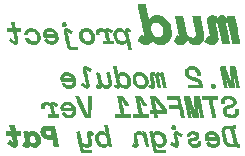
<source format=gbo>
%TF.GenerationSoftware,KiCad,Pcbnew,6.0.11-3.fc37*%
%TF.CreationDate,2023-03-28T23:52:52+01:00*%
%TF.ProjectId,STMF411,53544d46-3431-4312-9e6b-696361645f70,1*%
%TF.SameCoordinates,Original*%
%TF.FileFunction,Legend,Bot*%
%TF.FilePolarity,Positive*%
%FSLAX46Y46*%
G04 Gerber Fmt 4.6, Leading zero omitted, Abs format (unit mm)*
G04 Created by KiCad (PCBNEW 6.0.11-3.fc37) date 2023-03-28 23:52:52*
%MOMM*%
%LPD*%
G01*
G04 APERTURE LIST*
%ADD10C,0.010000*%
G04 APERTURE END LIST*
%TO.C,Ref\u002A\u002A*%
G36*
X31967359Y-38652597D02*
G01*
X31918672Y-38772659D01*
X31841563Y-38869478D01*
X31765601Y-38930748D01*
X31693889Y-38967849D01*
X31611245Y-38986141D01*
X31502332Y-38991124D01*
X31489704Y-38991067D01*
X31358250Y-38978361D01*
X31249271Y-38940340D01*
X31149292Y-38872475D01*
X31129916Y-38856902D01*
X31094528Y-38833765D01*
X31080500Y-38833298D01*
X31083827Y-38859867D01*
X31094988Y-38918217D01*
X31111379Y-38994330D01*
X31130260Y-39076358D01*
X31148891Y-39152452D01*
X31164532Y-39210766D01*
X31174443Y-39239450D01*
X31177371Y-39242079D01*
X31215131Y-39251132D01*
X31294552Y-39257585D01*
X31415831Y-39261448D01*
X31579166Y-39262733D01*
X31969500Y-39262733D01*
X31969500Y-39453233D01*
X31104915Y-39453233D01*
X31040191Y-39398771D01*
X31030195Y-39390433D01*
X31013335Y-39375629D01*
X30998694Y-39359140D01*
X30985168Y-39336994D01*
X30971651Y-39305219D01*
X30957039Y-39259844D01*
X30940227Y-39196896D01*
X30920110Y-39112405D01*
X30895584Y-39002398D01*
X30865543Y-38862903D01*
X30828883Y-38689950D01*
X30784499Y-38479566D01*
X30757256Y-38350721D01*
X30728224Y-38214132D01*
X30956963Y-38214132D01*
X30971643Y-38331601D01*
X31010373Y-38450379D01*
X31070335Y-38561838D01*
X31148710Y-38657350D01*
X31242682Y-38728289D01*
X31287678Y-38749265D01*
X31382569Y-38777306D01*
X31478422Y-38789490D01*
X31556750Y-38782618D01*
X31582037Y-38774668D01*
X31666426Y-38726624D01*
X31722251Y-38651508D01*
X31750797Y-38546887D01*
X31753351Y-38410324D01*
X31739228Y-38305076D01*
X31692360Y-38162622D01*
X31617937Y-38045396D01*
X31519382Y-37957091D01*
X31400118Y-37901399D01*
X31263571Y-37882015D01*
X31168364Y-37894500D01*
X31085808Y-37937978D01*
X31010689Y-38018081D01*
X30969152Y-38106599D01*
X30956963Y-38214132D01*
X30728224Y-38214132D01*
X30723264Y-38190795D01*
X30692487Y-38046919D01*
X30666021Y-37924169D01*
X30644960Y-37827622D01*
X30630401Y-37762354D01*
X30623439Y-37733441D01*
X30620805Y-37721202D01*
X30628679Y-37705342D01*
X30661297Y-37698115D01*
X30727420Y-37696400D01*
X30842860Y-37696400D01*
X30857144Y-37791650D01*
X30862165Y-37820500D01*
X30874521Y-37867781D01*
X30886005Y-37886084D01*
X30888742Y-37885179D01*
X30911719Y-37862567D01*
X30942917Y-37819290D01*
X30961231Y-37793582D01*
X31037583Y-37726638D01*
X31140237Y-37687786D01*
X31273300Y-37675233D01*
X31392856Y-37683148D01*
X31538781Y-37721587D01*
X31669655Y-37794322D01*
X31725931Y-37840059D01*
X31824035Y-37951106D01*
X31900500Y-38081329D01*
X31954195Y-38223660D01*
X31983990Y-38371028D01*
X31985279Y-38410324D01*
X31988755Y-38516364D01*
X31967359Y-38652597D01*
G37*
D10*
X31967359Y-38652597D02*
X31918672Y-38772659D01*
X31841563Y-38869478D01*
X31765601Y-38930748D01*
X31693889Y-38967849D01*
X31611245Y-38986141D01*
X31502332Y-38991124D01*
X31489704Y-38991067D01*
X31358250Y-38978361D01*
X31249271Y-38940340D01*
X31149292Y-38872475D01*
X31129916Y-38856902D01*
X31094528Y-38833765D01*
X31080500Y-38833298D01*
X31083827Y-38859867D01*
X31094988Y-38918217D01*
X31111379Y-38994330D01*
X31130260Y-39076358D01*
X31148891Y-39152452D01*
X31164532Y-39210766D01*
X31174443Y-39239450D01*
X31177371Y-39242079D01*
X31215131Y-39251132D01*
X31294552Y-39257585D01*
X31415831Y-39261448D01*
X31579166Y-39262733D01*
X31969500Y-39262733D01*
X31969500Y-39453233D01*
X31104915Y-39453233D01*
X31040191Y-39398771D01*
X31030195Y-39390433D01*
X31013335Y-39375629D01*
X30998694Y-39359140D01*
X30985168Y-39336994D01*
X30971651Y-39305219D01*
X30957039Y-39259844D01*
X30940227Y-39196896D01*
X30920110Y-39112405D01*
X30895584Y-39002398D01*
X30865543Y-38862903D01*
X30828883Y-38689950D01*
X30784499Y-38479566D01*
X30757256Y-38350721D01*
X30728224Y-38214132D01*
X30956963Y-38214132D01*
X30971643Y-38331601D01*
X31010373Y-38450379D01*
X31070335Y-38561838D01*
X31148710Y-38657350D01*
X31242682Y-38728289D01*
X31287678Y-38749265D01*
X31382569Y-38777306D01*
X31478422Y-38789490D01*
X31556750Y-38782618D01*
X31582037Y-38774668D01*
X31666426Y-38726624D01*
X31722251Y-38651508D01*
X31750797Y-38546887D01*
X31753351Y-38410324D01*
X31739228Y-38305076D01*
X31692360Y-38162622D01*
X31617937Y-38045396D01*
X31519382Y-37957091D01*
X31400118Y-37901399D01*
X31263571Y-37882015D01*
X31168364Y-37894500D01*
X31085808Y-37937978D01*
X31010689Y-38018081D01*
X30969152Y-38106599D01*
X30956963Y-38214132D01*
X30728224Y-38214132D01*
X30723264Y-38190795D01*
X30692487Y-38046919D01*
X30666021Y-37924169D01*
X30644960Y-37827622D01*
X30630401Y-37762354D01*
X30623439Y-37733441D01*
X30620805Y-37721202D01*
X30628679Y-37705342D01*
X30661297Y-37698115D01*
X30727420Y-37696400D01*
X30842860Y-37696400D01*
X30857144Y-37791650D01*
X30862165Y-37820500D01*
X30874521Y-37867781D01*
X30886005Y-37886084D01*
X30888742Y-37885179D01*
X30911719Y-37862567D01*
X30942917Y-37819290D01*
X30961231Y-37793582D01*
X31037583Y-37726638D01*
X31140237Y-37687786D01*
X31273300Y-37675233D01*
X31392856Y-37683148D01*
X31538781Y-37721587D01*
X31669655Y-37794322D01*
X31725931Y-37840059D01*
X31824035Y-37951106D01*
X31900500Y-38081329D01*
X31954195Y-38223660D01*
X31983990Y-38371028D01*
X31985279Y-38410324D01*
X31988755Y-38516364D01*
X31967359Y-38652597D01*
G36*
X25627707Y-37688421D02*
G01*
X25737064Y-37741159D01*
X25783156Y-37770370D01*
X25828387Y-37799528D01*
X25848556Y-37813228D01*
X25848831Y-37813513D01*
X25843591Y-37835330D01*
X25819918Y-37875093D01*
X25787330Y-37919726D01*
X25755344Y-37956155D01*
X25733480Y-37971304D01*
X25732934Y-37971299D01*
X25700423Y-37958739D01*
X25656058Y-37929233D01*
X25607173Y-37897302D01*
X25569806Y-37888267D01*
X25556000Y-37908179D01*
X25556649Y-37914272D01*
X25563858Y-37955472D01*
X25577790Y-38026988D01*
X25596865Y-38120834D01*
X25619500Y-38229024D01*
X25638889Y-38323872D01*
X25665374Y-38476830D01*
X25677927Y-38598633D01*
X25676216Y-38695175D01*
X25659910Y-38772352D01*
X25628677Y-38836060D01*
X25582185Y-38892192D01*
X25540950Y-38929095D01*
X25475746Y-38966759D01*
X25395920Y-38985937D01*
X25288159Y-38991108D01*
X25275188Y-38990976D01*
X25151862Y-38976133D01*
X25047631Y-38932506D01*
X24947458Y-38854044D01*
X24925428Y-38834489D01*
X24891879Y-38811836D01*
X24878667Y-38814305D01*
X24883248Y-38856771D01*
X24896370Y-38925099D01*
X24915209Y-39006619D01*
X24936924Y-39090399D01*
X24958671Y-39165505D01*
X24977609Y-39221005D01*
X24990894Y-39245966D01*
X25002811Y-39249213D01*
X25052487Y-39254357D01*
X25132102Y-39258511D01*
X25233776Y-39261316D01*
X25349625Y-39262409D01*
X25683000Y-39262733D01*
X25683000Y-39453233D01*
X24900501Y-39453233D01*
X24833651Y-39393502D01*
X24826973Y-39387452D01*
X24810491Y-39370659D01*
X24795746Y-39350233D01*
X24781577Y-39321975D01*
X24766823Y-39281685D01*
X24750321Y-39225165D01*
X24730912Y-39148215D01*
X24707433Y-39046635D01*
X24678723Y-38916227D01*
X24643621Y-38752791D01*
X24600965Y-38552127D01*
X24597021Y-38533527D01*
X24559887Y-38357424D01*
X24525774Y-38193926D01*
X24495658Y-38047830D01*
X24470512Y-37923936D01*
X24451312Y-37827041D01*
X24439033Y-37761943D01*
X24434648Y-37733441D01*
X24434643Y-37732257D01*
X24442786Y-37709968D01*
X24473494Y-37699200D01*
X24536536Y-37696400D01*
X24638905Y-37696400D01*
X24718200Y-38072108D01*
X24745177Y-38194862D01*
X24784899Y-38354820D01*
X24821230Y-38474123D01*
X24853956Y-38552017D01*
X24906498Y-38630663D01*
X24986255Y-38708221D01*
X25075113Y-38761208D01*
X25166899Y-38789552D01*
X25255442Y-38793181D01*
X25334569Y-38772020D01*
X25398108Y-38725999D01*
X25439887Y-38655043D01*
X25453733Y-38559081D01*
X25449661Y-38510546D01*
X25437671Y-38426480D01*
X25419806Y-38324420D01*
X25398094Y-38216832D01*
X25369604Y-38077295D01*
X25351523Y-37964705D01*
X25345509Y-37880190D01*
X25351589Y-37817344D01*
X25369789Y-37769761D01*
X25400137Y-37731036D01*
X25444589Y-37697284D01*
X25529315Y-37673769D01*
X25627707Y-37688421D01*
G37*
X25627707Y-37688421D02*
X25737064Y-37741159D01*
X25783156Y-37770370D01*
X25828387Y-37799528D01*
X25848556Y-37813228D01*
X25848831Y-37813513D01*
X25843591Y-37835330D01*
X25819918Y-37875093D01*
X25787330Y-37919726D01*
X25755344Y-37956155D01*
X25733480Y-37971304D01*
X25732934Y-37971299D01*
X25700423Y-37958739D01*
X25656058Y-37929233D01*
X25607173Y-37897302D01*
X25569806Y-37888267D01*
X25556000Y-37908179D01*
X25556649Y-37914272D01*
X25563858Y-37955472D01*
X25577790Y-38026988D01*
X25596865Y-38120834D01*
X25619500Y-38229024D01*
X25638889Y-38323872D01*
X25665374Y-38476830D01*
X25677927Y-38598633D01*
X25676216Y-38695175D01*
X25659910Y-38772352D01*
X25628677Y-38836060D01*
X25582185Y-38892192D01*
X25540950Y-38929095D01*
X25475746Y-38966759D01*
X25395920Y-38985937D01*
X25288159Y-38991108D01*
X25275188Y-38990976D01*
X25151862Y-38976133D01*
X25047631Y-38932506D01*
X24947458Y-38854044D01*
X24925428Y-38834489D01*
X24891879Y-38811836D01*
X24878667Y-38814305D01*
X24883248Y-38856771D01*
X24896370Y-38925099D01*
X24915209Y-39006619D01*
X24936924Y-39090399D01*
X24958671Y-39165505D01*
X24977609Y-39221005D01*
X24990894Y-39245966D01*
X25002811Y-39249213D01*
X25052487Y-39254357D01*
X25132102Y-39258511D01*
X25233776Y-39261316D01*
X25349625Y-39262409D01*
X25683000Y-39262733D01*
X25683000Y-39453233D01*
X24900501Y-39453233D01*
X24833651Y-39393502D01*
X24826973Y-39387452D01*
X24810491Y-39370659D01*
X24795746Y-39350233D01*
X24781577Y-39321975D01*
X24766823Y-39281685D01*
X24750321Y-39225165D01*
X24730912Y-39148215D01*
X24707433Y-39046635D01*
X24678723Y-38916227D01*
X24643621Y-38752791D01*
X24600965Y-38552127D01*
X24597021Y-38533527D01*
X24559887Y-38357424D01*
X24525774Y-38193926D01*
X24495658Y-38047830D01*
X24470512Y-37923936D01*
X24451312Y-37827041D01*
X24439033Y-37761943D01*
X24434648Y-37733441D01*
X24434643Y-37732257D01*
X24442786Y-37709968D01*
X24473494Y-37699200D01*
X24536536Y-37696400D01*
X24638905Y-37696400D01*
X24718200Y-38072108D01*
X24745177Y-38194862D01*
X24784899Y-38354820D01*
X24821230Y-38474123D01*
X24853956Y-38552017D01*
X24906498Y-38630663D01*
X24986255Y-38708221D01*
X25075113Y-38761208D01*
X25166899Y-38789552D01*
X25255442Y-38793181D01*
X25334569Y-38772020D01*
X25398108Y-38725999D01*
X25439887Y-38655043D01*
X25453733Y-38559081D01*
X25449661Y-38510546D01*
X25437671Y-38426480D01*
X25419806Y-38324420D01*
X25398094Y-38216832D01*
X25369604Y-38077295D01*
X25351523Y-37964705D01*
X25345509Y-37880190D01*
X25351589Y-37817344D01*
X25369789Y-37769761D01*
X25400137Y-37731036D01*
X25444589Y-37697284D01*
X25529315Y-37673769D01*
X25627707Y-37688421D01*
G36*
X36542338Y-38373309D02*
G01*
X36548705Y-38528802D01*
X36526709Y-38670373D01*
X36476184Y-38789421D01*
X36444554Y-38830510D01*
X36361140Y-38899801D01*
X36256759Y-38953987D01*
X36145204Y-38984919D01*
X36094569Y-38990918D01*
X35931345Y-38988571D01*
X35778729Y-38954454D01*
X35643322Y-38891372D01*
X35531727Y-38802134D01*
X35450545Y-38689546D01*
X35437352Y-38662786D01*
X35432435Y-38635074D01*
X35452415Y-38613582D01*
X35503756Y-38585694D01*
X35588354Y-38542536D01*
X35689219Y-38646521D01*
X35693157Y-38650544D01*
X35803282Y-38737245D01*
X35922692Y-38786735D01*
X36045664Y-38797552D01*
X36166472Y-38768238D01*
X36229841Y-38733299D01*
X36294584Y-38663079D01*
X36332397Y-38563313D01*
X36333131Y-38560057D01*
X36344473Y-38509167D01*
X36349610Y-38469962D01*
X36344025Y-38440920D01*
X36323203Y-38420520D01*
X36282629Y-38407240D01*
X36217786Y-38399559D01*
X36124159Y-38395956D01*
X35997232Y-38394910D01*
X35832491Y-38394900D01*
X35338002Y-38394900D01*
X35313153Y-38275205D01*
X35307603Y-38245138D01*
X35305462Y-38193816D01*
X35514917Y-38193816D01*
X35902001Y-38199588D01*
X36289084Y-38205361D01*
X36258348Y-38146672D01*
X36243601Y-38121999D01*
X36180786Y-38046090D01*
X36099540Y-37973705D01*
X36015275Y-37919260D01*
X35989727Y-37908751D01*
X35914420Y-37890191D01*
X35834325Y-37882395D01*
X35799093Y-37883282D01*
X35686266Y-37905667D01*
X35598921Y-37955561D01*
X35541411Y-38029631D01*
X35518090Y-38124542D01*
X35514917Y-38193816D01*
X35305462Y-38193816D01*
X35301443Y-38097451D01*
X35330848Y-37964259D01*
X35393375Y-37850329D01*
X35486584Y-37760428D01*
X35608034Y-37699323D01*
X35699251Y-37680354D01*
X35822613Y-37676048D01*
X35950266Y-37689207D01*
X36064385Y-37719061D01*
X36158347Y-37764532D01*
X36281878Y-37855355D01*
X36387463Y-37968451D01*
X36462910Y-38092396D01*
X36505105Y-38205361D01*
X36507771Y-38212499D01*
X36542338Y-38373309D01*
G37*
X36542338Y-38373309D02*
X36548705Y-38528802D01*
X36526709Y-38670373D01*
X36476184Y-38789421D01*
X36444554Y-38830510D01*
X36361140Y-38899801D01*
X36256759Y-38953987D01*
X36145204Y-38984919D01*
X36094569Y-38990918D01*
X35931345Y-38988571D01*
X35778729Y-38954454D01*
X35643322Y-38891372D01*
X35531727Y-38802134D01*
X35450545Y-38689546D01*
X35437352Y-38662786D01*
X35432435Y-38635074D01*
X35452415Y-38613582D01*
X35503756Y-38585694D01*
X35588354Y-38542536D01*
X35689219Y-38646521D01*
X35693157Y-38650544D01*
X35803282Y-38737245D01*
X35922692Y-38786735D01*
X36045664Y-38797552D01*
X36166472Y-38768238D01*
X36229841Y-38733299D01*
X36294584Y-38663079D01*
X36332397Y-38563313D01*
X36333131Y-38560057D01*
X36344473Y-38509167D01*
X36349610Y-38469962D01*
X36344025Y-38440920D01*
X36323203Y-38420520D01*
X36282629Y-38407240D01*
X36217786Y-38399559D01*
X36124159Y-38395956D01*
X35997232Y-38394910D01*
X35832491Y-38394900D01*
X35338002Y-38394900D01*
X35313153Y-38275205D01*
X35307603Y-38245138D01*
X35305462Y-38193816D01*
X35514917Y-38193816D01*
X35902001Y-38199588D01*
X36289084Y-38205361D01*
X36258348Y-38146672D01*
X36243601Y-38121999D01*
X36180786Y-38046090D01*
X36099540Y-37973705D01*
X36015275Y-37919260D01*
X35989727Y-37908751D01*
X35914420Y-37890191D01*
X35834325Y-37882395D01*
X35799093Y-37883282D01*
X35686266Y-37905667D01*
X35598921Y-37955561D01*
X35541411Y-38029631D01*
X35518090Y-38124542D01*
X35514917Y-38193816D01*
X35305462Y-38193816D01*
X35301443Y-38097451D01*
X35330848Y-37964259D01*
X35393375Y-37850329D01*
X35486584Y-37760428D01*
X35608034Y-37699323D01*
X35699251Y-37680354D01*
X35822613Y-37676048D01*
X35950266Y-37689207D01*
X36064385Y-37719061D01*
X36158347Y-37764532D01*
X36281878Y-37855355D01*
X36387463Y-37968451D01*
X36462910Y-38092396D01*
X36505105Y-38205361D01*
X36507771Y-38212499D01*
X36542338Y-38373309D01*
G36*
X34345678Y-37682844D02*
G01*
X34485612Y-37715125D01*
X34600957Y-37774116D01*
X34688071Y-37857161D01*
X34743312Y-37961602D01*
X34763035Y-38084784D01*
X34754458Y-38168922D01*
X34713884Y-38261361D01*
X34639057Y-38331262D01*
X34528941Y-38379501D01*
X34382500Y-38406955D01*
X34298835Y-38418257D01*
X34192895Y-38444792D01*
X34123075Y-38482460D01*
X34086104Y-38532649D01*
X34079259Y-38556880D01*
X34084946Y-38624995D01*
X34123426Y-38686272D01*
X34187632Y-38737211D01*
X34270494Y-38774310D01*
X34364943Y-38794068D01*
X34463912Y-38792982D01*
X34560330Y-38767552D01*
X34625164Y-38729285D01*
X34680858Y-38658287D01*
X34700000Y-38567461D01*
X34700007Y-38561726D01*
X34703476Y-38516886D01*
X34721523Y-38502756D01*
X34766146Y-38508670D01*
X34824619Y-38517582D01*
X34885290Y-38521900D01*
X34913127Y-38523541D01*
X34928735Y-38535567D01*
X34931009Y-38568483D01*
X34923577Y-38632792D01*
X34918081Y-38666693D01*
X34875883Y-38790676D01*
X34802971Y-38885564D01*
X34699725Y-38950980D01*
X34566528Y-38986545D01*
X34519935Y-38992567D01*
X34469510Y-38996480D01*
X34418329Y-38995531D01*
X34352680Y-38989314D01*
X34258849Y-38977422D01*
X34129810Y-38943851D01*
X34015384Y-38877793D01*
X33928248Y-38785037D01*
X33872793Y-38670338D01*
X33853413Y-38538454D01*
X33864808Y-38447574D01*
X33906950Y-38363500D01*
X33982292Y-38299051D01*
X34093064Y-38252404D01*
X34241500Y-38221738D01*
X34271021Y-38217446D01*
X34394477Y-38192857D01*
X34479311Y-38161520D01*
X34528453Y-38121248D01*
X34544827Y-38069853D01*
X34531363Y-38005147D01*
X34530383Y-38002704D01*
X34491133Y-37953849D01*
X34423917Y-37910157D01*
X34342366Y-37878613D01*
X34260112Y-37866198D01*
X34255275Y-37866196D01*
X34155026Y-37881083D01*
X34074524Y-37920981D01*
X34020954Y-37980648D01*
X34001500Y-38054841D01*
X33999061Y-38073914D01*
X33979428Y-38094181D01*
X33934115Y-38097490D01*
X33855979Y-38085337D01*
X33812440Y-38072134D01*
X33793711Y-38046324D01*
X33789833Y-37993217D01*
X33807023Y-37897828D01*
X33860833Y-37811963D01*
X33947705Y-37744971D01*
X34064008Y-37699597D01*
X34206109Y-37678588D01*
X34345678Y-37682844D01*
G37*
X34345678Y-37682844D02*
X34485612Y-37715125D01*
X34600957Y-37774116D01*
X34688071Y-37857161D01*
X34743312Y-37961602D01*
X34763035Y-38084784D01*
X34754458Y-38168922D01*
X34713884Y-38261361D01*
X34639057Y-38331262D01*
X34528941Y-38379501D01*
X34382500Y-38406955D01*
X34298835Y-38418257D01*
X34192895Y-38444792D01*
X34123075Y-38482460D01*
X34086104Y-38532649D01*
X34079259Y-38556880D01*
X34084946Y-38624995D01*
X34123426Y-38686272D01*
X34187632Y-38737211D01*
X34270494Y-38774310D01*
X34364943Y-38794068D01*
X34463912Y-38792982D01*
X34560330Y-38767552D01*
X34625164Y-38729285D01*
X34680858Y-38658287D01*
X34700000Y-38567461D01*
X34700007Y-38561726D01*
X34703476Y-38516886D01*
X34721523Y-38502756D01*
X34766146Y-38508670D01*
X34824619Y-38517582D01*
X34885290Y-38521900D01*
X34913127Y-38523541D01*
X34928735Y-38535567D01*
X34931009Y-38568483D01*
X34923577Y-38632792D01*
X34918081Y-38666693D01*
X34875883Y-38790676D01*
X34802971Y-38885564D01*
X34699725Y-38950980D01*
X34566528Y-38986545D01*
X34519935Y-38992567D01*
X34469510Y-38996480D01*
X34418329Y-38995531D01*
X34352680Y-38989314D01*
X34258849Y-38977422D01*
X34129810Y-38943851D01*
X34015384Y-38877793D01*
X33928248Y-38785037D01*
X33872793Y-38670338D01*
X33853413Y-38538454D01*
X33864808Y-38447574D01*
X33906950Y-38363500D01*
X33982292Y-38299051D01*
X34093064Y-38252404D01*
X34241500Y-38221738D01*
X34271021Y-38217446D01*
X34394477Y-38192857D01*
X34479311Y-38161520D01*
X34528453Y-38121248D01*
X34544827Y-38069853D01*
X34531363Y-38005147D01*
X34530383Y-38002704D01*
X34491133Y-37953849D01*
X34423917Y-37910157D01*
X34342366Y-37878613D01*
X34260112Y-37866198D01*
X34255275Y-37866196D01*
X34155026Y-37881083D01*
X34074524Y-37920981D01*
X34020954Y-37980648D01*
X34001500Y-38054841D01*
X33999061Y-38073914D01*
X33979428Y-38094181D01*
X33934115Y-38097490D01*
X33855979Y-38085337D01*
X33812440Y-38072134D01*
X33793711Y-38046324D01*
X33789833Y-37993217D01*
X33807023Y-37897828D01*
X33860833Y-37811963D01*
X33947705Y-37744971D01*
X34064008Y-37699597D01*
X34206109Y-37678588D01*
X34345678Y-37682844D01*
G36*
X32881941Y-37675262D02*
G01*
X32929726Y-37681780D01*
X32985085Y-37702444D01*
X33056613Y-37741226D01*
X33152906Y-37802098D01*
X33346112Y-37928964D01*
X33290223Y-38013418D01*
X33271296Y-38039611D01*
X33235354Y-38076392D01*
X33210459Y-38084360D01*
X33208497Y-38083207D01*
X33176639Y-38062349D01*
X33122213Y-38025169D01*
X33055791Y-37978873D01*
X33033969Y-37963630D01*
X32963097Y-37916853D01*
X32916884Y-37893161D01*
X32888602Y-37889825D01*
X32871526Y-37904115D01*
X32871395Y-37904371D01*
X32873180Y-37930926D01*
X32883778Y-37991609D01*
X32901825Y-38079734D01*
X32925953Y-38188617D01*
X32954797Y-38311573D01*
X32983096Y-38433115D01*
X33009374Y-38554216D01*
X33030184Y-38659089D01*
X33043890Y-38739462D01*
X33048854Y-38787065D01*
X33035442Y-38876030D01*
X32990928Y-38944718D01*
X32915760Y-38984455D01*
X32852224Y-38994478D01*
X32784417Y-38992914D01*
X32751142Y-38981409D01*
X32690185Y-38951746D01*
X32615103Y-38910449D01*
X32536262Y-38863695D01*
X32464026Y-38817659D01*
X32408764Y-38778519D01*
X32380839Y-38752450D01*
X32383141Y-38733580D01*
X32401747Y-38691640D01*
X32429488Y-38642988D01*
X32457646Y-38602666D01*
X32477500Y-38585715D01*
X32483465Y-38588128D01*
X32517989Y-38608185D01*
X32575103Y-38644174D01*
X32646277Y-38690785D01*
X32674136Y-38708915D01*
X32745569Y-38751033D01*
X32797703Y-38775029D01*
X32823214Y-38777319D01*
X32824771Y-38753424D01*
X32816872Y-38693451D01*
X32800171Y-38603116D01*
X32775676Y-38487850D01*
X32744396Y-38353082D01*
X32742013Y-38343160D01*
X32711927Y-38214635D01*
X32685799Y-38097212D01*
X32665196Y-37998383D01*
X32651685Y-37925644D01*
X32646833Y-37886490D01*
X32658011Y-37804551D01*
X32700322Y-37732893D01*
X32773868Y-37689694D01*
X32878346Y-37675233D01*
X32881941Y-37675262D01*
G37*
X32881941Y-37675262D02*
X32929726Y-37681780D01*
X32985085Y-37702444D01*
X33056613Y-37741226D01*
X33152906Y-37802098D01*
X33346112Y-37928964D01*
X33290223Y-38013418D01*
X33271296Y-38039611D01*
X33235354Y-38076392D01*
X33210459Y-38084360D01*
X33208497Y-38083207D01*
X33176639Y-38062349D01*
X33122213Y-38025169D01*
X33055791Y-37978873D01*
X33033969Y-37963630D01*
X32963097Y-37916853D01*
X32916884Y-37893161D01*
X32888602Y-37889825D01*
X32871526Y-37904115D01*
X32871395Y-37904371D01*
X32873180Y-37930926D01*
X32883778Y-37991609D01*
X32901825Y-38079734D01*
X32925953Y-38188617D01*
X32954797Y-38311573D01*
X32983096Y-38433115D01*
X33009374Y-38554216D01*
X33030184Y-38659089D01*
X33043890Y-38739462D01*
X33048854Y-38787065D01*
X33035442Y-38876030D01*
X32990928Y-38944718D01*
X32915760Y-38984455D01*
X32852224Y-38994478D01*
X32784417Y-38992914D01*
X32751142Y-38981409D01*
X32690185Y-38951746D01*
X32615103Y-38910449D01*
X32536262Y-38863695D01*
X32464026Y-38817659D01*
X32408764Y-38778519D01*
X32380839Y-38752450D01*
X32383141Y-38733580D01*
X32401747Y-38691640D01*
X32429488Y-38642988D01*
X32457646Y-38602666D01*
X32477500Y-38585715D01*
X32483465Y-38588128D01*
X32517989Y-38608185D01*
X32575103Y-38644174D01*
X32646277Y-38690785D01*
X32674136Y-38708915D01*
X32745569Y-38751033D01*
X32797703Y-38775029D01*
X32823214Y-38777319D01*
X32824771Y-38753424D01*
X32816872Y-38693451D01*
X32800171Y-38603116D01*
X32775676Y-38487850D01*
X32744396Y-38353082D01*
X32742013Y-38343160D01*
X32711927Y-38214635D01*
X32685799Y-38097212D01*
X32665196Y-37998383D01*
X32651685Y-37925644D01*
X32646833Y-37886490D01*
X32658011Y-37804551D01*
X32700322Y-37732893D01*
X32773868Y-37689694D01*
X32878346Y-37675233D01*
X32881941Y-37675262D01*
G36*
X29808510Y-37695595D02*
G01*
X29918230Y-37745505D01*
X30010266Y-37825679D01*
X30035507Y-37854161D01*
X30057939Y-37871753D01*
X30058982Y-37855150D01*
X30048286Y-37813766D01*
X30034031Y-37753478D01*
X30020793Y-37694140D01*
X30132479Y-37700561D01*
X30244166Y-37706983D01*
X30375605Y-38320816D01*
X30386119Y-38369959D01*
X30418539Y-38522007D01*
X30447595Y-38659049D01*
X30472178Y-38775808D01*
X30491182Y-38867009D01*
X30503499Y-38927375D01*
X30508022Y-38951631D01*
X30500110Y-38957614D01*
X30460892Y-38962857D01*
X30399707Y-38962214D01*
X30290413Y-38955816D01*
X30211594Y-38583944D01*
X30195389Y-38508700D01*
X30160980Y-38360371D01*
X30129265Y-38244637D01*
X30097759Y-38155007D01*
X30063979Y-38084991D01*
X30025441Y-38028098D01*
X29979661Y-37977838D01*
X29942150Y-37946408D01*
X29853286Y-37901107D01*
X29757950Y-37882769D01*
X29664861Y-37890071D01*
X29582736Y-37921694D01*
X29520294Y-37976315D01*
X29486251Y-38052613D01*
X29485962Y-38079587D01*
X29492817Y-38144951D01*
X29506668Y-38237321D01*
X29526277Y-38348635D01*
X29550408Y-38470832D01*
X29562946Y-38531433D01*
X29586461Y-38648742D01*
X29601809Y-38734318D01*
X29609719Y-38794904D01*
X29610919Y-38837245D01*
X29606136Y-38868084D01*
X29596098Y-38894166D01*
X29563641Y-38938340D01*
X29492752Y-38980570D01*
X29488019Y-38982100D01*
X29422430Y-38994976D01*
X29366000Y-38993941D01*
X29359501Y-38992345D01*
X29311240Y-38974425D01*
X29252019Y-38946210D01*
X29194295Y-38914467D01*
X29150525Y-38885962D01*
X29133167Y-38867464D01*
X29135833Y-38855011D01*
X29156805Y-38814337D01*
X29189743Y-38767358D01*
X29223882Y-38728552D01*
X29248455Y-38712400D01*
X29248456Y-38712400D01*
X29283194Y-38724631D01*
X29328561Y-38754040D01*
X29331436Y-38756276D01*
X29369824Y-38781245D01*
X29390923Y-38786254D01*
X29391095Y-38774412D01*
X29384468Y-38727108D01*
X29370870Y-38650464D01*
X29351582Y-38551566D01*
X29327885Y-38437496D01*
X29314953Y-38375877D01*
X29287581Y-38231692D01*
X29272162Y-38118724D01*
X29268727Y-38030081D01*
X29277309Y-37958867D01*
X29297939Y-37898187D01*
X29330649Y-37841148D01*
X29368363Y-37794610D01*
X29461033Y-37725458D01*
X29571133Y-37685772D01*
X29689885Y-37675751D01*
X29808510Y-37695595D01*
G37*
X29808510Y-37695595D02*
X29918230Y-37745505D01*
X30010266Y-37825679D01*
X30035507Y-37854161D01*
X30057939Y-37871753D01*
X30058982Y-37855150D01*
X30048286Y-37813766D01*
X30034031Y-37753478D01*
X30020793Y-37694140D01*
X30132479Y-37700561D01*
X30244166Y-37706983D01*
X30375605Y-38320816D01*
X30386119Y-38369959D01*
X30418539Y-38522007D01*
X30447595Y-38659049D01*
X30472178Y-38775808D01*
X30491182Y-38867009D01*
X30503499Y-38927375D01*
X30508022Y-38951631D01*
X30500110Y-38957614D01*
X30460892Y-38962857D01*
X30399707Y-38962214D01*
X30290413Y-38955816D01*
X30211594Y-38583944D01*
X30195389Y-38508700D01*
X30160980Y-38360371D01*
X30129265Y-38244637D01*
X30097759Y-38155007D01*
X30063979Y-38084991D01*
X30025441Y-38028098D01*
X29979661Y-37977838D01*
X29942150Y-37946408D01*
X29853286Y-37901107D01*
X29757950Y-37882769D01*
X29664861Y-37890071D01*
X29582736Y-37921694D01*
X29520294Y-37976315D01*
X29486251Y-38052613D01*
X29485962Y-38079587D01*
X29492817Y-38144951D01*
X29506668Y-38237321D01*
X29526277Y-38348635D01*
X29550408Y-38470832D01*
X29562946Y-38531433D01*
X29586461Y-38648742D01*
X29601809Y-38734318D01*
X29609719Y-38794904D01*
X29610919Y-38837245D01*
X29606136Y-38868084D01*
X29596098Y-38894166D01*
X29563641Y-38938340D01*
X29492752Y-38980570D01*
X29488019Y-38982100D01*
X29422430Y-38994976D01*
X29366000Y-38993941D01*
X29359501Y-38992345D01*
X29311240Y-38974425D01*
X29252019Y-38946210D01*
X29194295Y-38914467D01*
X29150525Y-38885962D01*
X29133167Y-38867464D01*
X29135833Y-38855011D01*
X29156805Y-38814337D01*
X29189743Y-38767358D01*
X29223882Y-38728552D01*
X29248455Y-38712400D01*
X29248456Y-38712400D01*
X29283194Y-38724631D01*
X29328561Y-38754040D01*
X29331436Y-38756276D01*
X29369824Y-38781245D01*
X29390923Y-38786254D01*
X29391095Y-38774412D01*
X29384468Y-38727108D01*
X29370870Y-38650464D01*
X29351582Y-38551566D01*
X29327885Y-38437496D01*
X29314953Y-38375877D01*
X29287581Y-38231692D01*
X29272162Y-38118724D01*
X29268727Y-38030081D01*
X29277309Y-37958867D01*
X29297939Y-37898187D01*
X29330649Y-37841148D01*
X29368363Y-37794610D01*
X29461033Y-37725458D01*
X29571133Y-37685772D01*
X29689885Y-37675751D01*
X29808510Y-37695595D01*
G36*
X27338437Y-38756245D02*
G01*
X27357949Y-38851447D01*
X27370452Y-38914164D01*
X27375019Y-38939941D01*
X27373417Y-38946732D01*
X27342304Y-38961522D01*
X27270903Y-38966400D01*
X27231194Y-38965914D01*
X27186012Y-38960151D01*
X27163901Y-38942933D01*
X27152519Y-38908191D01*
X27142638Y-38864188D01*
X27128637Y-38810391D01*
X27116757Y-38790479D01*
X27102376Y-38799593D01*
X27080873Y-38832875D01*
X27048166Y-38877062D01*
X26958673Y-38945930D01*
X26840604Y-38984942D01*
X26695072Y-38994581D01*
X26539840Y-38967738D01*
X26396143Y-38904146D01*
X26268736Y-38806708D01*
X26162372Y-38678325D01*
X26081809Y-38521900D01*
X26067663Y-38480212D01*
X26043202Y-38365164D01*
X26035427Y-38278053D01*
X26255665Y-38278053D01*
X26284323Y-38410149D01*
X26339262Y-38534862D01*
X26416953Y-38641917D01*
X26513863Y-38721043D01*
X26535281Y-38732935D01*
X26649221Y-38775947D01*
X26760353Y-38787276D01*
X26861210Y-38768117D01*
X26944325Y-38719658D01*
X27002231Y-38643094D01*
X27012953Y-38618003D01*
X27039121Y-38496417D01*
X27032886Y-38364194D01*
X26996755Y-38231486D01*
X26933232Y-38108447D01*
X26844822Y-38005228D01*
X26839015Y-38000075D01*
X26732599Y-37926936D01*
X26623114Y-37887088D01*
X26517003Y-37880012D01*
X26420707Y-37905194D01*
X26340669Y-37962116D01*
X26283329Y-38050261D01*
X26256819Y-38148848D01*
X26255665Y-38278053D01*
X26035427Y-38278053D01*
X26031902Y-38238566D01*
X26033847Y-38113335D01*
X26049123Y-38002390D01*
X26077815Y-37918650D01*
X26142120Y-37823151D01*
X26238701Y-37739769D01*
X26357909Y-37691149D01*
X26502529Y-37675698D01*
X26607299Y-37685429D01*
X26743062Y-37732189D01*
X26863042Y-37818120D01*
X26884106Y-37837222D01*
X26918326Y-37864314D01*
X26931833Y-37868653D01*
X26929304Y-37853320D01*
X26919489Y-37803346D01*
X26903987Y-37727414D01*
X26884626Y-37634221D01*
X26863238Y-37532463D01*
X26841653Y-37430838D01*
X26821700Y-37338042D01*
X26805210Y-37262773D01*
X26794012Y-37213728D01*
X26789758Y-37189638D01*
X26797698Y-37173592D01*
X26829019Y-37168851D01*
X26893133Y-37171395D01*
X27003972Y-37177816D01*
X27188839Y-38045650D01*
X27208845Y-38139687D01*
X27247119Y-38320279D01*
X27282094Y-38486206D01*
X27284233Y-38496417D01*
X27312843Y-38633013D01*
X27338437Y-38756245D01*
G37*
X27338437Y-38756245D02*
X27357949Y-38851447D01*
X27370452Y-38914164D01*
X27375019Y-38939941D01*
X27373417Y-38946732D01*
X27342304Y-38961522D01*
X27270903Y-38966400D01*
X27231194Y-38965914D01*
X27186012Y-38960151D01*
X27163901Y-38942933D01*
X27152519Y-38908191D01*
X27142638Y-38864188D01*
X27128637Y-38810391D01*
X27116757Y-38790479D01*
X27102376Y-38799593D01*
X27080873Y-38832875D01*
X27048166Y-38877062D01*
X26958673Y-38945930D01*
X26840604Y-38984942D01*
X26695072Y-38994581D01*
X26539840Y-38967738D01*
X26396143Y-38904146D01*
X26268736Y-38806708D01*
X26162372Y-38678325D01*
X26081809Y-38521900D01*
X26067663Y-38480212D01*
X26043202Y-38365164D01*
X26035427Y-38278053D01*
X26255665Y-38278053D01*
X26284323Y-38410149D01*
X26339262Y-38534862D01*
X26416953Y-38641917D01*
X26513863Y-38721043D01*
X26535281Y-38732935D01*
X26649221Y-38775947D01*
X26760353Y-38787276D01*
X26861210Y-38768117D01*
X26944325Y-38719658D01*
X27002231Y-38643094D01*
X27012953Y-38618003D01*
X27039121Y-38496417D01*
X27032886Y-38364194D01*
X26996755Y-38231486D01*
X26933232Y-38108447D01*
X26844822Y-38005228D01*
X26839015Y-38000075D01*
X26732599Y-37926936D01*
X26623114Y-37887088D01*
X26517003Y-37880012D01*
X26420707Y-37905194D01*
X26340669Y-37962116D01*
X26283329Y-38050261D01*
X26256819Y-38148848D01*
X26255665Y-38278053D01*
X26035427Y-38278053D01*
X26031902Y-38238566D01*
X26033847Y-38113335D01*
X26049123Y-38002390D01*
X26077815Y-37918650D01*
X26142120Y-37823151D01*
X26238701Y-37739769D01*
X26357909Y-37691149D01*
X26502529Y-37675698D01*
X26607299Y-37685429D01*
X26743062Y-37732189D01*
X26863042Y-37818120D01*
X26884106Y-37837222D01*
X26918326Y-37864314D01*
X26931833Y-37868653D01*
X26929304Y-37853320D01*
X26919489Y-37803346D01*
X26903987Y-37727414D01*
X26884626Y-37634221D01*
X26863238Y-37532463D01*
X26841653Y-37430838D01*
X26821700Y-37338042D01*
X26805210Y-37262773D01*
X26794012Y-37213728D01*
X26789758Y-37189638D01*
X26797698Y-37173592D01*
X26829019Y-37168851D01*
X26893133Y-37171395D01*
X27003972Y-37177816D01*
X27188839Y-38045650D01*
X27208845Y-38139687D01*
X27247119Y-38320279D01*
X27282094Y-38486206D01*
X27284233Y-38496417D01*
X27312843Y-38633013D01*
X27338437Y-38756245D01*
G36*
X21313868Y-38657073D02*
G01*
X21274169Y-38755986D01*
X21195413Y-38866258D01*
X21090896Y-38944133D01*
X20962833Y-38987526D01*
X20920961Y-38993202D01*
X20802907Y-38990287D01*
X20690844Y-38962837D01*
X20596136Y-38914491D01*
X20530149Y-38848893D01*
X20493165Y-38792447D01*
X20453843Y-38857107D01*
X20412873Y-38910564D01*
X20328536Y-38969958D01*
X20226806Y-38994126D01*
X20112606Y-38982254D01*
X19990862Y-38933529D01*
X19984565Y-38930098D01*
X19907827Y-38885862D01*
X19865478Y-38850445D01*
X19854290Y-38814290D01*
X19871035Y-38767842D01*
X19912483Y-38701545D01*
X19952531Y-38644413D01*
X19986729Y-38601719D01*
X20005840Y-38585400D01*
X20029567Y-38594341D01*
X20070493Y-38619308D01*
X20105964Y-38640462D01*
X20126776Y-38645346D01*
X20127103Y-38642632D01*
X20122620Y-38608987D01*
X20110606Y-38542109D01*
X20092258Y-38448187D01*
X20068774Y-38333414D01*
X20060393Y-38293852D01*
X20398124Y-38293852D01*
X20417357Y-38396285D01*
X20459121Y-38493738D01*
X20521973Y-38577553D01*
X20604470Y-38639076D01*
X20663486Y-38658613D01*
X20744924Y-38668265D01*
X20824589Y-38664647D01*
X20883459Y-38647204D01*
X20891302Y-38642173D01*
X20939747Y-38585862D01*
X20972049Y-38501724D01*
X20983535Y-38401242D01*
X20969754Y-38290113D01*
X20928100Y-38183646D01*
X20864304Y-38096790D01*
X20784161Y-38033976D01*
X20693467Y-37999640D01*
X20598019Y-37998215D01*
X20503611Y-38034133D01*
X20490044Y-38043224D01*
X20433024Y-38108665D01*
X20402865Y-38195093D01*
X20398124Y-38293852D01*
X20060393Y-38293852D01*
X20041353Y-38203978D01*
X20033559Y-38167645D01*
X20006306Y-38038620D01*
X19982720Y-37923934D01*
X19964150Y-37830340D01*
X19951942Y-37764591D01*
X19947446Y-37733441D01*
X19947507Y-37729467D01*
X19954569Y-37712225D01*
X19979053Y-37702199D01*
X20029253Y-37697541D01*
X20113462Y-37696400D01*
X20280090Y-37696400D01*
X20293628Y-37781066D01*
X20303228Y-37828744D01*
X20319403Y-37860025D01*
X20342085Y-37850544D01*
X20374979Y-37801219D01*
X20384426Y-37786231D01*
X20452981Y-37724471D01*
X20555535Y-37687565D01*
X20692279Y-37675440D01*
X20784818Y-37682400D01*
X20931406Y-37724735D01*
X21060459Y-37803056D01*
X21168821Y-37914555D01*
X21253336Y-38056423D01*
X21310849Y-38225853D01*
X21336400Y-38368484D01*
X21337150Y-38401242D01*
X21339843Y-38518995D01*
X21313868Y-38657073D01*
G37*
X21313868Y-38657073D02*
X21274169Y-38755986D01*
X21195413Y-38866258D01*
X21090896Y-38944133D01*
X20962833Y-38987526D01*
X20920961Y-38993202D01*
X20802907Y-38990287D01*
X20690844Y-38962837D01*
X20596136Y-38914491D01*
X20530149Y-38848893D01*
X20493165Y-38792447D01*
X20453843Y-38857107D01*
X20412873Y-38910564D01*
X20328536Y-38969958D01*
X20226806Y-38994126D01*
X20112606Y-38982254D01*
X19990862Y-38933529D01*
X19984565Y-38930098D01*
X19907827Y-38885862D01*
X19865478Y-38850445D01*
X19854290Y-38814290D01*
X19871035Y-38767842D01*
X19912483Y-38701545D01*
X19952531Y-38644413D01*
X19986729Y-38601719D01*
X20005840Y-38585400D01*
X20029567Y-38594341D01*
X20070493Y-38619308D01*
X20105964Y-38640462D01*
X20126776Y-38645346D01*
X20127103Y-38642632D01*
X20122620Y-38608987D01*
X20110606Y-38542109D01*
X20092258Y-38448187D01*
X20068774Y-38333414D01*
X20060393Y-38293852D01*
X20398124Y-38293852D01*
X20417357Y-38396285D01*
X20459121Y-38493738D01*
X20521973Y-38577553D01*
X20604470Y-38639076D01*
X20663486Y-38658613D01*
X20744924Y-38668265D01*
X20824589Y-38664647D01*
X20883459Y-38647204D01*
X20891302Y-38642173D01*
X20939747Y-38585862D01*
X20972049Y-38501724D01*
X20983535Y-38401242D01*
X20969754Y-38290113D01*
X20928100Y-38183646D01*
X20864304Y-38096790D01*
X20784161Y-38033976D01*
X20693467Y-37999640D01*
X20598019Y-37998215D01*
X20503611Y-38034133D01*
X20490044Y-38043224D01*
X20433024Y-38108665D01*
X20402865Y-38195093D01*
X20398124Y-38293852D01*
X20060393Y-38293852D01*
X20041353Y-38203978D01*
X20033559Y-38167645D01*
X20006306Y-38038620D01*
X19982720Y-37923934D01*
X19964150Y-37830340D01*
X19951942Y-37764591D01*
X19947446Y-37733441D01*
X19947507Y-37729467D01*
X19954569Y-37712225D01*
X19979053Y-37702199D01*
X20029253Y-37697541D01*
X20113462Y-37696400D01*
X20280090Y-37696400D01*
X20293628Y-37781066D01*
X20303228Y-37828744D01*
X20319403Y-37860025D01*
X20342085Y-37850544D01*
X20374979Y-37801219D01*
X20384426Y-37786231D01*
X20452981Y-37724471D01*
X20555535Y-37687565D01*
X20692279Y-37675440D01*
X20784818Y-37682400D01*
X20931406Y-37724735D01*
X21060459Y-37803056D01*
X21168821Y-37914555D01*
X21253336Y-38056423D01*
X21310849Y-38225853D01*
X21336400Y-38368484D01*
X21337150Y-38401242D01*
X21339843Y-38518995D01*
X21313868Y-38657073D01*
G36*
X18937313Y-37171702D02*
G01*
X19109031Y-37177816D01*
X19215487Y-37696400D01*
X19629333Y-37696400D01*
X19629333Y-38035066D01*
X19458574Y-38035066D01*
X19421448Y-38035174D01*
X19351122Y-38037039D01*
X19312369Y-38042619D01*
X19297433Y-38053710D01*
X19298557Y-38072108D01*
X19300729Y-38080370D01*
X19311760Y-38127171D01*
X19329018Y-38203655D01*
X19350603Y-38301344D01*
X19374618Y-38411759D01*
X19378265Y-38428707D01*
X19403391Y-38550552D01*
X19419073Y-38640161D01*
X19426210Y-38705391D01*
X19425704Y-38754098D01*
X19418455Y-38794137D01*
X19384565Y-38871426D01*
X19315237Y-38945456D01*
X19223258Y-38987750D01*
X19219890Y-38988528D01*
X19163874Y-38997116D01*
X19124894Y-38995942D01*
X19107375Y-38992055D01*
X19058122Y-38987566D01*
X19045081Y-38983786D01*
X19000828Y-38961984D01*
X18935914Y-38925270D01*
X18858524Y-38878803D01*
X18776847Y-38827740D01*
X18699070Y-38777238D01*
X18633378Y-38732455D01*
X18587959Y-38698550D01*
X18571000Y-38680679D01*
X18571125Y-38679475D01*
X18584325Y-38652135D01*
X18613817Y-38604645D01*
X18651843Y-38548206D01*
X18690647Y-38494023D01*
X18722472Y-38453297D01*
X18739561Y-38437233D01*
X18745773Y-38439485D01*
X18780934Y-38459663D01*
X18838150Y-38496277D01*
X18908677Y-38543814D01*
X18941691Y-38566185D01*
X19006029Y-38607385D01*
X19052612Y-38633869D01*
X19073080Y-38640709D01*
X19074003Y-38636834D01*
X19070050Y-38598673D01*
X19056467Y-38522145D01*
X19033656Y-38409283D01*
X19002025Y-38262120D01*
X18961976Y-38082691D01*
X18958042Y-38068340D01*
X18947515Y-38052590D01*
X18924801Y-38042802D01*
X18882366Y-38037561D01*
X18812671Y-38035454D01*
X18708180Y-38035066D01*
X18465167Y-38035066D01*
X18465167Y-37696400D01*
X18666250Y-37696400D01*
X18682422Y-37696440D01*
X18762377Y-37696934D01*
X18816857Y-37693323D01*
X18848964Y-37679328D01*
X18861800Y-37648671D01*
X18858466Y-37595075D01*
X18842067Y-37512261D01*
X18815703Y-37393952D01*
X18765596Y-37165587D01*
X18937313Y-37171702D01*
G37*
X18937313Y-37171702D02*
X19109031Y-37177816D01*
X19215487Y-37696400D01*
X19629333Y-37696400D01*
X19629333Y-38035066D01*
X19458574Y-38035066D01*
X19421448Y-38035174D01*
X19351122Y-38037039D01*
X19312369Y-38042619D01*
X19297433Y-38053710D01*
X19298557Y-38072108D01*
X19300729Y-38080370D01*
X19311760Y-38127171D01*
X19329018Y-38203655D01*
X19350603Y-38301344D01*
X19374618Y-38411759D01*
X19378265Y-38428707D01*
X19403391Y-38550552D01*
X19419073Y-38640161D01*
X19426210Y-38705391D01*
X19425704Y-38754098D01*
X19418455Y-38794137D01*
X19384565Y-38871426D01*
X19315237Y-38945456D01*
X19223258Y-38987750D01*
X19219890Y-38988528D01*
X19163874Y-38997116D01*
X19124894Y-38995942D01*
X19107375Y-38992055D01*
X19058122Y-38987566D01*
X19045081Y-38983786D01*
X19000828Y-38961984D01*
X18935914Y-38925270D01*
X18858524Y-38878803D01*
X18776847Y-38827740D01*
X18699070Y-38777238D01*
X18633378Y-38732455D01*
X18587959Y-38698550D01*
X18571000Y-38680679D01*
X18571125Y-38679475D01*
X18584325Y-38652135D01*
X18613817Y-38604645D01*
X18651843Y-38548206D01*
X18690647Y-38494023D01*
X18722472Y-38453297D01*
X18739561Y-38437233D01*
X18745773Y-38439485D01*
X18780934Y-38459663D01*
X18838150Y-38496277D01*
X18908677Y-38543814D01*
X18941691Y-38566185D01*
X19006029Y-38607385D01*
X19052612Y-38633869D01*
X19073080Y-38640709D01*
X19074003Y-38636834D01*
X19070050Y-38598673D01*
X19056467Y-38522145D01*
X19033656Y-38409283D01*
X19002025Y-38262120D01*
X18961976Y-38082691D01*
X18958042Y-38068340D01*
X18947515Y-38052590D01*
X18924801Y-38042802D01*
X18882366Y-38037561D01*
X18812671Y-38035454D01*
X18708180Y-38035066D01*
X18465167Y-38035066D01*
X18465167Y-37696400D01*
X18666250Y-37696400D01*
X18682422Y-37696440D01*
X18762377Y-37696934D01*
X18816857Y-37693323D01*
X18848964Y-37679328D01*
X18861800Y-37648671D01*
X18858466Y-37595075D01*
X18842067Y-37512261D01*
X18815703Y-37393952D01*
X18765596Y-37165587D01*
X18937313Y-37171702D01*
G36*
X37753292Y-38961411D02*
G01*
X37662010Y-38958894D01*
X37474112Y-38948561D01*
X37320963Y-38928768D01*
X37197600Y-38895443D01*
X37099058Y-38844512D01*
X37020375Y-38771904D01*
X36956588Y-38673544D01*
X36902733Y-38545361D01*
X36853847Y-38383282D01*
X36804966Y-38183233D01*
X36786814Y-38102631D01*
X36750083Y-37924140D01*
X36726692Y-37778430D01*
X36718453Y-37681128D01*
X36947830Y-37681128D01*
X36952007Y-37736118D01*
X36964075Y-37813158D01*
X36984559Y-37921913D01*
X36988189Y-37940524D01*
X37026581Y-38129203D01*
X37061516Y-38281166D01*
X37095054Y-38401219D01*
X37129249Y-38494169D01*
X37166161Y-38564823D01*
X37207845Y-38617988D01*
X37256361Y-38658471D01*
X37313764Y-38691078D01*
X37342809Y-38703791D01*
X37449738Y-38733415D01*
X37588506Y-38749429D01*
X37765525Y-38760473D01*
X37702626Y-38466561D01*
X37689212Y-38403754D01*
X37659209Y-38262701D01*
X37625475Y-38103538D01*
X37591227Y-37941457D01*
X37559683Y-37791650D01*
X37479638Y-37410650D01*
X37312194Y-37416878D01*
X37250454Y-37420331D01*
X37137305Y-37436684D01*
X37056352Y-37467297D01*
X37001382Y-37515155D01*
X36966185Y-37583246D01*
X36961052Y-37598646D01*
X36951020Y-37638526D01*
X36947830Y-37681128D01*
X36718453Y-37681128D01*
X36716680Y-37660182D01*
X36720087Y-37564080D01*
X36736955Y-37484806D01*
X36767324Y-37417043D01*
X36811233Y-37355474D01*
X36820031Y-37345208D01*
X36866030Y-37299043D01*
X36917220Y-37263552D01*
X36979786Y-37237196D01*
X37059914Y-37218439D01*
X37163792Y-37205744D01*
X37297606Y-37197574D01*
X37467542Y-37192391D01*
X37875000Y-37183382D01*
X37875000Y-37397632D01*
X37713110Y-37410650D01*
X37994740Y-38744150D01*
X38083037Y-38750658D01*
X38171333Y-38757167D01*
X38171333Y-38970817D01*
X37753292Y-38961411D01*
G37*
X37753292Y-38961411D02*
X37662010Y-38958894D01*
X37474112Y-38948561D01*
X37320963Y-38928768D01*
X37197600Y-38895443D01*
X37099058Y-38844512D01*
X37020375Y-38771904D01*
X36956588Y-38673544D01*
X36902733Y-38545361D01*
X36853847Y-38383282D01*
X36804966Y-38183233D01*
X36786814Y-38102631D01*
X36750083Y-37924140D01*
X36726692Y-37778430D01*
X36718453Y-37681128D01*
X36947830Y-37681128D01*
X36952007Y-37736118D01*
X36964075Y-37813158D01*
X36984559Y-37921913D01*
X36988189Y-37940524D01*
X37026581Y-38129203D01*
X37061516Y-38281166D01*
X37095054Y-38401219D01*
X37129249Y-38494169D01*
X37166161Y-38564823D01*
X37207845Y-38617988D01*
X37256361Y-38658471D01*
X37313764Y-38691078D01*
X37342809Y-38703791D01*
X37449738Y-38733415D01*
X37588506Y-38749429D01*
X37765525Y-38760473D01*
X37702626Y-38466561D01*
X37689212Y-38403754D01*
X37659209Y-38262701D01*
X37625475Y-38103538D01*
X37591227Y-37941457D01*
X37559683Y-37791650D01*
X37479638Y-37410650D01*
X37312194Y-37416878D01*
X37250454Y-37420331D01*
X37137305Y-37436684D01*
X37056352Y-37467297D01*
X37001382Y-37515155D01*
X36966185Y-37583246D01*
X36961052Y-37598646D01*
X36951020Y-37638526D01*
X36947830Y-37681128D01*
X36718453Y-37681128D01*
X36716680Y-37660182D01*
X36720087Y-37564080D01*
X36736955Y-37484806D01*
X36767324Y-37417043D01*
X36811233Y-37355474D01*
X36820031Y-37345208D01*
X36866030Y-37299043D01*
X36917220Y-37263552D01*
X36979786Y-37237196D01*
X37059914Y-37218439D01*
X37163792Y-37205744D01*
X37297606Y-37197574D01*
X37467542Y-37192391D01*
X37875000Y-37183382D01*
X37875000Y-37397632D01*
X37713110Y-37410650D01*
X37994740Y-38744150D01*
X38083037Y-38750658D01*
X38171333Y-38757167D01*
X38171333Y-38970817D01*
X37753292Y-38961411D01*
G36*
X22723772Y-38183712D02*
G01*
X22761832Y-38363229D01*
X22796553Y-38527076D01*
X22827026Y-38670964D01*
X22852342Y-38790600D01*
X22871595Y-38881697D01*
X22883876Y-38939963D01*
X22888277Y-38961108D01*
X22885812Y-38962011D01*
X22853960Y-38964253D01*
X22793004Y-38965814D01*
X22712711Y-38966400D01*
X22536422Y-38966400D01*
X22488890Y-38738858D01*
X22474482Y-38669951D01*
X22452615Y-38565608D01*
X22433470Y-38474518D01*
X22420008Y-38410775D01*
X22398659Y-38310233D01*
X22200371Y-38310233D01*
X22127251Y-38309058D01*
X21961791Y-38296409D01*
X21823729Y-38270755D01*
X21719828Y-38233180D01*
X21628319Y-38174478D01*
X21529142Y-38074805D01*
X21455589Y-37956263D01*
X21409195Y-37826003D01*
X21393033Y-37702871D01*
X21746033Y-37702871D01*
X21747767Y-37725311D01*
X21775085Y-37804861D01*
X21827341Y-37879546D01*
X21893837Y-37932729D01*
X21897462Y-37934603D01*
X21957046Y-37956310D01*
X22035737Y-37968045D01*
X22144901Y-37971566D01*
X22322211Y-37971566D01*
X22307817Y-37892191D01*
X22297280Y-37838068D01*
X22280008Y-37755143D01*
X22260971Y-37667916D01*
X22228519Y-37523015D01*
X22038329Y-37530332D01*
X21962213Y-37533780D01*
X21896509Y-37539783D01*
X21854134Y-37550378D01*
X21824512Y-37568489D01*
X21797070Y-37597038D01*
X21792155Y-37602968D01*
X21759411Y-37656010D01*
X21746033Y-37702871D01*
X21393033Y-37702871D01*
X21391498Y-37691179D01*
X21404034Y-37558942D01*
X21448341Y-37436443D01*
X21525953Y-37330835D01*
X21535736Y-37321175D01*
X21582455Y-37279983D01*
X21630901Y-37249140D01*
X21687837Y-37227184D01*
X21760026Y-37212653D01*
X21854231Y-37204083D01*
X21977214Y-37200014D01*
X22135739Y-37198983D01*
X22514895Y-37198983D01*
X22678775Y-37971566D01*
X22701224Y-38077400D01*
X22723772Y-38183712D01*
G37*
X22723772Y-38183712D02*
X22761832Y-38363229D01*
X22796553Y-38527076D01*
X22827026Y-38670964D01*
X22852342Y-38790600D01*
X22871595Y-38881697D01*
X22883876Y-38939963D01*
X22888277Y-38961108D01*
X22885812Y-38962011D01*
X22853960Y-38964253D01*
X22793004Y-38965814D01*
X22712711Y-38966400D01*
X22536422Y-38966400D01*
X22488890Y-38738858D01*
X22474482Y-38669951D01*
X22452615Y-38565608D01*
X22433470Y-38474518D01*
X22420008Y-38410775D01*
X22398659Y-38310233D01*
X22200371Y-38310233D01*
X22127251Y-38309058D01*
X21961791Y-38296409D01*
X21823729Y-38270755D01*
X21719828Y-38233180D01*
X21628319Y-38174478D01*
X21529142Y-38074805D01*
X21455589Y-37956263D01*
X21409195Y-37826003D01*
X21393033Y-37702871D01*
X21746033Y-37702871D01*
X21747767Y-37725311D01*
X21775085Y-37804861D01*
X21827341Y-37879546D01*
X21893837Y-37932729D01*
X21897462Y-37934603D01*
X21957046Y-37956310D01*
X22035737Y-37968045D01*
X22144901Y-37971566D01*
X22322211Y-37971566D01*
X22307817Y-37892191D01*
X22297280Y-37838068D01*
X22280008Y-37755143D01*
X22260971Y-37667916D01*
X22228519Y-37523015D01*
X22038329Y-37530332D01*
X21962213Y-37533780D01*
X21896509Y-37539783D01*
X21854134Y-37550378D01*
X21824512Y-37568489D01*
X21797070Y-37597038D01*
X21792155Y-37602968D01*
X21759411Y-37656010D01*
X21746033Y-37702871D01*
X21393033Y-37702871D01*
X21391498Y-37691179D01*
X21404034Y-37558942D01*
X21448341Y-37436443D01*
X21525953Y-37330835D01*
X21535736Y-37321175D01*
X21582455Y-37279983D01*
X21630901Y-37249140D01*
X21687837Y-37227184D01*
X21760026Y-37212653D01*
X21854231Y-37204083D01*
X21977214Y-37200014D01*
X22135739Y-37198983D01*
X22514895Y-37198983D01*
X22678775Y-37971566D01*
X22701224Y-38077400D01*
X22723772Y-38183712D01*
G36*
X32672257Y-37168182D02*
G01*
X32728879Y-37183139D01*
X32772297Y-37223004D01*
X32786433Y-37243390D01*
X32814309Y-37323612D01*
X32806765Y-37405135D01*
X32764212Y-37475112D01*
X32733856Y-37499868D01*
X32660820Y-37527091D01*
X32586473Y-37521242D01*
X32520891Y-37486510D01*
X32474153Y-37427083D01*
X32456333Y-37347150D01*
X32459991Y-37307890D01*
X32493443Y-37233597D01*
X32556902Y-37184786D01*
X32644335Y-37167233D01*
X32672257Y-37168182D01*
G37*
X32672257Y-37168182D02*
X32728879Y-37183139D01*
X32772297Y-37223004D01*
X32786433Y-37243390D01*
X32814309Y-37323612D01*
X32806765Y-37405135D01*
X32764212Y-37475112D01*
X32733856Y-37499868D01*
X32660820Y-37527091D01*
X32586473Y-37521242D01*
X32520891Y-37486510D01*
X32474153Y-37427083D01*
X32456333Y-37347150D01*
X32459991Y-37307890D01*
X32493443Y-37233597D01*
X32556902Y-37184786D01*
X32644335Y-37167233D01*
X32672257Y-37168182D01*
G36*
X37303500Y-34673992D02*
G01*
X37307762Y-34674213D01*
X37482488Y-34698987D01*
X37631413Y-34751697D01*
X37751925Y-34830116D01*
X37841413Y-34932015D01*
X37897264Y-35055167D01*
X37916869Y-35197342D01*
X37907263Y-35308607D01*
X37871890Y-35409701D01*
X37807440Y-35492740D01*
X37710718Y-35560639D01*
X37578533Y-35616319D01*
X37407691Y-35662695D01*
X37349999Y-35676248D01*
X37231960Y-35711198D01*
X37149074Y-35750463D01*
X37096218Y-35798047D01*
X37068263Y-35857953D01*
X37060083Y-35934186D01*
X37077157Y-36041148D01*
X37130288Y-36133705D01*
X37217327Y-36204561D01*
X37336086Y-36251961D01*
X37484375Y-36274152D01*
X37569206Y-36275138D01*
X37684454Y-36257987D01*
X37771035Y-36215902D01*
X37833534Y-36147215D01*
X37850254Y-36117690D01*
X37866165Y-36071054D01*
X37871633Y-36011166D01*
X37868927Y-35923691D01*
X37860191Y-35770233D01*
X37970960Y-35770233D01*
X37997125Y-35770489D01*
X38048481Y-35775876D01*
X38080770Y-35793962D01*
X38098424Y-35832152D01*
X38105872Y-35897849D01*
X38107544Y-35998454D01*
X38107285Y-36019955D01*
X38085947Y-36167212D01*
X38031055Y-36288893D01*
X37943540Y-36383944D01*
X37824332Y-36451306D01*
X37674363Y-36489924D01*
X37638793Y-36493950D01*
X37543071Y-36498391D01*
X37451667Y-36495760D01*
X37311519Y-36476186D01*
X37148170Y-36426330D01*
X37016620Y-36350365D01*
X36917803Y-36249061D01*
X36852649Y-36123194D01*
X36822093Y-35973536D01*
X36824665Y-35828849D01*
X36859368Y-35706426D01*
X36927061Y-35609640D01*
X37028235Y-35537450D01*
X37044778Y-35529828D01*
X37113802Y-35504799D01*
X37203944Y-35478186D01*
X37300079Y-35454601D01*
X37336179Y-35446521D01*
X37458775Y-35414430D01*
X37547635Y-35381312D01*
X37609588Y-35344163D01*
X37651465Y-35299977D01*
X37676289Y-35248892D01*
X37682323Y-35165612D01*
X37654533Y-35080875D01*
X37596225Y-35003120D01*
X37510706Y-34940786D01*
X37499414Y-34934981D01*
X37434351Y-34909431D01*
X37359784Y-34896248D01*
X37259519Y-34892307D01*
X37250130Y-34892288D01*
X37166982Y-34894136D01*
X37110651Y-34902180D01*
X37066977Y-34919904D01*
X37021801Y-34950792D01*
X36954540Y-35022095D01*
X36920184Y-35114317D01*
X36923535Y-35225191D01*
X36937983Y-35304566D01*
X36823744Y-35304566D01*
X36765874Y-35302659D01*
X36719400Y-35290730D01*
X36693692Y-35260686D01*
X36682695Y-35204480D01*
X36680352Y-35114066D01*
X36680833Y-35092120D01*
X36706020Y-34963592D01*
X36768293Y-34854461D01*
X36866045Y-34767725D01*
X36946820Y-34722552D01*
X37046225Y-34688449D01*
X37160991Y-34673147D01*
X37303500Y-34673992D01*
G37*
X37303500Y-34673992D02*
X37307762Y-34674213D01*
X37482488Y-34698987D01*
X37631413Y-34751697D01*
X37751925Y-34830116D01*
X37841413Y-34932015D01*
X37897264Y-35055167D01*
X37916869Y-35197342D01*
X37907263Y-35308607D01*
X37871890Y-35409701D01*
X37807440Y-35492740D01*
X37710718Y-35560639D01*
X37578533Y-35616319D01*
X37407691Y-35662695D01*
X37349999Y-35676248D01*
X37231960Y-35711198D01*
X37149074Y-35750463D01*
X37096218Y-35798047D01*
X37068263Y-35857953D01*
X37060083Y-35934186D01*
X37077157Y-36041148D01*
X37130288Y-36133705D01*
X37217327Y-36204561D01*
X37336086Y-36251961D01*
X37484375Y-36274152D01*
X37569206Y-36275138D01*
X37684454Y-36257987D01*
X37771035Y-36215902D01*
X37833534Y-36147215D01*
X37850254Y-36117690D01*
X37866165Y-36071054D01*
X37871633Y-36011166D01*
X37868927Y-35923691D01*
X37860191Y-35770233D01*
X37970960Y-35770233D01*
X37997125Y-35770489D01*
X38048481Y-35775876D01*
X38080770Y-35793962D01*
X38098424Y-35832152D01*
X38105872Y-35897849D01*
X38107544Y-35998454D01*
X38107285Y-36019955D01*
X38085947Y-36167212D01*
X38031055Y-36288893D01*
X37943540Y-36383944D01*
X37824332Y-36451306D01*
X37674363Y-36489924D01*
X37638793Y-36493950D01*
X37543071Y-36498391D01*
X37451667Y-36495760D01*
X37311519Y-36476186D01*
X37148170Y-36426330D01*
X37016620Y-36350365D01*
X36917803Y-36249061D01*
X36852649Y-36123194D01*
X36822093Y-35973536D01*
X36824665Y-35828849D01*
X36859368Y-35706426D01*
X36927061Y-35609640D01*
X37028235Y-35537450D01*
X37044778Y-35529828D01*
X37113802Y-35504799D01*
X37203944Y-35478186D01*
X37300079Y-35454601D01*
X37336179Y-35446521D01*
X37458775Y-35414430D01*
X37547635Y-35381312D01*
X37609588Y-35344163D01*
X37651465Y-35299977D01*
X37676289Y-35248892D01*
X37682323Y-35165612D01*
X37654533Y-35080875D01*
X37596225Y-35003120D01*
X37510706Y-34940786D01*
X37499414Y-34934981D01*
X37434351Y-34909431D01*
X37359784Y-34896248D01*
X37259519Y-34892307D01*
X37250130Y-34892288D01*
X37166982Y-34894136D01*
X37110651Y-34902180D01*
X37066977Y-34919904D01*
X37021801Y-34950792D01*
X36954540Y-35022095D01*
X36920184Y-35114317D01*
X36923535Y-35225191D01*
X36937983Y-35304566D01*
X36823744Y-35304566D01*
X36765874Y-35302659D01*
X36719400Y-35290730D01*
X36693692Y-35260686D01*
X36682695Y-35204480D01*
X36680352Y-35114066D01*
X36680833Y-35092120D01*
X36706020Y-34963592D01*
X36768293Y-34854461D01*
X36866045Y-34767725D01*
X36946820Y-34722552D01*
X37046225Y-34688449D01*
X37160991Y-34673147D01*
X37303500Y-34673992D01*
G36*
X24322014Y-35910248D02*
G01*
X24325138Y-36013668D01*
X24312598Y-36141490D01*
X24277705Y-36245063D01*
X24218467Y-36332509D01*
X24154310Y-36395004D01*
X24053560Y-36455171D01*
X23928221Y-36489619D01*
X23796104Y-36499195D01*
X23643311Y-36482392D01*
X23500779Y-36438824D01*
X23381746Y-36371355D01*
X23334336Y-36328476D01*
X23284891Y-36272099D01*
X23243292Y-36214424D01*
X23216962Y-36165802D01*
X23213327Y-36136580D01*
X23217625Y-36131797D01*
X23250714Y-36107869D01*
X23301984Y-36078038D01*
X23316723Y-36070262D01*
X23360232Y-36050551D01*
X23383443Y-36051293D01*
X23399413Y-36071630D01*
X23429469Y-36118336D01*
X23517693Y-36208549D01*
X23623311Y-36265759D01*
X23753184Y-36295071D01*
X23872398Y-36291715D01*
X23972718Y-36256820D01*
X24049780Y-36192848D01*
X24099218Y-36102261D01*
X24116667Y-35987521D01*
X24116667Y-35897233D01*
X23620499Y-35897233D01*
X23571410Y-35897182D01*
X23404124Y-35895969D01*
X23276440Y-35893063D01*
X23186206Y-35888364D01*
X23131266Y-35881771D01*
X23109467Y-35873180D01*
X23102712Y-35858812D01*
X23089217Y-35796440D01*
X23083168Y-35711686D01*
X23083242Y-35706733D01*
X23291167Y-35706733D01*
X23672167Y-35706733D01*
X23776229Y-35706064D01*
X23888716Y-35703508D01*
X23976223Y-35699316D01*
X24032967Y-35693786D01*
X24053167Y-35687212D01*
X24053035Y-35684594D01*
X24034995Y-35643432D01*
X23993085Y-35588067D01*
X23936702Y-35528506D01*
X23875241Y-35474757D01*
X23818096Y-35436827D01*
X23754976Y-35409735D01*
X23641678Y-35385458D01*
X23533684Y-35389933D01*
X23437814Y-35420501D01*
X23360891Y-35474504D01*
X23309735Y-35549284D01*
X23291167Y-35642182D01*
X23291167Y-35706733D01*
X23083242Y-35706733D01*
X23084559Y-35618696D01*
X23093384Y-35531616D01*
X23109638Y-35464592D01*
X23128435Y-35424091D01*
X23197222Y-35329341D01*
X23287859Y-35249764D01*
X23386429Y-35198729D01*
X23449637Y-35185100D01*
X23558810Y-35179274D01*
X23678941Y-35187193D01*
X23793689Y-35207541D01*
X23886715Y-35239004D01*
X23997156Y-35303718D01*
X24125449Y-35419226D01*
X24224213Y-35561681D01*
X24274736Y-35687212D01*
X24290663Y-35726786D01*
X24322014Y-35910248D01*
G37*
X24322014Y-35910248D02*
X24325138Y-36013668D01*
X24312598Y-36141490D01*
X24277705Y-36245063D01*
X24218467Y-36332509D01*
X24154310Y-36395004D01*
X24053560Y-36455171D01*
X23928221Y-36489619D01*
X23796104Y-36499195D01*
X23643311Y-36482392D01*
X23500779Y-36438824D01*
X23381746Y-36371355D01*
X23334336Y-36328476D01*
X23284891Y-36272099D01*
X23243292Y-36214424D01*
X23216962Y-36165802D01*
X23213327Y-36136580D01*
X23217625Y-36131797D01*
X23250714Y-36107869D01*
X23301984Y-36078038D01*
X23316723Y-36070262D01*
X23360232Y-36050551D01*
X23383443Y-36051293D01*
X23399413Y-36071630D01*
X23429469Y-36118336D01*
X23517693Y-36208549D01*
X23623311Y-36265759D01*
X23753184Y-36295071D01*
X23872398Y-36291715D01*
X23972718Y-36256820D01*
X24049780Y-36192848D01*
X24099218Y-36102261D01*
X24116667Y-35987521D01*
X24116667Y-35897233D01*
X23620499Y-35897233D01*
X23571410Y-35897182D01*
X23404124Y-35895969D01*
X23276440Y-35893063D01*
X23186206Y-35888364D01*
X23131266Y-35881771D01*
X23109467Y-35873180D01*
X23102712Y-35858812D01*
X23089217Y-35796440D01*
X23083168Y-35711686D01*
X23083242Y-35706733D01*
X23291167Y-35706733D01*
X23672167Y-35706733D01*
X23776229Y-35706064D01*
X23888716Y-35703508D01*
X23976223Y-35699316D01*
X24032967Y-35693786D01*
X24053167Y-35687212D01*
X24053035Y-35684594D01*
X24034995Y-35643432D01*
X23993085Y-35588067D01*
X23936702Y-35528506D01*
X23875241Y-35474757D01*
X23818096Y-35436827D01*
X23754976Y-35409735D01*
X23641678Y-35385458D01*
X23533684Y-35389933D01*
X23437814Y-35420501D01*
X23360891Y-35474504D01*
X23309735Y-35549284D01*
X23291167Y-35642182D01*
X23291167Y-35706733D01*
X23083242Y-35706733D01*
X23084559Y-35618696D01*
X23093384Y-35531616D01*
X23109638Y-35464592D01*
X23128435Y-35424091D01*
X23197222Y-35329341D01*
X23287859Y-35249764D01*
X23386429Y-35198729D01*
X23449637Y-35185100D01*
X23558810Y-35179274D01*
X23678941Y-35187193D01*
X23793689Y-35207541D01*
X23886715Y-35239004D01*
X23997156Y-35303718D01*
X24125449Y-35419226D01*
X24224213Y-35561681D01*
X24274736Y-35687212D01*
X24290663Y-35726786D01*
X24322014Y-35910248D01*
G36*
X36372167Y-34923566D02*
G01*
X36107180Y-34923566D01*
X36093623Y-34923567D01*
X35988092Y-34923863D01*
X35917578Y-34925562D01*
X35875467Y-34929902D01*
X35855145Y-34938127D01*
X35850000Y-34951476D01*
X35853416Y-34971191D01*
X35858976Y-34995438D01*
X35874629Y-35066439D01*
X35895958Y-35165332D01*
X35921756Y-35286341D01*
X35950819Y-35423691D01*
X35981942Y-35571606D01*
X36013918Y-35724313D01*
X36045543Y-35876034D01*
X36075611Y-36020996D01*
X36102918Y-36153423D01*
X36126258Y-36267539D01*
X36144425Y-36357570D01*
X36156215Y-36417740D01*
X36160422Y-36442275D01*
X36157571Y-36450210D01*
X36123004Y-36464149D01*
X36048272Y-36468733D01*
X35936045Y-36468733D01*
X35803506Y-35839025D01*
X35795013Y-35798693D01*
X35760295Y-35634211D01*
X35727160Y-35477812D01*
X35697029Y-35336166D01*
X35671322Y-35215942D01*
X35651463Y-35123811D01*
X35638871Y-35066441D01*
X35606774Y-34923566D01*
X35102167Y-34923566D01*
X35102167Y-34690733D01*
X36372167Y-34690733D01*
X36372167Y-34923566D01*
G37*
X36372167Y-34923566D02*
X36107180Y-34923566D01*
X36093623Y-34923567D01*
X35988092Y-34923863D01*
X35917578Y-34925562D01*
X35875467Y-34929902D01*
X35855145Y-34938127D01*
X35850000Y-34951476D01*
X35853416Y-34971191D01*
X35858976Y-34995438D01*
X35874629Y-35066439D01*
X35895958Y-35165332D01*
X35921756Y-35286341D01*
X35950819Y-35423691D01*
X35981942Y-35571606D01*
X36013918Y-35724313D01*
X36045543Y-35876034D01*
X36075611Y-36020996D01*
X36102918Y-36153423D01*
X36126258Y-36267539D01*
X36144425Y-36357570D01*
X36156215Y-36417740D01*
X36160422Y-36442275D01*
X36157571Y-36450210D01*
X36123004Y-36464149D01*
X36048272Y-36468733D01*
X35936045Y-36468733D01*
X35803506Y-35839025D01*
X35795013Y-35798693D01*
X35760295Y-35634211D01*
X35727160Y-35477812D01*
X35697029Y-35336166D01*
X35671322Y-35215942D01*
X35651463Y-35123811D01*
X35638871Y-35066441D01*
X35606774Y-34923566D01*
X35102167Y-34923566D01*
X35102167Y-34690733D01*
X36372167Y-34690733D01*
X36372167Y-34923566D01*
G36*
X34710524Y-36389358D02*
G01*
X34721667Y-36468733D01*
X34307159Y-36468733D01*
X34262120Y-36330724D01*
X34492856Y-36330724D01*
X34495389Y-36355844D01*
X34501756Y-36359155D01*
X34509500Y-36341733D01*
X34507973Y-36330527D01*
X34495389Y-36327622D01*
X34492856Y-36330724D01*
X34262120Y-36330724D01*
X34044741Y-35664627D01*
X34024357Y-35602242D01*
X33968215Y-35431248D01*
X33916588Y-35275199D01*
X33870901Y-35138316D01*
X33832573Y-35024821D01*
X33803029Y-34938933D01*
X33783689Y-34884875D01*
X33775976Y-34866868D01*
X33775857Y-34867767D01*
X33780187Y-34896002D01*
X33792357Y-34960289D01*
X33811443Y-35056101D01*
X33836521Y-35178907D01*
X33866669Y-35324180D01*
X33900964Y-35487390D01*
X33938481Y-35664008D01*
X33945195Y-35695459D01*
X33982448Y-35870201D01*
X34016606Y-36030814D01*
X34046706Y-36172752D01*
X34071790Y-36291471D01*
X34090896Y-36382427D01*
X34103064Y-36441076D01*
X34107333Y-36462873D01*
X34099027Y-36465462D01*
X34059245Y-36466738D01*
X33997682Y-36464547D01*
X33888031Y-36458150D01*
X33702291Y-35590316D01*
X33681823Y-35494611D01*
X33643461Y-35314813D01*
X33608427Y-35150075D01*
X33577648Y-35004784D01*
X33552050Y-34883329D01*
X33532561Y-34790099D01*
X33520105Y-34729482D01*
X33515609Y-34705867D01*
X33525411Y-34701133D01*
X33569300Y-34696385D01*
X33640405Y-34694290D01*
X33729905Y-34695284D01*
X33945143Y-34701316D01*
X34215068Y-35505650D01*
X34239276Y-35577540D01*
X34296169Y-35744482D01*
X34348217Y-35894419D01*
X34394017Y-36023485D01*
X34432165Y-36127815D01*
X34461258Y-36203542D01*
X34479892Y-36246801D01*
X34486663Y-36253724D01*
X34485939Y-36232016D01*
X34481968Y-36170016D01*
X34474948Y-36075169D01*
X34465302Y-35952804D01*
X34453453Y-35808250D01*
X34439822Y-35646839D01*
X34424833Y-35473900D01*
X34413126Y-35339986D01*
X34399087Y-35177951D01*
X34386639Y-35032651D01*
X34376211Y-34909172D01*
X34368232Y-34812602D01*
X34363129Y-34748027D01*
X34361333Y-34720533D01*
X34361477Y-34718252D01*
X34372703Y-34704793D01*
X34406504Y-34696351D01*
X34469449Y-34691980D01*
X34568103Y-34690733D01*
X34774873Y-34690733D01*
X34952616Y-35532108D01*
X34966829Y-35599392D01*
X35004991Y-35780142D01*
X35040319Y-35947577D01*
X35071825Y-36097015D01*
X35098522Y-36223771D01*
X35119425Y-36323161D01*
X35133545Y-36390502D01*
X35139897Y-36421108D01*
X35142712Y-36440665D01*
X35135466Y-36459424D01*
X35105323Y-36467197D01*
X35042578Y-36468733D01*
X34935721Y-36468733D01*
X34901846Y-36315275D01*
X34896714Y-36291935D01*
X34880046Y-36215695D01*
X34856485Y-36107567D01*
X34827426Y-35973966D01*
X34794262Y-35821308D01*
X34758390Y-35656009D01*
X34721205Y-35484483D01*
X34694451Y-35362188D01*
X34662677Y-35220334D01*
X34635063Y-35100921D01*
X34612531Y-35007743D01*
X34596005Y-34944595D01*
X34586410Y-34915271D01*
X34584668Y-34923566D01*
X34585427Y-34932290D01*
X34590532Y-34992362D01*
X34598428Y-35086562D01*
X34608576Y-35208408D01*
X34620436Y-35351416D01*
X34633470Y-35509102D01*
X34647139Y-35674983D01*
X34651046Y-35722318D01*
X34664549Y-35883595D01*
X34677330Y-36032886D01*
X34688854Y-36164151D01*
X34698586Y-36271346D01*
X34705346Y-36341733D01*
X34705988Y-36348429D01*
X34710524Y-36389358D01*
G37*
X34710524Y-36389358D02*
X34721667Y-36468733D01*
X34307159Y-36468733D01*
X34262120Y-36330724D01*
X34492856Y-36330724D01*
X34495389Y-36355844D01*
X34501756Y-36359155D01*
X34509500Y-36341733D01*
X34507973Y-36330527D01*
X34495389Y-36327622D01*
X34492856Y-36330724D01*
X34262120Y-36330724D01*
X34044741Y-35664627D01*
X34024357Y-35602242D01*
X33968215Y-35431248D01*
X33916588Y-35275199D01*
X33870901Y-35138316D01*
X33832573Y-35024821D01*
X33803029Y-34938933D01*
X33783689Y-34884875D01*
X33775976Y-34866868D01*
X33775857Y-34867767D01*
X33780187Y-34896002D01*
X33792357Y-34960289D01*
X33811443Y-35056101D01*
X33836521Y-35178907D01*
X33866669Y-35324180D01*
X33900964Y-35487390D01*
X33938481Y-35664008D01*
X33945195Y-35695459D01*
X33982448Y-35870201D01*
X34016606Y-36030814D01*
X34046706Y-36172752D01*
X34071790Y-36291471D01*
X34090896Y-36382427D01*
X34103064Y-36441076D01*
X34107333Y-36462873D01*
X34099027Y-36465462D01*
X34059245Y-36466738D01*
X33997682Y-36464547D01*
X33888031Y-36458150D01*
X33702291Y-35590316D01*
X33681823Y-35494611D01*
X33643461Y-35314813D01*
X33608427Y-35150075D01*
X33577648Y-35004784D01*
X33552050Y-34883329D01*
X33532561Y-34790099D01*
X33520105Y-34729482D01*
X33515609Y-34705867D01*
X33525411Y-34701133D01*
X33569300Y-34696385D01*
X33640405Y-34694290D01*
X33729905Y-34695284D01*
X33945143Y-34701316D01*
X34215068Y-35505650D01*
X34239276Y-35577540D01*
X34296169Y-35744482D01*
X34348217Y-35894419D01*
X34394017Y-36023485D01*
X34432165Y-36127815D01*
X34461258Y-36203542D01*
X34479892Y-36246801D01*
X34486663Y-36253724D01*
X34485939Y-36232016D01*
X34481968Y-36170016D01*
X34474948Y-36075169D01*
X34465302Y-35952804D01*
X34453453Y-35808250D01*
X34439822Y-35646839D01*
X34424833Y-35473900D01*
X34413126Y-35339986D01*
X34399087Y-35177951D01*
X34386639Y-35032651D01*
X34376211Y-34909172D01*
X34368232Y-34812602D01*
X34363129Y-34748027D01*
X34361333Y-34720533D01*
X34361477Y-34718252D01*
X34372703Y-34704793D01*
X34406504Y-34696351D01*
X34469449Y-34691980D01*
X34568103Y-34690733D01*
X34774873Y-34690733D01*
X34952616Y-35532108D01*
X34966829Y-35599392D01*
X35004991Y-35780142D01*
X35040319Y-35947577D01*
X35071825Y-36097015D01*
X35098522Y-36223771D01*
X35119425Y-36323161D01*
X35133545Y-36390502D01*
X35139897Y-36421108D01*
X35142712Y-36440665D01*
X35135466Y-36459424D01*
X35105323Y-36467197D01*
X35042578Y-36468733D01*
X34935721Y-36468733D01*
X34901846Y-36315275D01*
X34896714Y-36291935D01*
X34880046Y-36215695D01*
X34856485Y-36107567D01*
X34827426Y-35973966D01*
X34794262Y-35821308D01*
X34758390Y-35656009D01*
X34721205Y-35484483D01*
X34694451Y-35362188D01*
X34662677Y-35220334D01*
X34635063Y-35100921D01*
X34612531Y-35007743D01*
X34596005Y-34944595D01*
X34586410Y-34915271D01*
X34584668Y-34923566D01*
X34585427Y-34932290D01*
X34590532Y-34992362D01*
X34598428Y-35086562D01*
X34608576Y-35208408D01*
X34620436Y-35351416D01*
X34633470Y-35509102D01*
X34647139Y-35674983D01*
X34651046Y-35722318D01*
X34664549Y-35883595D01*
X34677330Y-36032886D01*
X34688854Y-36164151D01*
X34698586Y-36271346D01*
X34705346Y-36341733D01*
X34705988Y-36348429D01*
X34710524Y-36389358D01*
G36*
X32630796Y-34695648D02*
G01*
X33143924Y-34701316D01*
X33327935Y-35558566D01*
X33346183Y-35643680D01*
X33384622Y-35823638D01*
X33419773Y-35989108D01*
X33450697Y-36135609D01*
X33476452Y-36258659D01*
X33496098Y-36353774D01*
X33508697Y-36416474D01*
X33513306Y-36442275D01*
X33509649Y-36451706D01*
X33474341Y-36464564D01*
X33399751Y-36468733D01*
X33284835Y-36468733D01*
X33259633Y-36347025D01*
X33246295Y-36283001D01*
X33226134Y-36186795D01*
X33202611Y-36074935D01*
X33178520Y-35960733D01*
X33122610Y-35696150D01*
X32715388Y-35690401D01*
X32308167Y-35684652D01*
X32308167Y-35473900D01*
X33074756Y-35473900D01*
X33063794Y-35426275D01*
X33057859Y-35399278D01*
X33044237Y-35335255D01*
X33026127Y-35248904D01*
X33005823Y-35151108D01*
X32958815Y-34923566D01*
X32117667Y-34923566D01*
X32117667Y-34689980D01*
X32630796Y-34695648D01*
G37*
X32630796Y-34695648D02*
X33143924Y-34701316D01*
X33327935Y-35558566D01*
X33346183Y-35643680D01*
X33384622Y-35823638D01*
X33419773Y-35989108D01*
X33450697Y-36135609D01*
X33476452Y-36258659D01*
X33496098Y-36353774D01*
X33508697Y-36416474D01*
X33513306Y-36442275D01*
X33509649Y-36451706D01*
X33474341Y-36464564D01*
X33399751Y-36468733D01*
X33284835Y-36468733D01*
X33259633Y-36347025D01*
X33246295Y-36283001D01*
X33226134Y-36186795D01*
X33202611Y-36074935D01*
X33178520Y-35960733D01*
X33122610Y-35696150D01*
X32715388Y-35690401D01*
X32308167Y-35684652D01*
X32308167Y-35473900D01*
X33074756Y-35473900D01*
X33063794Y-35426275D01*
X33057859Y-35399278D01*
X33044237Y-35335255D01*
X33026127Y-35248904D01*
X33005823Y-35151108D01*
X32958815Y-34923566D01*
X32117667Y-34923566D01*
X32117667Y-34689980D01*
X32630796Y-34695648D01*
G36*
X31609667Y-36130066D02*
G01*
X31581208Y-36130055D01*
X31444344Y-36130010D01*
X31343920Y-36131402D01*
X31274939Y-36136166D01*
X31232402Y-36146234D01*
X31211311Y-36163541D01*
X31206667Y-36190020D01*
X31213473Y-36227606D01*
X31226731Y-36278233D01*
X31226859Y-36278733D01*
X31244047Y-36347946D01*
X31258766Y-36410525D01*
X31259162Y-36412292D01*
X31264408Y-36444838D01*
X31255105Y-36461603D01*
X31221990Y-36467823D01*
X31155803Y-36468733D01*
X31039799Y-36468733D01*
X31018674Y-36389358D01*
X31016078Y-36379344D01*
X30998213Y-36300172D01*
X30983403Y-36220025D01*
X30969256Y-36130066D01*
X30699500Y-36130066D01*
X30699500Y-35918400D01*
X30805333Y-35918400D01*
X30843423Y-35917472D01*
X30892120Y-35912488D01*
X30911167Y-35904633D01*
X30910551Y-35900425D01*
X30903358Y-35863360D01*
X30889175Y-35793822D01*
X30869373Y-35698293D01*
X30845322Y-35583254D01*
X30818395Y-35455186D01*
X30789961Y-35320571D01*
X30761392Y-35185890D01*
X30734058Y-35057625D01*
X30709330Y-34942258D01*
X30688579Y-34846270D01*
X30682311Y-34817733D01*
X30923080Y-34817733D01*
X30923911Y-34832002D01*
X30932123Y-34880022D01*
X30946645Y-34953891D01*
X30965909Y-35045275D01*
X30970175Y-35064990D01*
X30994660Y-35179062D01*
X31023774Y-35315840D01*
X31054230Y-35459847D01*
X31082744Y-35595608D01*
X31150242Y-35918400D01*
X31489069Y-35918400D01*
X31565488Y-35918335D01*
X31670162Y-35917638D01*
X31741059Y-35915634D01*
X31783641Y-35911662D01*
X31803368Y-35905065D01*
X31805701Y-35895183D01*
X31796100Y-35881358D01*
X31789940Y-35874012D01*
X31758359Y-35835665D01*
X31705174Y-35770694D01*
X31633913Y-35683422D01*
X31548102Y-35578171D01*
X31451271Y-35459265D01*
X31346946Y-35331025D01*
X31295567Y-35267896D01*
X31196690Y-35146767D01*
X31108192Y-35038824D01*
X31033328Y-34948008D01*
X30975351Y-34878260D01*
X30937517Y-34833522D01*
X30923080Y-34817733D01*
X30682311Y-34817733D01*
X30673177Y-34776143D01*
X30664493Y-34738358D01*
X30661246Y-34723640D01*
X30662977Y-34707721D01*
X30678933Y-34698068D01*
X30716139Y-34693173D01*
X30781624Y-34691529D01*
X30882414Y-34691631D01*
X31112250Y-34692530D01*
X31562042Y-35245723D01*
X32011833Y-35798916D01*
X32011833Y-36130066D01*
X31609667Y-36130066D01*
G37*
X31609667Y-36130066D02*
X31581208Y-36130055D01*
X31444344Y-36130010D01*
X31343920Y-36131402D01*
X31274939Y-36136166D01*
X31232402Y-36146234D01*
X31211311Y-36163541D01*
X31206667Y-36190020D01*
X31213473Y-36227606D01*
X31226731Y-36278233D01*
X31226859Y-36278733D01*
X31244047Y-36347946D01*
X31258766Y-36410525D01*
X31259162Y-36412292D01*
X31264408Y-36444838D01*
X31255105Y-36461603D01*
X31221990Y-36467823D01*
X31155803Y-36468733D01*
X31039799Y-36468733D01*
X31018674Y-36389358D01*
X31016078Y-36379344D01*
X30998213Y-36300172D01*
X30983403Y-36220025D01*
X30969256Y-36130066D01*
X30699500Y-36130066D01*
X30699500Y-35918400D01*
X30805333Y-35918400D01*
X30843423Y-35917472D01*
X30892120Y-35912488D01*
X30911167Y-35904633D01*
X30910551Y-35900425D01*
X30903358Y-35863360D01*
X30889175Y-35793822D01*
X30869373Y-35698293D01*
X30845322Y-35583254D01*
X30818395Y-35455186D01*
X30789961Y-35320571D01*
X30761392Y-35185890D01*
X30734058Y-35057625D01*
X30709330Y-34942258D01*
X30688579Y-34846270D01*
X30682311Y-34817733D01*
X30923080Y-34817733D01*
X30923911Y-34832002D01*
X30932123Y-34880022D01*
X30946645Y-34953891D01*
X30965909Y-35045275D01*
X30970175Y-35064990D01*
X30994660Y-35179062D01*
X31023774Y-35315840D01*
X31054230Y-35459847D01*
X31082744Y-35595608D01*
X31150242Y-35918400D01*
X31489069Y-35918400D01*
X31565488Y-35918335D01*
X31670162Y-35917638D01*
X31741059Y-35915634D01*
X31783641Y-35911662D01*
X31803368Y-35905065D01*
X31805701Y-35895183D01*
X31796100Y-35881358D01*
X31789940Y-35874012D01*
X31758359Y-35835665D01*
X31705174Y-35770694D01*
X31633913Y-35683422D01*
X31548102Y-35578171D01*
X31451271Y-35459265D01*
X31346946Y-35331025D01*
X31295567Y-35267896D01*
X31196690Y-35146767D01*
X31108192Y-35038824D01*
X31033328Y-34948008D01*
X30975351Y-34878260D01*
X30937517Y-34833522D01*
X30923080Y-34817733D01*
X30682311Y-34817733D01*
X30673177Y-34776143D01*
X30664493Y-34738358D01*
X30661246Y-34723640D01*
X30662977Y-34707721D01*
X30678933Y-34698068D01*
X30716139Y-34693173D01*
X30781624Y-34691529D01*
X30882414Y-34691631D01*
X31112250Y-34692530D01*
X31562042Y-35245723D01*
X32011833Y-35798916D01*
X32011833Y-36130066D01*
X31609667Y-36130066D01*
G36*
X30094353Y-35050491D02*
G01*
X30112093Y-35076408D01*
X30185657Y-35184682D01*
X30250346Y-35281135D01*
X30302357Y-35360019D01*
X30337892Y-35415582D01*
X30353150Y-35442074D01*
X30355392Y-35451099D01*
X30345898Y-35465217D01*
X30309754Y-35472091D01*
X30239168Y-35473900D01*
X30112974Y-35473900D01*
X29894984Y-35145541D01*
X29893831Y-35143805D01*
X29825159Y-35041082D01*
X29764883Y-34952245D01*
X29716720Y-34882663D01*
X29684387Y-34837707D01*
X29671600Y-34822750D01*
X29673415Y-34837330D01*
X29682907Y-34888968D01*
X29699490Y-34973329D01*
X29722198Y-35085649D01*
X29750067Y-35221160D01*
X29782130Y-35375096D01*
X29817422Y-35542691D01*
X29968638Y-36257066D01*
X30466667Y-36257066D01*
X30466667Y-36468733D01*
X29239000Y-36468733D01*
X29239000Y-36257066D01*
X29482417Y-36257066D01*
X29551159Y-36256455D01*
X29645913Y-36252572D01*
X29705282Y-36245373D01*
X29725833Y-36235167D01*
X29721894Y-36211764D01*
X29710066Y-36151398D01*
X29691330Y-36059031D01*
X29666676Y-35939456D01*
X29637091Y-35797464D01*
X29603564Y-35637848D01*
X29567083Y-35465400D01*
X29531714Y-35298437D01*
X29498117Y-35139163D01*
X29468421Y-34997682D01*
X29443610Y-34878716D01*
X29424668Y-34786988D01*
X29412581Y-34727220D01*
X29408333Y-34704133D01*
X29419435Y-34699936D01*
X29464910Y-34695181D01*
X29537380Y-34691934D01*
X29628051Y-34690733D01*
X29847769Y-34690733D01*
X30094353Y-35050491D01*
G37*
X30094353Y-35050491D02*
X30112093Y-35076408D01*
X30185657Y-35184682D01*
X30250346Y-35281135D01*
X30302357Y-35360019D01*
X30337892Y-35415582D01*
X30353150Y-35442074D01*
X30355392Y-35451099D01*
X30345898Y-35465217D01*
X30309754Y-35472091D01*
X30239168Y-35473900D01*
X30112974Y-35473900D01*
X29894984Y-35145541D01*
X29893831Y-35143805D01*
X29825159Y-35041082D01*
X29764883Y-34952245D01*
X29716720Y-34882663D01*
X29684387Y-34837707D01*
X29671600Y-34822750D01*
X29673415Y-34837330D01*
X29682907Y-34888968D01*
X29699490Y-34973329D01*
X29722198Y-35085649D01*
X29750067Y-35221160D01*
X29782130Y-35375096D01*
X29817422Y-35542691D01*
X29968638Y-36257066D01*
X30466667Y-36257066D01*
X30466667Y-36468733D01*
X29239000Y-36468733D01*
X29239000Y-36257066D01*
X29482417Y-36257066D01*
X29551159Y-36256455D01*
X29645913Y-36252572D01*
X29705282Y-36245373D01*
X29725833Y-36235167D01*
X29721894Y-36211764D01*
X29710066Y-36151398D01*
X29691330Y-36059031D01*
X29666676Y-35939456D01*
X29637091Y-35797464D01*
X29603564Y-35637848D01*
X29567083Y-35465400D01*
X29531714Y-35298437D01*
X29498117Y-35139163D01*
X29468421Y-34997682D01*
X29443610Y-34878716D01*
X29424668Y-34786988D01*
X29412581Y-34727220D01*
X29408333Y-34704133D01*
X29419435Y-34699936D01*
X29464910Y-34695181D01*
X29537380Y-34691934D01*
X29628051Y-34690733D01*
X29847769Y-34690733D01*
X30094353Y-35050491D01*
G36*
X28578832Y-35070135D02*
G01*
X28609644Y-35115533D01*
X28682238Y-35223225D01*
X28744702Y-35316923D01*
X28793588Y-35391393D01*
X28825447Y-35441403D01*
X28836833Y-35461718D01*
X28822915Y-35467250D01*
X28776963Y-35472052D01*
X28710033Y-35473900D01*
X28583232Y-35473900D01*
X28360783Y-35140628D01*
X28355903Y-35133319D01*
X28287153Y-35030905D01*
X28227437Y-34942942D01*
X28180345Y-34874636D01*
X28149464Y-34831198D01*
X28138383Y-34817836D01*
X28140694Y-34830516D01*
X28150764Y-34880223D01*
X28167889Y-34962893D01*
X28191050Y-35073655D01*
X28219226Y-35207638D01*
X28251400Y-35359971D01*
X28286550Y-35525783D01*
X28312353Y-35647544D01*
X28345467Y-35804623D01*
X28374853Y-35944951D01*
X28399489Y-36063598D01*
X28418351Y-36155635D01*
X28430417Y-36216132D01*
X28434667Y-36240158D01*
X28434680Y-36240332D01*
X28455440Y-36246836D01*
X28510144Y-36252157D01*
X28590613Y-36255748D01*
X28688667Y-36257066D01*
X28942667Y-36257066D01*
X28942667Y-36468733D01*
X27715000Y-36468733D01*
X27715000Y-36257066D01*
X27958417Y-36257066D01*
X28048948Y-36256100D01*
X28128314Y-36253240D01*
X28182061Y-36248942D01*
X28201833Y-36243666D01*
X28197835Y-36221845D01*
X28185972Y-36163121D01*
X28167224Y-36072294D01*
X28142577Y-35954086D01*
X28113014Y-35813220D01*
X28079522Y-35654417D01*
X28043083Y-35482399D01*
X28007971Y-35316439D01*
X27974310Y-35156235D01*
X27944554Y-35013470D01*
X27919690Y-34892934D01*
X27900706Y-34799422D01*
X27888591Y-34737723D01*
X27884333Y-34712632D01*
X27887883Y-34707915D01*
X27924519Y-34698650D01*
X27997481Y-34692782D01*
X28102582Y-34690733D01*
X28320831Y-34690733D01*
X28578832Y-35070135D01*
G37*
X28578832Y-35070135D02*
X28609644Y-35115533D01*
X28682238Y-35223225D01*
X28744702Y-35316923D01*
X28793588Y-35391393D01*
X28825447Y-35441403D01*
X28836833Y-35461718D01*
X28822915Y-35467250D01*
X28776963Y-35472052D01*
X28710033Y-35473900D01*
X28583232Y-35473900D01*
X28360783Y-35140628D01*
X28355903Y-35133319D01*
X28287153Y-35030905D01*
X28227437Y-34942942D01*
X28180345Y-34874636D01*
X28149464Y-34831198D01*
X28138383Y-34817836D01*
X28140694Y-34830516D01*
X28150764Y-34880223D01*
X28167889Y-34962893D01*
X28191050Y-35073655D01*
X28219226Y-35207638D01*
X28251400Y-35359971D01*
X28286550Y-35525783D01*
X28312353Y-35647544D01*
X28345467Y-35804623D01*
X28374853Y-35944951D01*
X28399489Y-36063598D01*
X28418351Y-36155635D01*
X28430417Y-36216132D01*
X28434667Y-36240158D01*
X28434680Y-36240332D01*
X28455440Y-36246836D01*
X28510144Y-36252157D01*
X28590613Y-36255748D01*
X28688667Y-36257066D01*
X28942667Y-36257066D01*
X28942667Y-36468733D01*
X27715000Y-36468733D01*
X27715000Y-36257066D01*
X27958417Y-36257066D01*
X28048948Y-36256100D01*
X28128314Y-36253240D01*
X28182061Y-36248942D01*
X28201833Y-36243666D01*
X28197835Y-36221845D01*
X28185972Y-36163121D01*
X28167224Y-36072294D01*
X28142577Y-35954086D01*
X28113014Y-35813220D01*
X28079522Y-35654417D01*
X28043083Y-35482399D01*
X28007971Y-35316439D01*
X27974310Y-35156235D01*
X27944554Y-35013470D01*
X27919690Y-34892934D01*
X27900706Y-34799422D01*
X27888591Y-34737723D01*
X27884333Y-34712632D01*
X27887883Y-34707915D01*
X27924519Y-34698650D01*
X27997481Y-34692782D01*
X28102582Y-34690733D01*
X28320831Y-34690733D01*
X28578832Y-35070135D01*
G36*
X25617752Y-34691419D02*
G01*
X25660809Y-34696759D01*
X25679063Y-34711007D01*
X25682748Y-34738358D01*
X25681716Y-34766409D01*
X25678582Y-34832689D01*
X25673611Y-34931379D01*
X25667068Y-35057366D01*
X25659219Y-35205537D01*
X25650330Y-35370781D01*
X25640667Y-35547983D01*
X25631947Y-35708492D01*
X25622927Y-35878303D01*
X25614931Y-36032824D01*
X25608229Y-36166660D01*
X25603091Y-36274414D01*
X25599787Y-36350692D01*
X25598585Y-36390098D01*
X25598333Y-36470214D01*
X25166131Y-36458150D01*
X24747232Y-35582799D01*
X24673334Y-35428229D01*
X24592674Y-35259162D01*
X24519453Y-35105304D01*
X24455482Y-34970481D01*
X24402572Y-34858521D01*
X24362536Y-34773249D01*
X24337186Y-34718494D01*
X24328333Y-34698080D01*
X24344133Y-34694402D01*
X24391764Y-34693114D01*
X24460105Y-34695014D01*
X24591877Y-34701316D01*
X24983980Y-35536411D01*
X25028547Y-35631232D01*
X25116624Y-35817795D01*
X25189136Y-35969841D01*
X25247513Y-36090117D01*
X25293186Y-36181370D01*
X25327587Y-36246345D01*
X25352147Y-36287791D01*
X25368298Y-36308452D01*
X25377471Y-36311077D01*
X25381097Y-36298411D01*
X25382049Y-36283328D01*
X25385506Y-36220018D01*
X25390274Y-36125165D01*
X25396076Y-36004921D01*
X25402636Y-35865439D01*
X25409677Y-35712871D01*
X25416924Y-35553369D01*
X25424100Y-35393087D01*
X25430929Y-35238175D01*
X25437134Y-35094788D01*
X25442440Y-34969077D01*
X25446570Y-34867194D01*
X25449248Y-34795293D01*
X25450197Y-34759525D01*
X25450167Y-34690733D01*
X25566583Y-34690733D01*
X25617752Y-34691419D01*
G37*
X25617752Y-34691419D02*
X25660809Y-34696759D01*
X25679063Y-34711007D01*
X25682748Y-34738358D01*
X25681716Y-34766409D01*
X25678582Y-34832689D01*
X25673611Y-34931379D01*
X25667068Y-35057366D01*
X25659219Y-35205537D01*
X25650330Y-35370781D01*
X25640667Y-35547983D01*
X25631947Y-35708492D01*
X25622927Y-35878303D01*
X25614931Y-36032824D01*
X25608229Y-36166660D01*
X25603091Y-36274414D01*
X25599787Y-36350692D01*
X25598585Y-36390098D01*
X25598333Y-36470214D01*
X25166131Y-36458150D01*
X24747232Y-35582799D01*
X24673334Y-35428229D01*
X24592674Y-35259162D01*
X24519453Y-35105304D01*
X24455482Y-34970481D01*
X24402572Y-34858521D01*
X24362536Y-34773249D01*
X24337186Y-34718494D01*
X24328333Y-34698080D01*
X24344133Y-34694402D01*
X24391764Y-34693114D01*
X24460105Y-34695014D01*
X24591877Y-34701316D01*
X24983980Y-35536411D01*
X25028547Y-35631232D01*
X25116624Y-35817795D01*
X25189136Y-35969841D01*
X25247513Y-36090117D01*
X25293186Y-36181370D01*
X25327587Y-36246345D01*
X25352147Y-36287791D01*
X25368298Y-36308452D01*
X25377471Y-36311077D01*
X25381097Y-36298411D01*
X25382049Y-36283328D01*
X25385506Y-36220018D01*
X25390274Y-36125165D01*
X25396076Y-36004921D01*
X25402636Y-35865439D01*
X25409677Y-35712871D01*
X25416924Y-35553369D01*
X25424100Y-35393087D01*
X25430929Y-35238175D01*
X25437134Y-35094788D01*
X25442440Y-34969077D01*
X25446570Y-34867194D01*
X25449248Y-34795293D01*
X25450197Y-34759525D01*
X25450167Y-34690733D01*
X25566583Y-34690733D01*
X25617752Y-34691419D01*
G36*
X21917172Y-35185776D02*
G01*
X22030061Y-35225819D01*
X22130234Y-35297094D01*
X22142577Y-35308867D01*
X22173878Y-35335281D01*
X22189314Y-35334152D01*
X22200277Y-35307107D01*
X22204029Y-35296804D01*
X22249895Y-35235374D01*
X22323102Y-35193221D01*
X22411859Y-35177566D01*
X22439605Y-35178857D01*
X22497456Y-35191666D01*
X22564496Y-35222059D01*
X22652421Y-35274758D01*
X22679189Y-35292217D01*
X22743146Y-35337037D01*
X22787645Y-35372868D01*
X22804333Y-35393199D01*
X22803443Y-35399773D01*
X22785995Y-35437414D01*
X22754788Y-35482930D01*
X22721105Y-35521274D01*
X22696224Y-35537400D01*
X22674215Y-35528972D01*
X22626393Y-35502150D01*
X22565656Y-35463316D01*
X22510170Y-35427735D01*
X22448452Y-35396361D01*
X22413309Y-35392785D01*
X22402167Y-35416265D01*
X22402167Y-35416362D01*
X22406574Y-35445175D01*
X22418657Y-35508287D01*
X22437003Y-35598731D01*
X22460200Y-35709535D01*
X22486833Y-35833733D01*
X22487534Y-35836963D01*
X22514025Y-35960003D01*
X22537069Y-36068621D01*
X22555263Y-36156085D01*
X22567207Y-36215662D01*
X22571500Y-36240617D01*
X22572194Y-36242156D01*
X22598235Y-36249725D01*
X22654368Y-36255052D01*
X22730250Y-36257066D01*
X22889000Y-36257066D01*
X22889000Y-36468733D01*
X22063500Y-36468733D01*
X22063500Y-36257066D01*
X22213093Y-36257066D01*
X22219230Y-36257063D01*
X22294764Y-36255756D01*
X22336653Y-36250594D01*
X22353041Y-36239407D01*
X22352070Y-36220025D01*
X22351662Y-36218561D01*
X22342708Y-36181261D01*
X22327288Y-36112616D01*
X22307459Y-36021904D01*
X22285273Y-35918400D01*
X22255598Y-35791149D01*
X22214503Y-35655888D01*
X22169215Y-35554049D01*
X22117354Y-35480553D01*
X22056539Y-35430319D01*
X21990486Y-35403390D01*
X21902859Y-35390446D01*
X21817630Y-35396154D01*
X21752330Y-35421048D01*
X21731595Y-35439815D01*
X21692268Y-35504479D01*
X21669855Y-35583855D01*
X21670782Y-35659181D01*
X21683562Y-35717316D01*
X21571906Y-35709707D01*
X21529240Y-35705133D01*
X21473173Y-35692944D01*
X21444699Y-35677957D01*
X21439718Y-35668456D01*
X21428396Y-35608738D01*
X21431704Y-35528626D01*
X21448120Y-35443151D01*
X21476125Y-35367347D01*
X21505515Y-35319998D01*
X21585738Y-35244078D01*
X21686658Y-35195803D01*
X21799920Y-35176070D01*
X21917172Y-35185776D01*
G37*
X21917172Y-35185776D02*
X22030061Y-35225819D01*
X22130234Y-35297094D01*
X22142577Y-35308867D01*
X22173878Y-35335281D01*
X22189314Y-35334152D01*
X22200277Y-35307107D01*
X22204029Y-35296804D01*
X22249895Y-35235374D01*
X22323102Y-35193221D01*
X22411859Y-35177566D01*
X22439605Y-35178857D01*
X22497456Y-35191666D01*
X22564496Y-35222059D01*
X22652421Y-35274758D01*
X22679189Y-35292217D01*
X22743146Y-35337037D01*
X22787645Y-35372868D01*
X22804333Y-35393199D01*
X22803443Y-35399773D01*
X22785995Y-35437414D01*
X22754788Y-35482930D01*
X22721105Y-35521274D01*
X22696224Y-35537400D01*
X22674215Y-35528972D01*
X22626393Y-35502150D01*
X22565656Y-35463316D01*
X22510170Y-35427735D01*
X22448452Y-35396361D01*
X22413309Y-35392785D01*
X22402167Y-35416265D01*
X22402167Y-35416362D01*
X22406574Y-35445175D01*
X22418657Y-35508287D01*
X22437003Y-35598731D01*
X22460200Y-35709535D01*
X22486833Y-35833733D01*
X22487534Y-35836963D01*
X22514025Y-35960003D01*
X22537069Y-36068621D01*
X22555263Y-36156085D01*
X22567207Y-36215662D01*
X22571500Y-36240617D01*
X22572194Y-36242156D01*
X22598235Y-36249725D01*
X22654368Y-36255052D01*
X22730250Y-36257066D01*
X22889000Y-36257066D01*
X22889000Y-36468733D01*
X22063500Y-36468733D01*
X22063500Y-36257066D01*
X22213093Y-36257066D01*
X22219230Y-36257063D01*
X22294764Y-36255756D01*
X22336653Y-36250594D01*
X22353041Y-36239407D01*
X22352070Y-36220025D01*
X22351662Y-36218561D01*
X22342708Y-36181261D01*
X22327288Y-36112616D01*
X22307459Y-36021904D01*
X22285273Y-35918400D01*
X22255598Y-35791149D01*
X22214503Y-35655888D01*
X22169215Y-35554049D01*
X22117354Y-35480553D01*
X22056539Y-35430319D01*
X21990486Y-35403390D01*
X21902859Y-35390446D01*
X21817630Y-35396154D01*
X21752330Y-35421048D01*
X21731595Y-35439815D01*
X21692268Y-35504479D01*
X21669855Y-35583855D01*
X21670782Y-35659181D01*
X21683562Y-35717316D01*
X21571906Y-35709707D01*
X21529240Y-35705133D01*
X21473173Y-35692944D01*
X21444699Y-35677957D01*
X21439718Y-35668456D01*
X21428396Y-35608738D01*
X21431704Y-35528626D01*
X21448120Y-35443151D01*
X21476125Y-35367347D01*
X21505515Y-35319998D01*
X21585738Y-35244078D01*
X21686658Y-35195803D01*
X21799920Y-35176070D01*
X21917172Y-35185776D01*
G36*
X36097645Y-33670658D02*
G01*
X36143286Y-33728381D01*
X36160500Y-33809623D01*
X36160253Y-33829182D01*
X36150488Y-33902700D01*
X36121708Y-33950117D01*
X36067374Y-33983655D01*
X36065315Y-33984555D01*
X35984076Y-34001846D01*
X35911722Y-33986428D01*
X35853468Y-33945971D01*
X35814532Y-33888149D01*
X35800129Y-33820631D01*
X35815477Y-33751090D01*
X35865791Y-33687198D01*
X35880144Y-33675995D01*
X35957074Y-33640727D01*
X36032574Y-33640194D01*
X36097645Y-33670658D01*
G37*
X36097645Y-33670658D02*
X36143286Y-33728381D01*
X36160500Y-33809623D01*
X36160253Y-33829182D01*
X36150488Y-33902700D01*
X36121708Y-33950117D01*
X36067374Y-33983655D01*
X36065315Y-33984555D01*
X35984076Y-34001846D01*
X35911722Y-33986428D01*
X35853468Y-33945971D01*
X35814532Y-33888149D01*
X35800129Y-33820631D01*
X35815477Y-33751090D01*
X35865791Y-33687198D01*
X35880144Y-33675995D01*
X35957074Y-33640727D01*
X36032574Y-33640194D01*
X36097645Y-33670658D01*
G36*
X31773818Y-32880212D02*
G01*
X31796713Y-32986048D01*
X31822955Y-33109236D01*
X31851188Y-33243250D01*
X31880056Y-33381562D01*
X31908204Y-33517644D01*
X31934274Y-33644968D01*
X31956912Y-33757007D01*
X31974761Y-33847232D01*
X31986464Y-33909117D01*
X31990667Y-33936133D01*
X31983260Y-33956483D01*
X31952399Y-33967949D01*
X31888773Y-33971066D01*
X31786880Y-33971066D01*
X31687107Y-33501064D01*
X31673555Y-33438215D01*
X31642871Y-33302609D01*
X31613371Y-33180690D01*
X31586842Y-33079413D01*
X31565069Y-33005734D01*
X31549840Y-32966606D01*
X31538823Y-32949091D01*
X31497179Y-32910295D01*
X31434720Y-32895623D01*
X31386244Y-32894493D01*
X31357873Y-32907899D01*
X31343205Y-32944433D01*
X31342484Y-32978594D01*
X31350760Y-33052466D01*
X31368061Y-33159938D01*
X31393743Y-33297044D01*
X31427158Y-33459818D01*
X31440125Y-33521015D01*
X31467285Y-33650760D01*
X31490626Y-33764397D01*
X31508874Y-33855606D01*
X31520756Y-33918069D01*
X31525000Y-33945467D01*
X31523095Y-33951623D01*
X31490882Y-33966076D01*
X31421292Y-33971066D01*
X31317583Y-33971066D01*
X31284011Y-33817608D01*
X31278055Y-33790322D01*
X31258545Y-33700545D01*
X31233775Y-33586179D01*
X31206311Y-33459086D01*
X31178720Y-33331131D01*
X31148048Y-33193204D01*
X31119568Y-33079923D01*
X31093455Y-32998601D01*
X31067221Y-32944172D01*
X31038378Y-32911568D01*
X31004438Y-32895722D01*
X30962913Y-32891566D01*
X30920312Y-32895071D01*
X30890701Y-32909035D01*
X30873891Y-32938547D01*
X30869433Y-32988697D01*
X30876879Y-33064575D01*
X30895780Y-33171269D01*
X30925687Y-33313869D01*
X30937232Y-33367899D01*
X30962379Y-33491940D01*
X30984119Y-33607612D01*
X31000440Y-33703948D01*
X31009333Y-33769983D01*
X31013908Y-33827601D01*
X31012407Y-33878791D01*
X30999323Y-33912436D01*
X30971602Y-33942495D01*
X30925439Y-33976800D01*
X30879417Y-33998447D01*
X30858675Y-34002252D01*
X30766035Y-33996466D01*
X30663969Y-33960522D01*
X30564147Y-33898132D01*
X30549086Y-33885678D01*
X30536997Y-33865834D01*
X30546973Y-33838924D01*
X30581099Y-33791869D01*
X30594669Y-33774717D01*
X30642854Y-33728799D01*
X30683121Y-33720700D01*
X30720667Y-33748816D01*
X30730425Y-33759412D01*
X30766884Y-33780532D01*
X30792152Y-33770919D01*
X30795119Y-33732941D01*
X30784280Y-33685652D01*
X30753449Y-33546626D01*
X30723470Y-33405473D01*
X30695762Y-33269429D01*
X30671743Y-33145729D01*
X30652831Y-33041608D01*
X30640444Y-32964301D01*
X30636000Y-32921045D01*
X30636447Y-32906125D01*
X30653833Y-32821995D01*
X30691058Y-32748639D01*
X30740661Y-32701694D01*
X30753514Y-32696377D01*
X30809348Y-32684598D01*
X30877691Y-32679900D01*
X30915975Y-32681354D01*
X30981355Y-32697736D01*
X31040387Y-32739217D01*
X31106775Y-32798535D01*
X31108994Y-32796316D01*
X31525000Y-32796316D01*
X31535583Y-32806900D01*
X31546167Y-32796316D01*
X31535583Y-32785733D01*
X31525000Y-32796316D01*
X31108994Y-32796316D01*
X31168692Y-32736618D01*
X31185080Y-32720702D01*
X31224734Y-32691470D01*
X31268717Y-32681432D01*
X31335686Y-32684797D01*
X31365407Y-32688838D01*
X31435368Y-32707460D01*
X31482881Y-32733010D01*
X31504269Y-32751491D01*
X31521488Y-32758228D01*
X31525000Y-32736097D01*
X31532937Y-32715196D01*
X31564354Y-32704076D01*
X31628539Y-32701066D01*
X31648079Y-32701194D01*
X31703071Y-32705520D01*
X31731014Y-32719690D01*
X31743993Y-32748691D01*
X31755172Y-32796316D01*
X31755627Y-32798258D01*
X31773818Y-32880212D01*
G37*
X31773818Y-32880212D02*
X31796713Y-32986048D01*
X31822955Y-33109236D01*
X31851188Y-33243250D01*
X31880056Y-33381562D01*
X31908204Y-33517644D01*
X31934274Y-33644968D01*
X31956912Y-33757007D01*
X31974761Y-33847232D01*
X31986464Y-33909117D01*
X31990667Y-33936133D01*
X31983260Y-33956483D01*
X31952399Y-33967949D01*
X31888773Y-33971066D01*
X31786880Y-33971066D01*
X31687107Y-33501064D01*
X31673555Y-33438215D01*
X31642871Y-33302609D01*
X31613371Y-33180690D01*
X31586842Y-33079413D01*
X31565069Y-33005734D01*
X31549840Y-32966606D01*
X31538823Y-32949091D01*
X31497179Y-32910295D01*
X31434720Y-32895623D01*
X31386244Y-32894493D01*
X31357873Y-32907899D01*
X31343205Y-32944433D01*
X31342484Y-32978594D01*
X31350760Y-33052466D01*
X31368061Y-33159938D01*
X31393743Y-33297044D01*
X31427158Y-33459818D01*
X31440125Y-33521015D01*
X31467285Y-33650760D01*
X31490626Y-33764397D01*
X31508874Y-33855606D01*
X31520756Y-33918069D01*
X31525000Y-33945467D01*
X31523095Y-33951623D01*
X31490882Y-33966076D01*
X31421292Y-33971066D01*
X31317583Y-33971066D01*
X31284011Y-33817608D01*
X31278055Y-33790322D01*
X31258545Y-33700545D01*
X31233775Y-33586179D01*
X31206311Y-33459086D01*
X31178720Y-33331131D01*
X31148048Y-33193204D01*
X31119568Y-33079923D01*
X31093455Y-32998601D01*
X31067221Y-32944172D01*
X31038378Y-32911568D01*
X31004438Y-32895722D01*
X30962913Y-32891566D01*
X30920312Y-32895071D01*
X30890701Y-32909035D01*
X30873891Y-32938547D01*
X30869433Y-32988697D01*
X30876879Y-33064575D01*
X30895780Y-33171269D01*
X30925687Y-33313869D01*
X30937232Y-33367899D01*
X30962379Y-33491940D01*
X30984119Y-33607612D01*
X31000440Y-33703948D01*
X31009333Y-33769983D01*
X31013908Y-33827601D01*
X31012407Y-33878791D01*
X30999323Y-33912436D01*
X30971602Y-33942495D01*
X30925439Y-33976800D01*
X30879417Y-33998447D01*
X30858675Y-34002252D01*
X30766035Y-33996466D01*
X30663969Y-33960522D01*
X30564147Y-33898132D01*
X30549086Y-33885678D01*
X30536997Y-33865834D01*
X30546973Y-33838924D01*
X30581099Y-33791869D01*
X30594669Y-33774717D01*
X30642854Y-33728799D01*
X30683121Y-33720700D01*
X30720667Y-33748816D01*
X30730425Y-33759412D01*
X30766884Y-33780532D01*
X30792152Y-33770919D01*
X30795119Y-33732941D01*
X30784280Y-33685652D01*
X30753449Y-33546626D01*
X30723470Y-33405473D01*
X30695762Y-33269429D01*
X30671743Y-33145729D01*
X30652831Y-33041608D01*
X30640444Y-32964301D01*
X30636000Y-32921045D01*
X30636447Y-32906125D01*
X30653833Y-32821995D01*
X30691058Y-32748639D01*
X30740661Y-32701694D01*
X30753514Y-32696377D01*
X30809348Y-32684598D01*
X30877691Y-32679900D01*
X30915975Y-32681354D01*
X30981355Y-32697736D01*
X31040387Y-32739217D01*
X31106775Y-32798535D01*
X31108994Y-32796316D01*
X31525000Y-32796316D01*
X31535583Y-32806900D01*
X31546167Y-32796316D01*
X31535583Y-32785733D01*
X31525000Y-32796316D01*
X31108994Y-32796316D01*
X31168692Y-32736618D01*
X31185080Y-32720702D01*
X31224734Y-32691470D01*
X31268717Y-32681432D01*
X31335686Y-32684797D01*
X31365407Y-32688838D01*
X31435368Y-32707460D01*
X31482881Y-32733010D01*
X31504269Y-32751491D01*
X31521488Y-32758228D01*
X31525000Y-32736097D01*
X31532937Y-32715196D01*
X31564354Y-32704076D01*
X31628539Y-32701066D01*
X31648079Y-32701194D01*
X31703071Y-32705520D01*
X31731014Y-32719690D01*
X31743993Y-32748691D01*
X31755172Y-32796316D01*
X31755627Y-32798258D01*
X31773818Y-32880212D01*
G36*
X30463565Y-33572000D02*
G01*
X30455988Y-33627523D01*
X30438939Y-33678207D01*
X30410059Y-33738102D01*
X30404510Y-33748618D01*
X30320879Y-33863086D01*
X30213270Y-33944549D01*
X30085667Y-33989915D01*
X29992712Y-34001310D01*
X29822027Y-33991712D01*
X29655400Y-33945650D01*
X29503986Y-33865510D01*
X29465546Y-33837414D01*
X29382557Y-33759799D01*
X29312267Y-33663257D01*
X29245627Y-33536256D01*
X29242701Y-33529922D01*
X29213949Y-33460282D01*
X29196979Y-33395913D01*
X29188839Y-33320980D01*
X29186576Y-33219650D01*
X29186587Y-33218156D01*
X29403564Y-33218156D01*
X29418899Y-33358342D01*
X29445206Y-33440558D01*
X29507227Y-33553482D01*
X29590647Y-33654411D01*
X29686730Y-33733323D01*
X29786737Y-33780197D01*
X29901203Y-33799242D01*
X30015974Y-33787781D01*
X30110169Y-33744550D01*
X30181067Y-33673629D01*
X30225946Y-33579098D01*
X30242088Y-33465035D01*
X30226769Y-33335520D01*
X30177271Y-33194633D01*
X30174232Y-33188188D01*
X30093428Y-33062376D01*
X29988774Y-32969242D01*
X29864221Y-32911425D01*
X29723720Y-32891566D01*
X29647774Y-32898230D01*
X29544995Y-32935801D01*
X29468664Y-33003742D01*
X29420836Y-33098908D01*
X29403564Y-33218156D01*
X29186587Y-33218156D01*
X29186808Y-33187297D01*
X29197439Y-33056013D01*
X29226723Y-32952659D01*
X29278611Y-32867275D01*
X29357052Y-32789901D01*
X29416938Y-32748698D01*
X29542114Y-32698919D01*
X29682316Y-32680343D01*
X29829883Y-32692024D01*
X29977156Y-32733013D01*
X30116474Y-32802363D01*
X30240177Y-32899127D01*
X30301188Y-32965388D01*
X30386331Y-33098543D01*
X30438964Y-33251847D01*
X30461589Y-33431316D01*
X30462832Y-33465035D01*
X30464030Y-33497586D01*
X30463565Y-33572000D01*
G37*
X30463565Y-33572000D02*
X30455988Y-33627523D01*
X30438939Y-33678207D01*
X30410059Y-33738102D01*
X30404510Y-33748618D01*
X30320879Y-33863086D01*
X30213270Y-33944549D01*
X30085667Y-33989915D01*
X29992712Y-34001310D01*
X29822027Y-33991712D01*
X29655400Y-33945650D01*
X29503986Y-33865510D01*
X29465546Y-33837414D01*
X29382557Y-33759799D01*
X29312267Y-33663257D01*
X29245627Y-33536256D01*
X29242701Y-33529922D01*
X29213949Y-33460282D01*
X29196979Y-33395913D01*
X29188839Y-33320980D01*
X29186576Y-33219650D01*
X29186587Y-33218156D01*
X29403564Y-33218156D01*
X29418899Y-33358342D01*
X29445206Y-33440558D01*
X29507227Y-33553482D01*
X29590647Y-33654411D01*
X29686730Y-33733323D01*
X29786737Y-33780197D01*
X29901203Y-33799242D01*
X30015974Y-33787781D01*
X30110169Y-33744550D01*
X30181067Y-33673629D01*
X30225946Y-33579098D01*
X30242088Y-33465035D01*
X30226769Y-33335520D01*
X30177271Y-33194633D01*
X30174232Y-33188188D01*
X30093428Y-33062376D01*
X29988774Y-32969242D01*
X29864221Y-32911425D01*
X29723720Y-32891566D01*
X29647774Y-32898230D01*
X29544995Y-32935801D01*
X29468664Y-33003742D01*
X29420836Y-33098908D01*
X29403564Y-33218156D01*
X29186587Y-33218156D01*
X29186808Y-33187297D01*
X29197439Y-33056013D01*
X29226723Y-32952659D01*
X29278611Y-32867275D01*
X29357052Y-32789901D01*
X29416938Y-32748698D01*
X29542114Y-32698919D01*
X29682316Y-32680343D01*
X29829883Y-32692024D01*
X29977156Y-32733013D01*
X30116474Y-32802363D01*
X30240177Y-32899127D01*
X30301188Y-32965388D01*
X30386331Y-33098543D01*
X30438964Y-33251847D01*
X30461589Y-33431316D01*
X30462832Y-33465035D01*
X30464030Y-33497586D01*
X30463565Y-33572000D01*
G36*
X28973745Y-33625173D02*
G01*
X28932158Y-33756230D01*
X28861466Y-33863697D01*
X28763260Y-33943890D01*
X28639132Y-33993125D01*
X28605429Y-33999582D01*
X28480297Y-34001101D01*
X28354169Y-33972877D01*
X28240209Y-33918952D01*
X28151579Y-33843370D01*
X28134406Y-33823107D01*
X28108001Y-33795583D01*
X28097734Y-33797670D01*
X28096000Y-33827149D01*
X28093363Y-33857891D01*
X28063354Y-33925915D01*
X28006172Y-33973060D01*
X27929712Y-33997645D01*
X27841870Y-33997988D01*
X27750540Y-33972408D01*
X27663618Y-33919224D01*
X27601653Y-33868235D01*
X27653035Y-33792795D01*
X27678093Y-33757976D01*
X27713514Y-33724793D01*
X27748846Y-33723650D01*
X27796326Y-33750975D01*
X27833095Y-33770756D01*
X27857513Y-33772108D01*
X27857683Y-33771840D01*
X27855812Y-33746505D01*
X27845942Y-33684733D01*
X27828966Y-33591175D01*
X27805775Y-33470480D01*
X27777262Y-33327299D01*
X27758961Y-33237846D01*
X27986550Y-33237846D01*
X28005240Y-33368745D01*
X28055467Y-33502314D01*
X28125705Y-33615896D01*
X28216830Y-33704452D01*
X28334585Y-33769328D01*
X28424794Y-33796153D01*
X28531122Y-33796595D01*
X28621302Y-33761033D01*
X28691048Y-33692551D01*
X28736072Y-33594230D01*
X28752088Y-33469152D01*
X28740614Y-33344873D01*
X28699653Y-33205894D01*
X28633292Y-33083551D01*
X28546052Y-32985846D01*
X28442450Y-32920782D01*
X28367558Y-32899039D01*
X28269302Y-32891437D01*
X28177939Y-32903913D01*
X28109015Y-32935768D01*
X28041075Y-33012687D01*
X27998721Y-33116774D01*
X27986550Y-33237846D01*
X27758961Y-33237846D01*
X27744319Y-33166280D01*
X27707839Y-32992075D01*
X27706070Y-32983721D01*
X27669294Y-32809252D01*
X27635508Y-32647602D01*
X27605687Y-32503534D01*
X27580804Y-32381812D01*
X27561834Y-32287199D01*
X27549750Y-32224460D01*
X27545527Y-32198358D01*
X27546957Y-32192622D01*
X27578204Y-32177098D01*
X27649999Y-32171900D01*
X27754332Y-32171900D01*
X27778834Y-32293608D01*
X27788847Y-32342672D01*
X27808146Y-32435664D01*
X27831026Y-32544712D01*
X27854418Y-32655135D01*
X27873265Y-32744613D01*
X27890003Y-32826184D01*
X27901349Y-32883955D01*
X27905533Y-32909135D01*
X27906450Y-32910473D01*
X27919335Y-32893136D01*
X27942575Y-32850737D01*
X27966644Y-32808180D01*
X28015516Y-32750221D01*
X28078443Y-32714216D01*
X28164518Y-32695895D01*
X28282833Y-32690990D01*
X28286862Y-32691003D01*
X28383689Y-32693399D01*
X28453773Y-32701681D01*
X28512084Y-32718762D01*
X28573593Y-32747554D01*
X28675695Y-32813255D01*
X28795107Y-32932820D01*
X28888048Y-33084194D01*
X28953351Y-33265784D01*
X28963237Y-33307027D01*
X28983989Y-33469152D01*
X28984636Y-33474210D01*
X28973745Y-33625173D01*
G37*
X28973745Y-33625173D02*
X28932158Y-33756230D01*
X28861466Y-33863697D01*
X28763260Y-33943890D01*
X28639132Y-33993125D01*
X28605429Y-33999582D01*
X28480297Y-34001101D01*
X28354169Y-33972877D01*
X28240209Y-33918952D01*
X28151579Y-33843370D01*
X28134406Y-33823107D01*
X28108001Y-33795583D01*
X28097734Y-33797670D01*
X28096000Y-33827149D01*
X28093363Y-33857891D01*
X28063354Y-33925915D01*
X28006172Y-33973060D01*
X27929712Y-33997645D01*
X27841870Y-33997988D01*
X27750540Y-33972408D01*
X27663618Y-33919224D01*
X27601653Y-33868235D01*
X27653035Y-33792795D01*
X27678093Y-33757976D01*
X27713514Y-33724793D01*
X27748846Y-33723650D01*
X27796326Y-33750975D01*
X27833095Y-33770756D01*
X27857513Y-33772108D01*
X27857683Y-33771840D01*
X27855812Y-33746505D01*
X27845942Y-33684733D01*
X27828966Y-33591175D01*
X27805775Y-33470480D01*
X27777262Y-33327299D01*
X27758961Y-33237846D01*
X27986550Y-33237846D01*
X28005240Y-33368745D01*
X28055467Y-33502314D01*
X28125705Y-33615896D01*
X28216830Y-33704452D01*
X28334585Y-33769328D01*
X28424794Y-33796153D01*
X28531122Y-33796595D01*
X28621302Y-33761033D01*
X28691048Y-33692551D01*
X28736072Y-33594230D01*
X28752088Y-33469152D01*
X28740614Y-33344873D01*
X28699653Y-33205894D01*
X28633292Y-33083551D01*
X28546052Y-32985846D01*
X28442450Y-32920782D01*
X28367558Y-32899039D01*
X28269302Y-32891437D01*
X28177939Y-32903913D01*
X28109015Y-32935768D01*
X28041075Y-33012687D01*
X27998721Y-33116774D01*
X27986550Y-33237846D01*
X27758961Y-33237846D01*
X27744319Y-33166280D01*
X27707839Y-32992075D01*
X27706070Y-32983721D01*
X27669294Y-32809252D01*
X27635508Y-32647602D01*
X27605687Y-32503534D01*
X27580804Y-32381812D01*
X27561834Y-32287199D01*
X27549750Y-32224460D01*
X27545527Y-32198358D01*
X27546957Y-32192622D01*
X27578204Y-32177098D01*
X27649999Y-32171900D01*
X27754332Y-32171900D01*
X27778834Y-32293608D01*
X27788847Y-32342672D01*
X27808146Y-32435664D01*
X27831026Y-32544712D01*
X27854418Y-32655135D01*
X27873265Y-32744613D01*
X27890003Y-32826184D01*
X27901349Y-32883955D01*
X27905533Y-32909135D01*
X27906450Y-32910473D01*
X27919335Y-32893136D01*
X27942575Y-32850737D01*
X27966644Y-32808180D01*
X28015516Y-32750221D01*
X28078443Y-32714216D01*
X28164518Y-32695895D01*
X28282833Y-32690990D01*
X28286862Y-32691003D01*
X28383689Y-32693399D01*
X28453773Y-32701681D01*
X28512084Y-32718762D01*
X28573593Y-32747554D01*
X28675695Y-32813255D01*
X28795107Y-32932820D01*
X28888048Y-33084194D01*
X28953351Y-33265784D01*
X28963237Y-33307027D01*
X28983989Y-33469152D01*
X28984636Y-33474210D01*
X28973745Y-33625173D01*
G36*
X27287378Y-33119108D02*
G01*
X27289785Y-33130218D01*
X27317705Y-33264969D01*
X27341852Y-33392004D01*
X27360788Y-33502940D01*
X27373074Y-33589394D01*
X27377272Y-33642983D01*
X27376980Y-33656113D01*
X27355139Y-33779850D01*
X27301033Y-33879823D01*
X27217613Y-33952195D01*
X27107830Y-33993133D01*
X26973980Y-34002249D01*
X26838998Y-33977557D01*
X26718313Y-33921059D01*
X26621673Y-33835908D01*
X26561417Y-33763022D01*
X26557530Y-33836724D01*
X26556993Y-33845343D01*
X26541060Y-33916489D01*
X26500238Y-33961907D01*
X26425992Y-33991652D01*
X26342657Y-34001233D01*
X26235265Y-33976564D01*
X26130172Y-33910953D01*
X26058761Y-33851464D01*
X26109006Y-33773944D01*
X26122942Y-33753361D01*
X26155278Y-33712519D01*
X26175982Y-33696162D01*
X26178822Y-33696550D01*
X26209779Y-33711672D01*
X26255097Y-33742021D01*
X26265148Y-33749174D01*
X26306771Y-33772542D01*
X26330136Y-33775485D01*
X26330479Y-33774291D01*
X26327266Y-33745173D01*
X26316527Y-33682739D01*
X26299671Y-33593750D01*
X26278105Y-33484964D01*
X26253241Y-33363140D01*
X26226485Y-33235039D01*
X26199248Y-33107419D01*
X26172937Y-32987039D01*
X26148963Y-32880660D01*
X26128734Y-32795040D01*
X26113659Y-32736939D01*
X26110917Y-32723295D01*
X26118576Y-32708115D01*
X26150256Y-32703023D01*
X26214997Y-32705189D01*
X26327255Y-32711650D01*
X26416952Y-33099238D01*
X26446292Y-33223008D01*
X26480435Y-33354598D01*
X26511903Y-33456073D01*
X26543456Y-33534000D01*
X26577857Y-33594949D01*
X26617867Y-33645486D01*
X26666246Y-33692179D01*
X26691688Y-33712940D01*
X26787814Y-33767947D01*
X26886277Y-33793616D01*
X26979654Y-33790989D01*
X27060523Y-33761105D01*
X27121460Y-33705003D01*
X27155043Y-33623723D01*
X27155582Y-33616752D01*
X27151772Y-33569463D01*
X27140522Y-33491172D01*
X27123370Y-33389773D01*
X27101853Y-33273157D01*
X27077507Y-33149219D01*
X27051870Y-33025852D01*
X27026480Y-32910949D01*
X27002872Y-32812403D01*
X26982584Y-32738108D01*
X26980101Y-32726933D01*
X26987157Y-32710410D01*
X27018812Y-32702864D01*
X27083897Y-32701066D01*
X27196479Y-32701066D01*
X27287378Y-33119108D01*
G37*
X27287378Y-33119108D02*
X27289785Y-33130218D01*
X27317705Y-33264969D01*
X27341852Y-33392004D01*
X27360788Y-33502940D01*
X27373074Y-33589394D01*
X27377272Y-33642983D01*
X27376980Y-33656113D01*
X27355139Y-33779850D01*
X27301033Y-33879823D01*
X27217613Y-33952195D01*
X27107830Y-33993133D01*
X26973980Y-34002249D01*
X26838998Y-33977557D01*
X26718313Y-33921059D01*
X26621673Y-33835908D01*
X26561417Y-33763022D01*
X26557530Y-33836724D01*
X26556993Y-33845343D01*
X26541060Y-33916489D01*
X26500238Y-33961907D01*
X26425992Y-33991652D01*
X26342657Y-34001233D01*
X26235265Y-33976564D01*
X26130172Y-33910953D01*
X26058761Y-33851464D01*
X26109006Y-33773944D01*
X26122942Y-33753361D01*
X26155278Y-33712519D01*
X26175982Y-33696162D01*
X26178822Y-33696550D01*
X26209779Y-33711672D01*
X26255097Y-33742021D01*
X26265148Y-33749174D01*
X26306771Y-33772542D01*
X26330136Y-33775485D01*
X26330479Y-33774291D01*
X26327266Y-33745173D01*
X26316527Y-33682739D01*
X26299671Y-33593750D01*
X26278105Y-33484964D01*
X26253241Y-33363140D01*
X26226485Y-33235039D01*
X26199248Y-33107419D01*
X26172937Y-32987039D01*
X26148963Y-32880660D01*
X26128734Y-32795040D01*
X26113659Y-32736939D01*
X26110917Y-32723295D01*
X26118576Y-32708115D01*
X26150256Y-32703023D01*
X26214997Y-32705189D01*
X26327255Y-32711650D01*
X26416952Y-33099238D01*
X26446292Y-33223008D01*
X26480435Y-33354598D01*
X26511903Y-33456073D01*
X26543456Y-33534000D01*
X26577857Y-33594949D01*
X26617867Y-33645486D01*
X26666246Y-33692179D01*
X26691688Y-33712940D01*
X26787814Y-33767947D01*
X26886277Y-33793616D01*
X26979654Y-33790989D01*
X27060523Y-33761105D01*
X27121460Y-33705003D01*
X27155043Y-33623723D01*
X27155582Y-33616752D01*
X27151772Y-33569463D01*
X27140522Y-33491172D01*
X27123370Y-33389773D01*
X27101853Y-33273157D01*
X27077507Y-33149219D01*
X27051870Y-33025852D01*
X27026480Y-32910949D01*
X27002872Y-32812403D01*
X26982584Y-32738108D01*
X26980101Y-32726933D01*
X26987157Y-32710410D01*
X27018812Y-32702864D01*
X27083897Y-32701066D01*
X27196479Y-32701066D01*
X27287378Y-33119108D01*
G36*
X25214026Y-32173848D02*
G01*
X25275395Y-32186753D01*
X25342486Y-32215235D01*
X25424069Y-32263331D01*
X25528911Y-32335075D01*
X25660571Y-32428715D01*
X25605703Y-32511627D01*
X25589276Y-32534691D01*
X25552599Y-32572806D01*
X25526959Y-32579836D01*
X25524649Y-32578380D01*
X25492208Y-32556639D01*
X25437229Y-32518881D01*
X25370212Y-32472308D01*
X25339886Y-32451871D01*
X25264236Y-32409325D01*
X25210845Y-32393093D01*
X25182910Y-32403700D01*
X25183627Y-32441670D01*
X25194697Y-32481469D01*
X25213973Y-32557634D01*
X25238929Y-32660475D01*
X25268161Y-32783821D01*
X25300267Y-32921502D01*
X25333843Y-33067348D01*
X25367486Y-33215190D01*
X25399793Y-33358858D01*
X25429361Y-33492181D01*
X25454788Y-33608989D01*
X25474670Y-33703113D01*
X25487605Y-33768382D01*
X25492188Y-33798628D01*
X25481739Y-33866745D01*
X25438182Y-33940048D01*
X25364948Y-33985983D01*
X25362117Y-33986941D01*
X25292647Y-34000785D01*
X25227917Y-33999978D01*
X25215812Y-33997254D01*
X25145520Y-33970299D01*
X25058016Y-33924362D01*
X24965560Y-33866382D01*
X24880413Y-33803297D01*
X24808076Y-33744119D01*
X24855681Y-33667093D01*
X24868326Y-33647244D01*
X24897539Y-33606345D01*
X24914432Y-33590066D01*
X24920885Y-33592729D01*
X24956098Y-33613305D01*
X25013732Y-33649795D01*
X25085287Y-33696885D01*
X25121734Y-33720524D01*
X25188523Y-33759660D01*
X25238237Y-33783142D01*
X25262152Y-33786548D01*
X25262965Y-33776873D01*
X25256928Y-33730732D01*
X25242501Y-33651448D01*
X25220715Y-33544023D01*
X25192599Y-33413460D01*
X25159182Y-33264764D01*
X25121495Y-33102937D01*
X25100512Y-33013708D01*
X25063638Y-32853732D01*
X25030796Y-32707178D01*
X25003173Y-32579590D01*
X24981958Y-32476513D01*
X24968340Y-32403489D01*
X24963507Y-32366063D01*
X24973977Y-32306555D01*
X25017933Y-32237362D01*
X25087799Y-32189669D01*
X25174423Y-32171900D01*
X25214026Y-32173848D01*
G37*
X25214026Y-32173848D02*
X25275395Y-32186753D01*
X25342486Y-32215235D01*
X25424069Y-32263331D01*
X25528911Y-32335075D01*
X25660571Y-32428715D01*
X25605703Y-32511627D01*
X25589276Y-32534691D01*
X25552599Y-32572806D01*
X25526959Y-32579836D01*
X25524649Y-32578380D01*
X25492208Y-32556639D01*
X25437229Y-32518881D01*
X25370212Y-32472308D01*
X25339886Y-32451871D01*
X25264236Y-32409325D01*
X25210845Y-32393093D01*
X25182910Y-32403700D01*
X25183627Y-32441670D01*
X25194697Y-32481469D01*
X25213973Y-32557634D01*
X25238929Y-32660475D01*
X25268161Y-32783821D01*
X25300267Y-32921502D01*
X25333843Y-33067348D01*
X25367486Y-33215190D01*
X25399793Y-33358858D01*
X25429361Y-33492181D01*
X25454788Y-33608989D01*
X25474670Y-33703113D01*
X25487605Y-33768382D01*
X25492188Y-33798628D01*
X25481739Y-33866745D01*
X25438182Y-33940048D01*
X25364948Y-33985983D01*
X25362117Y-33986941D01*
X25292647Y-34000785D01*
X25227917Y-33999978D01*
X25215812Y-33997254D01*
X25145520Y-33970299D01*
X25058016Y-33924362D01*
X24965560Y-33866382D01*
X24880413Y-33803297D01*
X24808076Y-33744119D01*
X24855681Y-33667093D01*
X24868326Y-33647244D01*
X24897539Y-33606345D01*
X24914432Y-33590066D01*
X24920885Y-33592729D01*
X24956098Y-33613305D01*
X25013732Y-33649795D01*
X25085287Y-33696885D01*
X25121734Y-33720524D01*
X25188523Y-33759660D01*
X25238237Y-33783142D01*
X25262152Y-33786548D01*
X25262965Y-33776873D01*
X25256928Y-33730732D01*
X25242501Y-33651448D01*
X25220715Y-33544023D01*
X25192599Y-33413460D01*
X25159182Y-33264764D01*
X25121495Y-33102937D01*
X25100512Y-33013708D01*
X25063638Y-32853732D01*
X25030796Y-32707178D01*
X25003173Y-32579590D01*
X24981958Y-32476513D01*
X24968340Y-32403489D01*
X24963507Y-32366063D01*
X24973977Y-32306555D01*
X25017933Y-32237362D01*
X25087799Y-32189669D01*
X25174423Y-32171900D01*
X25214026Y-32173848D01*
G36*
X24322014Y-33412581D02*
G01*
X24325138Y-33516001D01*
X24312598Y-33643823D01*
X24277705Y-33747397D01*
X24218467Y-33834842D01*
X24164065Y-33889195D01*
X24064424Y-33953156D01*
X23940425Y-33991709D01*
X23916715Y-33995932D01*
X23776908Y-34002040D01*
X23631238Y-33981609D01*
X23494563Y-33937779D01*
X23381746Y-33873688D01*
X23334336Y-33830809D01*
X23284891Y-33774432D01*
X23243292Y-33716758D01*
X23216962Y-33668135D01*
X23213327Y-33638913D01*
X23217625Y-33634130D01*
X23250714Y-33610202D01*
X23301984Y-33580372D01*
X23331101Y-33565050D01*
X23367042Y-33550113D01*
X23386339Y-33555220D01*
X23402667Y-33580372D01*
X23415387Y-33601215D01*
X23480160Y-33676718D01*
X23560924Y-33740231D01*
X23641410Y-33778266D01*
X23746241Y-33798245D01*
X23868843Y-33794630D01*
X23971218Y-33759537D01*
X24049335Y-33695412D01*
X24099162Y-33604702D01*
X24116667Y-33489855D01*
X24116667Y-33399566D01*
X23620499Y-33399566D01*
X23571410Y-33399515D01*
X23404124Y-33398302D01*
X23276440Y-33395397D01*
X23186206Y-33390698D01*
X23131266Y-33384104D01*
X23109467Y-33375514D01*
X23102712Y-33361146D01*
X23089217Y-33298773D01*
X23083168Y-33214019D01*
X23083242Y-33209066D01*
X23291167Y-33209066D01*
X23672167Y-33209066D01*
X23776229Y-33208398D01*
X23888716Y-33205842D01*
X23976223Y-33201650D01*
X24032967Y-33196119D01*
X24053167Y-33189545D01*
X24047970Y-33175323D01*
X24023012Y-33133969D01*
X23984375Y-33080032D01*
X23974124Y-33067031D01*
X23871019Y-32971002D01*
X23749494Y-32911788D01*
X23613828Y-32891566D01*
X23560992Y-32893880D01*
X23447192Y-32919315D01*
X23362399Y-32971047D01*
X23309447Y-33046853D01*
X23291167Y-33144515D01*
X23291167Y-33209066D01*
X23083242Y-33209066D01*
X23084559Y-33121029D01*
X23093384Y-33033949D01*
X23109638Y-32966926D01*
X23132721Y-32918453D01*
X23204879Y-32823443D01*
X23298691Y-32746588D01*
X23401092Y-32699859D01*
X23420039Y-32695287D01*
X23533056Y-32682941D01*
X23660782Y-32687580D01*
X23784804Y-32707624D01*
X23886715Y-32741495D01*
X23997787Y-32806526D01*
X24125771Y-32921909D01*
X24224346Y-33064272D01*
X24274722Y-33189545D01*
X24290698Y-33229276D01*
X24322014Y-33412581D01*
G37*
X24322014Y-33412581D02*
X24325138Y-33516001D01*
X24312598Y-33643823D01*
X24277705Y-33747397D01*
X24218467Y-33834842D01*
X24164065Y-33889195D01*
X24064424Y-33953156D01*
X23940425Y-33991709D01*
X23916715Y-33995932D01*
X23776908Y-34002040D01*
X23631238Y-33981609D01*
X23494563Y-33937779D01*
X23381746Y-33873688D01*
X23334336Y-33830809D01*
X23284891Y-33774432D01*
X23243292Y-33716758D01*
X23216962Y-33668135D01*
X23213327Y-33638913D01*
X23217625Y-33634130D01*
X23250714Y-33610202D01*
X23301984Y-33580372D01*
X23331101Y-33565050D01*
X23367042Y-33550113D01*
X23386339Y-33555220D01*
X23402667Y-33580372D01*
X23415387Y-33601215D01*
X23480160Y-33676718D01*
X23560924Y-33740231D01*
X23641410Y-33778266D01*
X23746241Y-33798245D01*
X23868843Y-33794630D01*
X23971218Y-33759537D01*
X24049335Y-33695412D01*
X24099162Y-33604702D01*
X24116667Y-33489855D01*
X24116667Y-33399566D01*
X23620499Y-33399566D01*
X23571410Y-33399515D01*
X23404124Y-33398302D01*
X23276440Y-33395397D01*
X23186206Y-33390698D01*
X23131266Y-33384104D01*
X23109467Y-33375514D01*
X23102712Y-33361146D01*
X23089217Y-33298773D01*
X23083168Y-33214019D01*
X23083242Y-33209066D01*
X23291167Y-33209066D01*
X23672167Y-33209066D01*
X23776229Y-33208398D01*
X23888716Y-33205842D01*
X23976223Y-33201650D01*
X24032967Y-33196119D01*
X24053167Y-33189545D01*
X24047970Y-33175323D01*
X24023012Y-33133969D01*
X23984375Y-33080032D01*
X23974124Y-33067031D01*
X23871019Y-32971002D01*
X23749494Y-32911788D01*
X23613828Y-32891566D01*
X23560992Y-32893880D01*
X23447192Y-32919315D01*
X23362399Y-32971047D01*
X23309447Y-33046853D01*
X23291167Y-33144515D01*
X23291167Y-33209066D01*
X23083242Y-33209066D01*
X23084559Y-33121029D01*
X23093384Y-33033949D01*
X23109638Y-32966926D01*
X23132721Y-32918453D01*
X23204879Y-32823443D01*
X23298691Y-32746588D01*
X23401092Y-32699859D01*
X23420039Y-32695287D01*
X23533056Y-32682941D01*
X23660782Y-32687580D01*
X23784804Y-32707624D01*
X23886715Y-32741495D01*
X23997787Y-32806526D01*
X24125771Y-32921909D01*
X24224346Y-33064272D01*
X24274722Y-33189545D01*
X24290698Y-33229276D01*
X24322014Y-33412581D01*
G36*
X37298246Y-33098135D02*
G01*
X37355724Y-33270077D01*
X37408424Y-33426828D01*
X37454928Y-33564221D01*
X37493815Y-33678089D01*
X37523665Y-33764265D01*
X37543060Y-33818583D01*
X37550579Y-33836876D01*
X37550605Y-33830008D01*
X37548011Y-33787937D01*
X37542425Y-33712510D01*
X37534327Y-33609401D01*
X37524197Y-33484284D01*
X37512516Y-33342834D01*
X37499763Y-33190726D01*
X37486419Y-33033634D01*
X37472965Y-32877233D01*
X37459881Y-32727197D01*
X37447646Y-32589200D01*
X37436742Y-32468917D01*
X37427649Y-32372023D01*
X37423500Y-32330650D01*
X37621000Y-32330650D01*
X37631583Y-32341233D01*
X37642167Y-32330650D01*
X37631583Y-32320066D01*
X37621000Y-32330650D01*
X37423500Y-32330650D01*
X37420846Y-32304191D01*
X37408964Y-32193066D01*
X37620815Y-32193066D01*
X37682478Y-32193346D01*
X37759945Y-32194659D01*
X37812993Y-32196802D01*
X37832667Y-32199503D01*
X37833534Y-32204241D01*
X37841389Y-32242805D01*
X37856676Y-32316463D01*
X37859640Y-32330650D01*
X37878480Y-32420853D01*
X37905887Y-32551609D01*
X37937983Y-32704365D01*
X37973853Y-32874757D01*
X38012583Y-33058421D01*
X38029439Y-33138416D01*
X38067165Y-33318463D01*
X38101618Y-33484253D01*
X38131876Y-33631262D01*
X38157015Y-33754965D01*
X38176114Y-33850837D01*
X38188250Y-33914351D01*
X38192500Y-33940984D01*
X38188099Y-33953659D01*
X38156943Y-33967027D01*
X38090479Y-33971066D01*
X37988457Y-33971066D01*
X37820604Y-33174930D01*
X37811453Y-33131630D01*
X37774696Y-32959780D01*
X37740740Y-32804273D01*
X37710548Y-32669293D01*
X37685082Y-32559025D01*
X37665304Y-32477657D01*
X37652176Y-32429373D01*
X37646662Y-32418359D01*
X37646720Y-32440544D01*
X37649959Y-32501617D01*
X37656289Y-32595465D01*
X37665328Y-32716971D01*
X37676693Y-32861021D01*
X37690002Y-33022498D01*
X37704870Y-33196287D01*
X37717769Y-33344805D01*
X37731728Y-33506463D01*
X37744089Y-33650627D01*
X37754432Y-33772360D01*
X37762339Y-33866727D01*
X37767390Y-33928794D01*
X37769167Y-33953624D01*
X37761545Y-33958522D01*
X37720467Y-33964438D01*
X37651795Y-33967302D01*
X37564628Y-33966541D01*
X37360089Y-33960483D01*
X37101184Y-33177316D01*
X37085436Y-33129725D01*
X37029331Y-32960965D01*
X36977865Y-32807358D01*
X36932463Y-32673080D01*
X36894555Y-32562311D01*
X36865566Y-32479230D01*
X36846924Y-32428013D01*
X36840057Y-32412841D01*
X36843528Y-32435668D01*
X36854901Y-32495422D01*
X36873225Y-32587210D01*
X36897529Y-32706266D01*
X36926838Y-32847827D01*
X36960181Y-33007126D01*
X36996583Y-33179400D01*
X37031696Y-33345360D01*
X37065357Y-33505564D01*
X37095113Y-33648329D01*
X37119977Y-33768865D01*
X37138961Y-33862377D01*
X37151076Y-33924076D01*
X37155333Y-33949167D01*
X37148957Y-33956754D01*
X37111579Y-33967045D01*
X37051611Y-33971066D01*
X36947889Y-33971066D01*
X36924654Y-33870525D01*
X36916346Y-33833144D01*
X36899820Y-33756887D01*
X36876783Y-33649545D01*
X36848402Y-33516579D01*
X36815843Y-33363453D01*
X36780270Y-33195628D01*
X36742850Y-33018566D01*
X36707595Y-32851622D01*
X36673307Y-32689496D01*
X36642535Y-32544238D01*
X36616321Y-32420759D01*
X36601548Y-32351391D01*
X36821189Y-32351391D01*
X36823722Y-32376511D01*
X36830089Y-32379822D01*
X36837833Y-32362400D01*
X36836306Y-32351194D01*
X36823722Y-32348288D01*
X36821189Y-32351391D01*
X36601548Y-32351391D01*
X36595708Y-32323970D01*
X36581738Y-32258783D01*
X36575455Y-32230108D01*
X36575083Y-32213763D01*
X36588307Y-32202786D01*
X36622424Y-32196532D01*
X36684578Y-32193719D01*
X36781912Y-32193066D01*
X36997194Y-32193066D01*
X37053514Y-32362400D01*
X37271386Y-33017471D01*
X37298246Y-33098135D01*
G37*
X37298246Y-33098135D02*
X37355724Y-33270077D01*
X37408424Y-33426828D01*
X37454928Y-33564221D01*
X37493815Y-33678089D01*
X37523665Y-33764265D01*
X37543060Y-33818583D01*
X37550579Y-33836876D01*
X37550605Y-33830008D01*
X37548011Y-33787937D01*
X37542425Y-33712510D01*
X37534327Y-33609401D01*
X37524197Y-33484284D01*
X37512516Y-33342834D01*
X37499763Y-33190726D01*
X37486419Y-33033634D01*
X37472965Y-32877233D01*
X37459881Y-32727197D01*
X37447646Y-32589200D01*
X37436742Y-32468917D01*
X37427649Y-32372023D01*
X37423500Y-32330650D01*
X37621000Y-32330650D01*
X37631583Y-32341233D01*
X37642167Y-32330650D01*
X37631583Y-32320066D01*
X37621000Y-32330650D01*
X37423500Y-32330650D01*
X37420846Y-32304191D01*
X37408964Y-32193066D01*
X37620815Y-32193066D01*
X37682478Y-32193346D01*
X37759945Y-32194659D01*
X37812993Y-32196802D01*
X37832667Y-32199503D01*
X37833534Y-32204241D01*
X37841389Y-32242805D01*
X37856676Y-32316463D01*
X37859640Y-32330650D01*
X37878480Y-32420853D01*
X37905887Y-32551609D01*
X37937983Y-32704365D01*
X37973853Y-32874757D01*
X38012583Y-33058421D01*
X38029439Y-33138416D01*
X38067165Y-33318463D01*
X38101618Y-33484253D01*
X38131876Y-33631262D01*
X38157015Y-33754965D01*
X38176114Y-33850837D01*
X38188250Y-33914351D01*
X38192500Y-33940984D01*
X38188099Y-33953659D01*
X38156943Y-33967027D01*
X38090479Y-33971066D01*
X37988457Y-33971066D01*
X37820604Y-33174930D01*
X37811453Y-33131630D01*
X37774696Y-32959780D01*
X37740740Y-32804273D01*
X37710548Y-32669293D01*
X37685082Y-32559025D01*
X37665304Y-32477657D01*
X37652176Y-32429373D01*
X37646662Y-32418359D01*
X37646720Y-32440544D01*
X37649959Y-32501617D01*
X37656289Y-32595465D01*
X37665328Y-32716971D01*
X37676693Y-32861021D01*
X37690002Y-33022498D01*
X37704870Y-33196287D01*
X37717769Y-33344805D01*
X37731728Y-33506463D01*
X37744089Y-33650627D01*
X37754432Y-33772360D01*
X37762339Y-33866727D01*
X37767390Y-33928794D01*
X37769167Y-33953624D01*
X37761545Y-33958522D01*
X37720467Y-33964438D01*
X37651795Y-33967302D01*
X37564628Y-33966541D01*
X37360089Y-33960483D01*
X37101184Y-33177316D01*
X37085436Y-33129725D01*
X37029331Y-32960965D01*
X36977865Y-32807358D01*
X36932463Y-32673080D01*
X36894555Y-32562311D01*
X36865566Y-32479230D01*
X36846924Y-32428013D01*
X36840057Y-32412841D01*
X36843528Y-32435668D01*
X36854901Y-32495422D01*
X36873225Y-32587210D01*
X36897529Y-32706266D01*
X36926838Y-32847827D01*
X36960181Y-33007126D01*
X36996583Y-33179400D01*
X37031696Y-33345360D01*
X37065357Y-33505564D01*
X37095113Y-33648329D01*
X37119977Y-33768865D01*
X37138961Y-33862377D01*
X37151076Y-33924076D01*
X37155333Y-33949167D01*
X37148957Y-33956754D01*
X37111579Y-33967045D01*
X37051611Y-33971066D01*
X36947889Y-33971066D01*
X36924654Y-33870525D01*
X36916346Y-33833144D01*
X36899820Y-33756887D01*
X36876783Y-33649545D01*
X36848402Y-33516579D01*
X36815843Y-33363453D01*
X36780270Y-33195628D01*
X36742850Y-33018566D01*
X36707595Y-32851622D01*
X36673307Y-32689496D01*
X36642535Y-32544238D01*
X36616321Y-32420759D01*
X36601548Y-32351391D01*
X36821189Y-32351391D01*
X36823722Y-32376511D01*
X36830089Y-32379822D01*
X36837833Y-32362400D01*
X36836306Y-32351194D01*
X36823722Y-32348288D01*
X36821189Y-32351391D01*
X36601548Y-32351391D01*
X36595708Y-32323970D01*
X36581738Y-32258783D01*
X36575455Y-32230108D01*
X36575083Y-32213763D01*
X36588307Y-32202786D01*
X36622424Y-32196532D01*
X36684578Y-32193719D01*
X36781912Y-32193066D01*
X36997194Y-32193066D01*
X37053514Y-32362400D01*
X37271386Y-33017471D01*
X37298246Y-33098135D01*
G36*
X34329270Y-32191142D02*
G01*
X34489715Y-32241461D01*
X34624567Y-32325383D01*
X34734014Y-32443075D01*
X34818240Y-32594706D01*
X34877432Y-32780441D01*
X34907912Y-32912733D01*
X34662474Y-32912733D01*
X34648627Y-32820400D01*
X34631195Y-32746704D01*
X34573815Y-32624032D01*
X34489148Y-32518782D01*
X34385375Y-32442694D01*
X34304131Y-32408043D01*
X34187056Y-32384763D01*
X34080888Y-32392854D01*
X33990107Y-32428184D01*
X33919193Y-32486618D01*
X33872624Y-32564022D01*
X33854880Y-32656261D01*
X33870441Y-32759201D01*
X33923786Y-32868709D01*
X33949835Y-32903929D01*
X34017178Y-32968050D01*
X34107419Y-33022356D01*
X34227034Y-33070333D01*
X34382500Y-33115465D01*
X34540066Y-33160055D01*
X34690422Y-33216557D01*
X34808229Y-33282058D01*
X34898770Y-33361355D01*
X34967330Y-33459243D01*
X35019195Y-33580518D01*
X35059650Y-33729977D01*
X35068419Y-33770192D01*
X35085337Y-33851364D01*
X35097149Y-33913151D01*
X35101709Y-33944608D01*
X35093674Y-33952237D01*
X35065203Y-33958645D01*
X35012622Y-33963536D01*
X34932288Y-33967066D01*
X34820558Y-33969393D01*
X34673787Y-33970674D01*
X34488333Y-33971066D01*
X33874500Y-33971066D01*
X33874500Y-33759400D01*
X34831589Y-33759400D01*
X34818543Y-33707416D01*
X34796663Y-33633871D01*
X34760955Y-33561194D01*
X34708220Y-33498142D01*
X34694045Y-33484337D01*
X34646357Y-33444382D01*
X34592053Y-33411500D01*
X34522421Y-33381785D01*
X34428751Y-33351335D01*
X34302330Y-33316243D01*
X34177746Y-33282466D01*
X34084915Y-33254937D01*
X34015143Y-33230102D01*
X33959382Y-33204309D01*
X33908580Y-33173906D01*
X33853688Y-33135243D01*
X33802577Y-33093188D01*
X33710081Y-32980307D01*
X33651130Y-32842983D01*
X33624837Y-32679449D01*
X33622157Y-32618359D01*
X33624200Y-32544325D01*
X33636004Y-32487313D01*
X33659733Y-32431977D01*
X33691465Y-32377824D01*
X33780243Y-32280420D01*
X33894992Y-32214761D01*
X34037057Y-32180220D01*
X34207783Y-32176168D01*
X34329270Y-32191142D01*
G37*
X34329270Y-32191142D02*
X34489715Y-32241461D01*
X34624567Y-32325383D01*
X34734014Y-32443075D01*
X34818240Y-32594706D01*
X34877432Y-32780441D01*
X34907912Y-32912733D01*
X34662474Y-32912733D01*
X34648627Y-32820400D01*
X34631195Y-32746704D01*
X34573815Y-32624032D01*
X34489148Y-32518782D01*
X34385375Y-32442694D01*
X34304131Y-32408043D01*
X34187056Y-32384763D01*
X34080888Y-32392854D01*
X33990107Y-32428184D01*
X33919193Y-32486618D01*
X33872624Y-32564022D01*
X33854880Y-32656261D01*
X33870441Y-32759201D01*
X33923786Y-32868709D01*
X33949835Y-32903929D01*
X34017178Y-32968050D01*
X34107419Y-33022356D01*
X34227034Y-33070333D01*
X34382500Y-33115465D01*
X34540066Y-33160055D01*
X34690422Y-33216557D01*
X34808229Y-33282058D01*
X34898770Y-33361355D01*
X34967330Y-33459243D01*
X35019195Y-33580518D01*
X35059650Y-33729977D01*
X35068419Y-33770192D01*
X35085337Y-33851364D01*
X35097149Y-33913151D01*
X35101709Y-33944608D01*
X35093674Y-33952237D01*
X35065203Y-33958645D01*
X35012622Y-33963536D01*
X34932288Y-33967066D01*
X34820558Y-33969393D01*
X34673787Y-33970674D01*
X34488333Y-33971066D01*
X33874500Y-33971066D01*
X33874500Y-33759400D01*
X34831589Y-33759400D01*
X34818543Y-33707416D01*
X34796663Y-33633871D01*
X34760955Y-33561194D01*
X34708220Y-33498142D01*
X34694045Y-33484337D01*
X34646357Y-33444382D01*
X34592053Y-33411500D01*
X34522421Y-33381785D01*
X34428751Y-33351335D01*
X34302330Y-33316243D01*
X34177746Y-33282466D01*
X34084915Y-33254937D01*
X34015143Y-33230102D01*
X33959382Y-33204309D01*
X33908580Y-33173906D01*
X33853688Y-33135243D01*
X33802577Y-33093188D01*
X33710081Y-32980307D01*
X33651130Y-32842983D01*
X33624837Y-32679449D01*
X33622157Y-32618359D01*
X33624200Y-32544325D01*
X33636004Y-32487313D01*
X33659733Y-32431977D01*
X33691465Y-32377824D01*
X33780243Y-32280420D01*
X33894992Y-32214761D01*
X34037057Y-32180220D01*
X34207783Y-32176168D01*
X34329270Y-32191142D01*
G36*
X28879110Y-29949400D02*
G01*
X28905972Y-30078090D01*
X28939411Y-30238052D01*
X28969551Y-30381964D01*
X28995324Y-30504745D01*
X29015664Y-30601318D01*
X29029506Y-30666604D01*
X29035782Y-30695525D01*
X29037432Y-30706425D01*
X29028960Y-30723043D01*
X28996172Y-30730709D01*
X28930102Y-30732566D01*
X28892678Y-30731758D01*
X28834740Y-30723527D01*
X28815934Y-30706108D01*
X28814952Y-30696696D01*
X28806982Y-30650425D01*
X28792293Y-30574561D01*
X28772445Y-30477029D01*
X28748997Y-30365757D01*
X28681794Y-30051865D01*
X28630320Y-30117636D01*
X28570821Y-30180153D01*
X28483223Y-30232928D01*
X28374123Y-30259587D01*
X28235715Y-30263007D01*
X28119633Y-30252459D01*
X28014251Y-30226346D01*
X27920854Y-30179465D01*
X27823949Y-30105906D01*
X27751197Y-30028006D01*
X27675976Y-29904969D01*
X27619702Y-29762269D01*
X27584527Y-29609871D01*
X27572601Y-29457740D01*
X27574390Y-29438901D01*
X27806245Y-29438901D01*
X27808332Y-29549099D01*
X27827956Y-29663098D01*
X27864225Y-29767006D01*
X27911197Y-29845013D01*
X27994286Y-29937173D01*
X28091411Y-30010034D01*
X28190215Y-30052764D01*
X28237313Y-30064057D01*
X28294087Y-30072901D01*
X28341764Y-30069702D01*
X28399900Y-30054636D01*
X28409390Y-30051609D01*
X28495348Y-30002904D01*
X28555664Y-29928126D01*
X28590993Y-29833721D01*
X28601988Y-29726134D01*
X28589303Y-29611809D01*
X28553592Y-29497191D01*
X28495507Y-29388725D01*
X28415704Y-29292856D01*
X28314835Y-29216029D01*
X28211095Y-29170124D01*
X28097178Y-29153406D01*
X27992654Y-29172946D01*
X27903399Y-29227520D01*
X27835291Y-29315904D01*
X27822584Y-29346395D01*
X27806245Y-29438901D01*
X27574390Y-29438901D01*
X27586077Y-29315841D01*
X27627105Y-29194139D01*
X27690341Y-29098595D01*
X27785926Y-29017796D01*
X27906338Y-28970178D01*
X28053667Y-28954566D01*
X28058355Y-28954579D01*
X28196531Y-28969419D01*
X28312486Y-29015003D01*
X28416630Y-29095368D01*
X28493843Y-29170603D01*
X28508214Y-29105176D01*
X28516167Y-29078148D01*
X28560710Y-29011121D01*
X28629653Y-28969870D01*
X28715690Y-28954880D01*
X28811513Y-28966635D01*
X28909815Y-29005620D01*
X29003290Y-29072321D01*
X29000336Y-29093078D01*
X28978644Y-29132731D01*
X28947305Y-29177595D01*
X28915726Y-29214248D01*
X28893315Y-29229262D01*
X28893264Y-29229261D01*
X28860251Y-29216742D01*
X28815667Y-29187400D01*
X28796724Y-29173366D01*
X28747646Y-29147983D01*
X28721175Y-29154476D01*
X28720111Y-29192691D01*
X28724458Y-29212547D01*
X28737031Y-29271594D01*
X28756335Y-29363047D01*
X28781283Y-29481732D01*
X28810787Y-29622470D01*
X28832473Y-29726134D01*
X28843758Y-29780084D01*
X28879110Y-29949400D01*
G37*
X28879110Y-29949400D02*
X28905972Y-30078090D01*
X28939411Y-30238052D01*
X28969551Y-30381964D01*
X28995324Y-30504745D01*
X29015664Y-30601318D01*
X29029506Y-30666604D01*
X29035782Y-30695525D01*
X29037432Y-30706425D01*
X29028960Y-30723043D01*
X28996172Y-30730709D01*
X28930102Y-30732566D01*
X28892678Y-30731758D01*
X28834740Y-30723527D01*
X28815934Y-30706108D01*
X28814952Y-30696696D01*
X28806982Y-30650425D01*
X28792293Y-30574561D01*
X28772445Y-30477029D01*
X28748997Y-30365757D01*
X28681794Y-30051865D01*
X28630320Y-30117636D01*
X28570821Y-30180153D01*
X28483223Y-30232928D01*
X28374123Y-30259587D01*
X28235715Y-30263007D01*
X28119633Y-30252459D01*
X28014251Y-30226346D01*
X27920854Y-30179465D01*
X27823949Y-30105906D01*
X27751197Y-30028006D01*
X27675976Y-29904969D01*
X27619702Y-29762269D01*
X27584527Y-29609871D01*
X27572601Y-29457740D01*
X27574390Y-29438901D01*
X27806245Y-29438901D01*
X27808332Y-29549099D01*
X27827956Y-29663098D01*
X27864225Y-29767006D01*
X27911197Y-29845013D01*
X27994286Y-29937173D01*
X28091411Y-30010034D01*
X28190215Y-30052764D01*
X28237313Y-30064057D01*
X28294087Y-30072901D01*
X28341764Y-30069702D01*
X28399900Y-30054636D01*
X28409390Y-30051609D01*
X28495348Y-30002904D01*
X28555664Y-29928126D01*
X28590993Y-29833721D01*
X28601988Y-29726134D01*
X28589303Y-29611809D01*
X28553592Y-29497191D01*
X28495507Y-29388725D01*
X28415704Y-29292856D01*
X28314835Y-29216029D01*
X28211095Y-29170124D01*
X28097178Y-29153406D01*
X27992654Y-29172946D01*
X27903399Y-29227520D01*
X27835291Y-29315904D01*
X27822584Y-29346395D01*
X27806245Y-29438901D01*
X27574390Y-29438901D01*
X27586077Y-29315841D01*
X27627105Y-29194139D01*
X27690341Y-29098595D01*
X27785926Y-29017796D01*
X27906338Y-28970178D01*
X28053667Y-28954566D01*
X28058355Y-28954579D01*
X28196531Y-28969419D01*
X28312486Y-29015003D01*
X28416630Y-29095368D01*
X28493843Y-29170603D01*
X28508214Y-29105176D01*
X28516167Y-29078148D01*
X28560710Y-29011121D01*
X28629653Y-28969870D01*
X28715690Y-28954880D01*
X28811513Y-28966635D01*
X28909815Y-29005620D01*
X29003290Y-29072321D01*
X29000336Y-29093078D01*
X28978644Y-29132731D01*
X28947305Y-29177595D01*
X28915726Y-29214248D01*
X28893315Y-29229262D01*
X28893264Y-29229261D01*
X28860251Y-29216742D01*
X28815667Y-29187400D01*
X28796724Y-29173366D01*
X28747646Y-29147983D01*
X28721175Y-29154476D01*
X28720111Y-29192691D01*
X28724458Y-29212547D01*
X28737031Y-29271594D01*
X28756335Y-29363047D01*
X28781283Y-29481732D01*
X28810787Y-29622470D01*
X28832473Y-29726134D01*
X28843758Y-29780084D01*
X28879110Y-29949400D01*
G36*
X23630478Y-28958608D02*
G01*
X23700017Y-28978276D01*
X23714850Y-28986210D01*
X23773909Y-29021564D01*
X23842600Y-29066596D01*
X23911837Y-29114847D01*
X23972539Y-29159858D01*
X24015621Y-29195171D01*
X24032000Y-29214326D01*
X24031220Y-29220337D01*
X24013766Y-29257503D01*
X23982046Y-29302627D01*
X23947639Y-29340706D01*
X23922122Y-29356733D01*
X23919253Y-29356265D01*
X23886947Y-29340502D01*
X23832620Y-29306862D01*
X23766312Y-29261483D01*
X23728695Y-29235016D01*
X23659731Y-29190322D01*
X23616407Y-29170420D01*
X23593928Y-29173613D01*
X23587500Y-29198204D01*
X23587748Y-29203798D01*
X23594268Y-29250284D01*
X23608615Y-29328219D01*
X23629408Y-29431529D01*
X23655269Y-29554143D01*
X23684819Y-29689987D01*
X23716680Y-29832988D01*
X23749472Y-29977073D01*
X23781818Y-30116170D01*
X23812337Y-30244206D01*
X23839651Y-30355108D01*
X23862382Y-30442803D01*
X23879151Y-30501217D01*
X23888578Y-30524280D01*
X23889913Y-30524984D01*
X23924266Y-30531421D01*
X23990994Y-30536714D01*
X24081068Y-30540331D01*
X24185458Y-30541742D01*
X24455333Y-30542066D01*
X24455333Y-30732566D01*
X23794933Y-30732566D01*
X23727083Y-30663775D01*
X23720657Y-30657245D01*
X23706473Y-30641893D01*
X23693566Y-30624543D01*
X23681108Y-30601909D01*
X23668272Y-30570705D01*
X23654229Y-30527642D01*
X23638151Y-30469436D01*
X23619211Y-30392798D01*
X23596579Y-30294442D01*
X23569428Y-30171082D01*
X23536930Y-30019431D01*
X23498257Y-29836201D01*
X23452581Y-29618107D01*
X23399073Y-29361861D01*
X23389129Y-29311095D01*
X23373410Y-29189723D01*
X23377007Y-29098955D01*
X23400598Y-29033218D01*
X23444866Y-28986940D01*
X23473657Y-28972334D01*
X23548157Y-28956860D01*
X23630478Y-28958608D01*
G37*
X23630478Y-28958608D02*
X23700017Y-28978276D01*
X23714850Y-28986210D01*
X23773909Y-29021564D01*
X23842600Y-29066596D01*
X23911837Y-29114847D01*
X23972539Y-29159858D01*
X24015621Y-29195171D01*
X24032000Y-29214326D01*
X24031220Y-29220337D01*
X24013766Y-29257503D01*
X23982046Y-29302627D01*
X23947639Y-29340706D01*
X23922122Y-29356733D01*
X23919253Y-29356265D01*
X23886947Y-29340502D01*
X23832620Y-29306862D01*
X23766312Y-29261483D01*
X23728695Y-29235016D01*
X23659731Y-29190322D01*
X23616407Y-29170420D01*
X23593928Y-29173613D01*
X23587500Y-29198204D01*
X23587748Y-29203798D01*
X23594268Y-29250284D01*
X23608615Y-29328219D01*
X23629408Y-29431529D01*
X23655269Y-29554143D01*
X23684819Y-29689987D01*
X23716680Y-29832988D01*
X23749472Y-29977073D01*
X23781818Y-30116170D01*
X23812337Y-30244206D01*
X23839651Y-30355108D01*
X23862382Y-30442803D01*
X23879151Y-30501217D01*
X23888578Y-30524280D01*
X23889913Y-30524984D01*
X23924266Y-30531421D01*
X23990994Y-30536714D01*
X24081068Y-30540331D01*
X24185458Y-30541742D01*
X24455333Y-30542066D01*
X24455333Y-30732566D01*
X23794933Y-30732566D01*
X23727083Y-30663775D01*
X23720657Y-30657245D01*
X23706473Y-30641893D01*
X23693566Y-30624543D01*
X23681108Y-30601909D01*
X23668272Y-30570705D01*
X23654229Y-30527642D01*
X23638151Y-30469436D01*
X23619211Y-30392798D01*
X23596579Y-30294442D01*
X23569428Y-30171082D01*
X23536930Y-30019431D01*
X23498257Y-29836201D01*
X23452581Y-29618107D01*
X23399073Y-29361861D01*
X23389129Y-29311095D01*
X23373410Y-29189723D01*
X23377007Y-29098955D01*
X23400598Y-29033218D01*
X23444866Y-28986940D01*
X23473657Y-28972334D01*
X23548157Y-28956860D01*
X23630478Y-28958608D01*
G36*
X36857622Y-27864182D02*
G01*
X36961879Y-27906554D01*
X37047657Y-27971995D01*
X37104947Y-28057773D01*
X37110999Y-28071433D01*
X37141670Y-28119157D01*
X37167077Y-28130914D01*
X37180390Y-28107496D01*
X37174776Y-28049691D01*
X37163182Y-27999539D01*
X37159051Y-27963206D01*
X37168489Y-27939528D01*
X37197248Y-27925808D01*
X37251078Y-27919353D01*
X37335731Y-27917467D01*
X37456958Y-27917453D01*
X37758583Y-27917507D01*
X37997737Y-29055162D01*
X38024451Y-29182436D01*
X38067729Y-29389496D01*
X38107771Y-29582140D01*
X38143786Y-29756512D01*
X38174987Y-29908754D01*
X38200585Y-30035009D01*
X38219789Y-30131419D01*
X38231811Y-30194126D01*
X38235861Y-30219275D01*
X38232089Y-30226043D01*
X38206383Y-30235284D01*
X38152374Y-30241368D01*
X38065398Y-30244711D01*
X37940795Y-30245733D01*
X37901256Y-30245720D01*
X37796023Y-30245201D01*
X37724228Y-30243132D01*
X37679045Y-30238452D01*
X37653650Y-30230096D01*
X37641216Y-30217002D01*
X37634918Y-30198108D01*
X37634226Y-30195210D01*
X37625687Y-30156897D01*
X37609575Y-30082915D01*
X37586922Y-29978070D01*
X37558763Y-29847167D01*
X37526132Y-29695009D01*
X37490062Y-29526401D01*
X37451589Y-29346150D01*
X37433263Y-29260646D01*
X37386338Y-29046325D01*
X37344786Y-28863618D01*
X37309097Y-28714524D01*
X37279757Y-28601041D01*
X37257255Y-28525166D01*
X37242080Y-28488900D01*
X37229636Y-28474103D01*
X37174270Y-28438318D01*
X37111763Y-28428240D01*
X37058804Y-28447628D01*
X37038460Y-28479956D01*
X37028333Y-28532979D01*
X37028441Y-28535630D01*
X37034045Y-28575344D01*
X37047457Y-28650754D01*
X37067707Y-28756944D01*
X37093823Y-28888993D01*
X37124836Y-29041983D01*
X37159774Y-29210996D01*
X37197667Y-29391112D01*
X37204851Y-29424996D01*
X37242119Y-29601632D01*
X37276284Y-29764955D01*
X37306386Y-29910283D01*
X37331467Y-30032936D01*
X37350569Y-30128233D01*
X37362733Y-30191494D01*
X37367000Y-30218038D01*
X37366897Y-30219693D01*
X37357272Y-30230743D01*
X37328000Y-30237969D01*
X37273423Y-30241803D01*
X37187882Y-30242677D01*
X37065718Y-30241022D01*
X36764437Y-30235150D01*
X36582737Y-29388483D01*
X36567193Y-29316300D01*
X36527758Y-29135398D01*
X36490601Y-28968016D01*
X36456796Y-28818805D01*
X36427420Y-28692416D01*
X36403546Y-28593498D01*
X36386250Y-28526703D01*
X36376607Y-28496681D01*
X36337059Y-28450473D01*
X36278871Y-28426381D01*
X36219225Y-28434261D01*
X36171018Y-28475445D01*
X36168633Y-28479209D01*
X36160058Y-28497455D01*
X36155556Y-28521562D01*
X36155821Y-28556602D01*
X36161551Y-28607651D01*
X36173441Y-28679781D01*
X36192188Y-28778067D01*
X36218486Y-28907583D01*
X36253032Y-29073403D01*
X36259651Y-29104992D01*
X36298033Y-29288541D01*
X36328541Y-29436310D01*
X36351866Y-29553200D01*
X36368697Y-29644117D01*
X36379724Y-29713963D01*
X36385636Y-29767643D01*
X36387123Y-29810060D01*
X36384876Y-29846118D01*
X36379583Y-29880720D01*
X36371934Y-29918771D01*
X36371533Y-29920683D01*
X36324018Y-30047033D01*
X36242348Y-30154816D01*
X36132825Y-30237722D01*
X36001750Y-30289441D01*
X35884847Y-30305849D01*
X35746295Y-30292863D01*
X35601890Y-30243622D01*
X35446168Y-30156820D01*
X35407606Y-30131722D01*
X35341695Y-30088573D01*
X35294764Y-30057504D01*
X35275092Y-30043976D01*
X35278432Y-30033202D01*
X35300575Y-29994262D01*
X35338164Y-29934681D01*
X35385773Y-29862429D01*
X35437975Y-29785475D01*
X35489344Y-29711789D01*
X35534452Y-29649341D01*
X35567874Y-29606100D01*
X35584182Y-29590037D01*
X35584539Y-29590058D01*
X35611109Y-29602839D01*
X35652500Y-29631900D01*
X35652633Y-29632003D01*
X35687479Y-29658247D01*
X35714396Y-29674052D01*
X35733249Y-29675986D01*
X35743901Y-29660615D01*
X35746216Y-29624507D01*
X35740059Y-29564229D01*
X35725294Y-29476350D01*
X35701785Y-29357436D01*
X35669395Y-29204055D01*
X35627990Y-29012775D01*
X35608336Y-28922178D01*
X35569089Y-28739028D01*
X35538332Y-28590475D01*
X35515427Y-28471846D01*
X35499739Y-28378472D01*
X35490630Y-28305681D01*
X35487464Y-28248803D01*
X35489604Y-28203166D01*
X35496414Y-28164100D01*
X35507257Y-28126933D01*
X35544054Y-28042148D01*
X35619116Y-27943859D01*
X35716345Y-27879717D01*
X35832842Y-27852168D01*
X35849138Y-27851185D01*
X35997445Y-27855934D01*
X36117414Y-27888882D01*
X36213623Y-27951977D01*
X36290646Y-28047168D01*
X36294174Y-28052727D01*
X36332609Y-28098361D01*
X36371790Y-28125408D01*
X36402244Y-28129385D01*
X36414500Y-28105807D01*
X36423367Y-28065825D01*
X36453105Y-28003301D01*
X36493791Y-27942865D01*
X36534944Y-27902231D01*
X36633714Y-27859573D01*
X36744897Y-27847612D01*
X36857622Y-27864182D01*
G37*
X36857622Y-27864182D02*
X36961879Y-27906554D01*
X37047657Y-27971995D01*
X37104947Y-28057773D01*
X37110999Y-28071433D01*
X37141670Y-28119157D01*
X37167077Y-28130914D01*
X37180390Y-28107496D01*
X37174776Y-28049691D01*
X37163182Y-27999539D01*
X37159051Y-27963206D01*
X37168489Y-27939528D01*
X37197248Y-27925808D01*
X37251078Y-27919353D01*
X37335731Y-27917467D01*
X37456958Y-27917453D01*
X37758583Y-27917507D01*
X37997737Y-29055162D01*
X38024451Y-29182436D01*
X38067729Y-29389496D01*
X38107771Y-29582140D01*
X38143786Y-29756512D01*
X38174987Y-29908754D01*
X38200585Y-30035009D01*
X38219789Y-30131419D01*
X38231811Y-30194126D01*
X38235861Y-30219275D01*
X38232089Y-30226043D01*
X38206383Y-30235284D01*
X38152374Y-30241368D01*
X38065398Y-30244711D01*
X37940795Y-30245733D01*
X37901256Y-30245720D01*
X37796023Y-30245201D01*
X37724228Y-30243132D01*
X37679045Y-30238452D01*
X37653650Y-30230096D01*
X37641216Y-30217002D01*
X37634918Y-30198108D01*
X37634226Y-30195210D01*
X37625687Y-30156897D01*
X37609575Y-30082915D01*
X37586922Y-29978070D01*
X37558763Y-29847167D01*
X37526132Y-29695009D01*
X37490062Y-29526401D01*
X37451589Y-29346150D01*
X37433263Y-29260646D01*
X37386338Y-29046325D01*
X37344786Y-28863618D01*
X37309097Y-28714524D01*
X37279757Y-28601041D01*
X37257255Y-28525166D01*
X37242080Y-28488900D01*
X37229636Y-28474103D01*
X37174270Y-28438318D01*
X37111763Y-28428240D01*
X37058804Y-28447628D01*
X37038460Y-28479956D01*
X37028333Y-28532979D01*
X37028441Y-28535630D01*
X37034045Y-28575344D01*
X37047457Y-28650754D01*
X37067707Y-28756944D01*
X37093823Y-28888993D01*
X37124836Y-29041983D01*
X37159774Y-29210996D01*
X37197667Y-29391112D01*
X37204851Y-29424996D01*
X37242119Y-29601632D01*
X37276284Y-29764955D01*
X37306386Y-29910283D01*
X37331467Y-30032936D01*
X37350569Y-30128233D01*
X37362733Y-30191494D01*
X37367000Y-30218038D01*
X37366897Y-30219693D01*
X37357272Y-30230743D01*
X37328000Y-30237969D01*
X37273423Y-30241803D01*
X37187882Y-30242677D01*
X37065718Y-30241022D01*
X36764437Y-30235150D01*
X36582737Y-29388483D01*
X36567193Y-29316300D01*
X36527758Y-29135398D01*
X36490601Y-28968016D01*
X36456796Y-28818805D01*
X36427420Y-28692416D01*
X36403546Y-28593498D01*
X36386250Y-28526703D01*
X36376607Y-28496681D01*
X36337059Y-28450473D01*
X36278871Y-28426381D01*
X36219225Y-28434261D01*
X36171018Y-28475445D01*
X36168633Y-28479209D01*
X36160058Y-28497455D01*
X36155556Y-28521562D01*
X36155821Y-28556602D01*
X36161551Y-28607651D01*
X36173441Y-28679781D01*
X36192188Y-28778067D01*
X36218486Y-28907583D01*
X36253032Y-29073403D01*
X36259651Y-29104992D01*
X36298033Y-29288541D01*
X36328541Y-29436310D01*
X36351866Y-29553200D01*
X36368697Y-29644117D01*
X36379724Y-29713963D01*
X36385636Y-29767643D01*
X36387123Y-29810060D01*
X36384876Y-29846118D01*
X36379583Y-29880720D01*
X36371934Y-29918771D01*
X36371533Y-29920683D01*
X36324018Y-30047033D01*
X36242348Y-30154816D01*
X36132825Y-30237722D01*
X36001750Y-30289441D01*
X35884847Y-30305849D01*
X35746295Y-30292863D01*
X35601890Y-30243622D01*
X35446168Y-30156820D01*
X35407606Y-30131722D01*
X35341695Y-30088573D01*
X35294764Y-30057504D01*
X35275092Y-30043976D01*
X35278432Y-30033202D01*
X35300575Y-29994262D01*
X35338164Y-29934681D01*
X35385773Y-29862429D01*
X35437975Y-29785475D01*
X35489344Y-29711789D01*
X35534452Y-29649341D01*
X35567874Y-29606100D01*
X35584182Y-29590037D01*
X35584539Y-29590058D01*
X35611109Y-29602839D01*
X35652500Y-29631900D01*
X35652633Y-29632003D01*
X35687479Y-29658247D01*
X35714396Y-29674052D01*
X35733249Y-29675986D01*
X35743901Y-29660615D01*
X35746216Y-29624507D01*
X35740059Y-29564229D01*
X35725294Y-29476350D01*
X35701785Y-29357436D01*
X35669395Y-29204055D01*
X35627990Y-29012775D01*
X35608336Y-28922178D01*
X35569089Y-28739028D01*
X35538332Y-28590475D01*
X35515427Y-28471846D01*
X35499739Y-28378472D01*
X35490630Y-28305681D01*
X35487464Y-28248803D01*
X35489604Y-28203166D01*
X35496414Y-28164100D01*
X35507257Y-28126933D01*
X35544054Y-28042148D01*
X35619116Y-27943859D01*
X35716345Y-27879717D01*
X35832842Y-27852168D01*
X35849138Y-27851185D01*
X35997445Y-27855934D01*
X36117414Y-27888882D01*
X36213623Y-27951977D01*
X36290646Y-28047168D01*
X36294174Y-28052727D01*
X36332609Y-28098361D01*
X36371790Y-28125408D01*
X36402244Y-28129385D01*
X36414500Y-28105807D01*
X36423367Y-28065825D01*
X36453105Y-28003301D01*
X36493791Y-27942865D01*
X36534944Y-27902231D01*
X36633714Y-27859573D01*
X36744897Y-27847612D01*
X36857622Y-27864182D01*
G36*
X33128176Y-27917582D02*
G01*
X33230572Y-27919260D01*
X33312899Y-27922410D01*
X33367738Y-27926688D01*
X33387667Y-27931748D01*
X33387668Y-27931882D01*
X33392173Y-27959462D01*
X33404476Y-28022074D01*
X33423242Y-28113530D01*
X33447135Y-28227641D01*
X33474821Y-28358217D01*
X33504965Y-28499068D01*
X33536231Y-28644006D01*
X33567285Y-28786842D01*
X33596791Y-28921386D01*
X33623415Y-29041449D01*
X33645821Y-29140841D01*
X33662674Y-29213374D01*
X33672639Y-29252858D01*
X33682794Y-29286055D01*
X33750585Y-29449295D01*
X33837550Y-29579229D01*
X33941852Y-29673604D01*
X34061655Y-29730164D01*
X34182729Y-29752165D01*
X34303815Y-29743867D01*
X34405691Y-29703586D01*
X34483933Y-29634129D01*
X34534122Y-29538306D01*
X34551833Y-29418922D01*
X34550167Y-29398111D01*
X34540708Y-29334114D01*
X34523830Y-29237868D01*
X34500610Y-29115011D01*
X34472125Y-28971183D01*
X34439451Y-28812023D01*
X34403667Y-28643168D01*
X34379222Y-28529335D01*
X34345763Y-28372639D01*
X34316049Y-28232435D01*
X34291123Y-28113701D01*
X34272028Y-28021412D01*
X34259806Y-27960544D01*
X34255500Y-27936075D01*
X34258713Y-27933360D01*
X34293256Y-27927071D01*
X34359683Y-27922006D01*
X34450501Y-27918628D01*
X34558218Y-27917400D01*
X34860935Y-27917400D01*
X35024466Y-28684691D01*
X35063318Y-28868580D01*
X35104410Y-29069140D01*
X35136640Y-29236483D01*
X35160514Y-29375073D01*
X35176536Y-29489375D01*
X35185211Y-29583854D01*
X35187043Y-29662976D01*
X35182539Y-29731204D01*
X35172202Y-29793003D01*
X35156537Y-29852840D01*
X35092850Y-29998470D01*
X34995863Y-30121304D01*
X34869655Y-30214838D01*
X34717225Y-30276178D01*
X34658449Y-30289820D01*
X34488881Y-30305881D01*
X34324945Y-30289033D01*
X34172885Y-30241689D01*
X34038947Y-30166266D01*
X33929373Y-30065180D01*
X33850407Y-29940846D01*
X33821678Y-29897179D01*
X33788249Y-29887010D01*
X33756544Y-29916812D01*
X33729657Y-29985442D01*
X33708621Y-30042498D01*
X33640801Y-30142467D01*
X33543869Y-30223177D01*
X33426116Y-30276675D01*
X33285799Y-30303984D01*
X33138705Y-30297559D01*
X32992286Y-30252315D01*
X32840843Y-30167186D01*
X32822609Y-30154861D01*
X32740362Y-30098651D01*
X32688095Y-30058653D01*
X32661824Y-30028025D01*
X32657564Y-29999930D01*
X32671329Y-29967527D01*
X32699134Y-29923978D01*
X32740991Y-29861226D01*
X32796423Y-29780178D01*
X32852358Y-29700006D01*
X32946284Y-29567029D01*
X33033598Y-29631241D01*
X33067016Y-29653898D01*
X33111921Y-29677202D01*
X33135750Y-29679551D01*
X33136335Y-29676919D01*
X33132813Y-29642598D01*
X33121220Y-29572748D01*
X33102442Y-29471887D01*
X33077363Y-29344536D01*
X33046866Y-29195213D01*
X33011837Y-29028439D01*
X32973160Y-28848733D01*
X32963683Y-28805204D01*
X32924566Y-28625532D01*
X32888132Y-28458177D01*
X32855436Y-28307981D01*
X32827531Y-28179785D01*
X32805471Y-28078430D01*
X32790310Y-28008758D01*
X32783102Y-27975608D01*
X32770470Y-27917399D01*
X33079068Y-27917399D01*
X33128176Y-27917582D01*
G37*
X33128176Y-27917582D02*
X33230572Y-27919260D01*
X33312899Y-27922410D01*
X33367738Y-27926688D01*
X33387667Y-27931748D01*
X33387668Y-27931882D01*
X33392173Y-27959462D01*
X33404476Y-28022074D01*
X33423242Y-28113530D01*
X33447135Y-28227641D01*
X33474821Y-28358217D01*
X33504965Y-28499068D01*
X33536231Y-28644006D01*
X33567285Y-28786842D01*
X33596791Y-28921386D01*
X33623415Y-29041449D01*
X33645821Y-29140841D01*
X33662674Y-29213374D01*
X33672639Y-29252858D01*
X33682794Y-29286055D01*
X33750585Y-29449295D01*
X33837550Y-29579229D01*
X33941852Y-29673604D01*
X34061655Y-29730164D01*
X34182729Y-29752165D01*
X34303815Y-29743867D01*
X34405691Y-29703586D01*
X34483933Y-29634129D01*
X34534122Y-29538306D01*
X34551833Y-29418922D01*
X34550167Y-29398111D01*
X34540708Y-29334114D01*
X34523830Y-29237868D01*
X34500610Y-29115011D01*
X34472125Y-28971183D01*
X34439451Y-28812023D01*
X34403667Y-28643168D01*
X34379222Y-28529335D01*
X34345763Y-28372639D01*
X34316049Y-28232435D01*
X34291123Y-28113701D01*
X34272028Y-28021412D01*
X34259806Y-27960544D01*
X34255500Y-27936075D01*
X34258713Y-27933360D01*
X34293256Y-27927071D01*
X34359683Y-27922006D01*
X34450501Y-27918628D01*
X34558218Y-27917400D01*
X34860935Y-27917400D01*
X35024466Y-28684691D01*
X35063318Y-28868580D01*
X35104410Y-29069140D01*
X35136640Y-29236483D01*
X35160514Y-29375073D01*
X35176536Y-29489375D01*
X35185211Y-29583854D01*
X35187043Y-29662976D01*
X35182539Y-29731204D01*
X35172202Y-29793003D01*
X35156537Y-29852840D01*
X35092850Y-29998470D01*
X34995863Y-30121304D01*
X34869655Y-30214838D01*
X34717225Y-30276178D01*
X34658449Y-30289820D01*
X34488881Y-30305881D01*
X34324945Y-30289033D01*
X34172885Y-30241689D01*
X34038947Y-30166266D01*
X33929373Y-30065180D01*
X33850407Y-29940846D01*
X33821678Y-29897179D01*
X33788249Y-29887010D01*
X33756544Y-29916812D01*
X33729657Y-29985442D01*
X33708621Y-30042498D01*
X33640801Y-30142467D01*
X33543869Y-30223177D01*
X33426116Y-30276675D01*
X33285799Y-30303984D01*
X33138705Y-30297559D01*
X32992286Y-30252315D01*
X32840843Y-30167186D01*
X32822609Y-30154861D01*
X32740362Y-30098651D01*
X32688095Y-30058653D01*
X32661824Y-30028025D01*
X32657564Y-29999930D01*
X32671329Y-29967527D01*
X32699134Y-29923978D01*
X32740991Y-29861226D01*
X32796423Y-29780178D01*
X32852358Y-29700006D01*
X32946284Y-29567029D01*
X33033598Y-29631241D01*
X33067016Y-29653898D01*
X33111921Y-29677202D01*
X33135750Y-29679551D01*
X33136335Y-29676919D01*
X33132813Y-29642598D01*
X33121220Y-29572748D01*
X33102442Y-29471887D01*
X33077363Y-29344536D01*
X33046866Y-29195213D01*
X33011837Y-29028439D01*
X32973160Y-28848733D01*
X32963683Y-28805204D01*
X32924566Y-28625532D01*
X32888132Y-28458177D01*
X32855436Y-28307981D01*
X32827531Y-28179785D01*
X32805471Y-28078430D01*
X32790310Y-28008758D01*
X32783102Y-27975608D01*
X32770470Y-27917399D01*
X33079068Y-27917399D01*
X33128176Y-27917582D01*
G36*
X32428569Y-29311279D02*
G01*
X32412020Y-29517386D01*
X32364616Y-29707760D01*
X32288800Y-29878504D01*
X32187017Y-30025720D01*
X32061713Y-30145511D01*
X31915332Y-30233980D01*
X31750318Y-30287230D01*
X31593539Y-30304687D01*
X31428980Y-30295660D01*
X31273530Y-30260660D01*
X31134681Y-30202113D01*
X31019927Y-30122442D01*
X30936759Y-30024069D01*
X30890044Y-29960212D01*
X30848383Y-29931844D01*
X30815833Y-29943188D01*
X30794120Y-29994602D01*
X30779931Y-30030151D01*
X30740589Y-30091424D01*
X30688224Y-30152290D01*
X30619992Y-30209028D01*
X30493383Y-30272771D01*
X30351747Y-30302625D01*
X30203034Y-30297295D01*
X30055193Y-30255485D01*
X30035481Y-30246437D01*
X29975398Y-30213980D01*
X29901628Y-30169818D01*
X29822529Y-30119489D01*
X29746459Y-30068528D01*
X29681776Y-30022470D01*
X29636837Y-29986853D01*
X29620000Y-29967213D01*
X29621142Y-29962396D01*
X29638750Y-29928014D01*
X29673271Y-29871247D01*
X29719059Y-29800409D01*
X29770473Y-29723811D01*
X29821869Y-29649766D01*
X29867603Y-29586585D01*
X29902032Y-29542581D01*
X29919513Y-29526066D01*
X29938118Y-29533750D01*
X29982731Y-29560627D01*
X30040521Y-29600150D01*
X30094846Y-29637338D01*
X30150770Y-29667557D01*
X30181875Y-29670072D01*
X30191500Y-29645894D01*
X30191049Y-29642184D01*
X30184044Y-29604555D01*
X30169135Y-29530214D01*
X30147065Y-29422705D01*
X30118575Y-29285571D01*
X30084404Y-29122357D01*
X30058711Y-29000325D01*
X30664961Y-29000325D01*
X30688450Y-29144893D01*
X30734902Y-29285919D01*
X30802659Y-29416834D01*
X30890066Y-29531069D01*
X30995463Y-29622056D01*
X31117195Y-29683227D01*
X31125918Y-29686130D01*
X31264492Y-29715056D01*
X31400081Y-29713817D01*
X31524489Y-29684293D01*
X31629520Y-29628366D01*
X31706978Y-29547915D01*
X31744378Y-29478650D01*
X31783911Y-29343256D01*
X31794293Y-29193180D01*
X31776821Y-29037188D01*
X31732787Y-28884049D01*
X31663486Y-28742529D01*
X31570213Y-28621394D01*
X31567652Y-28618771D01*
X31453681Y-28526947D01*
X31325299Y-28464255D01*
X31190376Y-28431711D01*
X31056779Y-28430331D01*
X30932375Y-28461132D01*
X30825034Y-28525131D01*
X30748840Y-28611048D01*
X30693499Y-28726833D01*
X30666092Y-28858782D01*
X30664961Y-29000325D01*
X30058711Y-29000325D01*
X30045295Y-28936607D01*
X30001989Y-28731864D01*
X29955227Y-28511672D01*
X29905750Y-28279576D01*
X29889359Y-28202794D01*
X29840717Y-27974541D01*
X29795028Y-27759556D01*
X29753030Y-27561356D01*
X29715464Y-27383456D01*
X29683070Y-27229371D01*
X29656586Y-27102617D01*
X29636754Y-27006710D01*
X29624312Y-26945165D01*
X29620000Y-26921498D01*
X29621289Y-26919472D01*
X29651067Y-26912142D01*
X29715841Y-26906430D01*
X29809746Y-26902721D01*
X29926917Y-26901400D01*
X29974566Y-26901615D01*
X30076834Y-26903678D01*
X30159095Y-26907578D01*
X30213909Y-26912884D01*
X30233833Y-26919166D01*
X30236049Y-26932327D01*
X30245756Y-26981839D01*
X30261995Y-27062061D01*
X30283471Y-27166785D01*
X30308888Y-27289799D01*
X30336950Y-27424896D01*
X30366359Y-27565865D01*
X30395821Y-27706498D01*
X30424038Y-27840584D01*
X30449715Y-27961914D01*
X30471556Y-28064279D01*
X30488264Y-28141469D01*
X30498543Y-28187275D01*
X30509181Y-28214932D01*
X30536851Y-28233110D01*
X30570196Y-28215085D01*
X30602166Y-28162540D01*
X30640984Y-28094722D01*
X30719065Y-28007359D01*
X30815596Y-27933086D01*
X30917372Y-27883589D01*
X30989314Y-27865527D01*
X31122578Y-27850473D01*
X31270174Y-27850500D01*
X31416934Y-27865339D01*
X31547694Y-27894724D01*
X31622055Y-27920890D01*
X31807497Y-28015978D01*
X31972517Y-28145564D01*
X32115224Y-28306808D01*
X32233728Y-28496872D01*
X32326135Y-28712918D01*
X32390556Y-28952108D01*
X32422648Y-29193180D01*
X32425100Y-29211603D01*
X32428569Y-29311279D01*
G37*
X32428569Y-29311279D02*
X32412020Y-29517386D01*
X32364616Y-29707760D01*
X32288800Y-29878504D01*
X32187017Y-30025720D01*
X32061713Y-30145511D01*
X31915332Y-30233980D01*
X31750318Y-30287230D01*
X31593539Y-30304687D01*
X31428980Y-30295660D01*
X31273530Y-30260660D01*
X31134681Y-30202113D01*
X31019927Y-30122442D01*
X30936759Y-30024069D01*
X30890044Y-29960212D01*
X30848383Y-29931844D01*
X30815833Y-29943188D01*
X30794120Y-29994602D01*
X30779931Y-30030151D01*
X30740589Y-30091424D01*
X30688224Y-30152290D01*
X30619992Y-30209028D01*
X30493383Y-30272771D01*
X30351747Y-30302625D01*
X30203034Y-30297295D01*
X30055193Y-30255485D01*
X30035481Y-30246437D01*
X29975398Y-30213980D01*
X29901628Y-30169818D01*
X29822529Y-30119489D01*
X29746459Y-30068528D01*
X29681776Y-30022470D01*
X29636837Y-29986853D01*
X29620000Y-29967213D01*
X29621142Y-29962396D01*
X29638750Y-29928014D01*
X29673271Y-29871247D01*
X29719059Y-29800409D01*
X29770473Y-29723811D01*
X29821869Y-29649766D01*
X29867603Y-29586585D01*
X29902032Y-29542581D01*
X29919513Y-29526066D01*
X29938118Y-29533750D01*
X29982731Y-29560627D01*
X30040521Y-29600150D01*
X30094846Y-29637338D01*
X30150770Y-29667557D01*
X30181875Y-29670072D01*
X30191500Y-29645894D01*
X30191049Y-29642184D01*
X30184044Y-29604555D01*
X30169135Y-29530214D01*
X30147065Y-29422705D01*
X30118575Y-29285571D01*
X30084404Y-29122357D01*
X30058711Y-29000325D01*
X30664961Y-29000325D01*
X30688450Y-29144893D01*
X30734902Y-29285919D01*
X30802659Y-29416834D01*
X30890066Y-29531069D01*
X30995463Y-29622056D01*
X31117195Y-29683227D01*
X31125918Y-29686130D01*
X31264492Y-29715056D01*
X31400081Y-29713817D01*
X31524489Y-29684293D01*
X31629520Y-29628366D01*
X31706978Y-29547915D01*
X31744378Y-29478650D01*
X31783911Y-29343256D01*
X31794293Y-29193180D01*
X31776821Y-29037188D01*
X31732787Y-28884049D01*
X31663486Y-28742529D01*
X31570213Y-28621394D01*
X31567652Y-28618771D01*
X31453681Y-28526947D01*
X31325299Y-28464255D01*
X31190376Y-28431711D01*
X31056779Y-28430331D01*
X30932375Y-28461132D01*
X30825034Y-28525131D01*
X30748840Y-28611048D01*
X30693499Y-28726833D01*
X30666092Y-28858782D01*
X30664961Y-29000325D01*
X30058711Y-29000325D01*
X30045295Y-28936607D01*
X30001989Y-28731864D01*
X29955227Y-28511672D01*
X29905750Y-28279576D01*
X29889359Y-28202794D01*
X29840717Y-27974541D01*
X29795028Y-27759556D01*
X29753030Y-27561356D01*
X29715464Y-27383456D01*
X29683070Y-27229371D01*
X29656586Y-27102617D01*
X29636754Y-27006710D01*
X29624312Y-26945165D01*
X29620000Y-26921498D01*
X29621289Y-26919472D01*
X29651067Y-26912142D01*
X29715841Y-26906430D01*
X29809746Y-26902721D01*
X29926917Y-26901400D01*
X29974566Y-26901615D01*
X30076834Y-26903678D01*
X30159095Y-26907578D01*
X30213909Y-26912884D01*
X30233833Y-26919166D01*
X30236049Y-26932327D01*
X30245756Y-26981839D01*
X30261995Y-27062061D01*
X30283471Y-27166785D01*
X30308888Y-27289799D01*
X30336950Y-27424896D01*
X30366359Y-27565865D01*
X30395821Y-27706498D01*
X30424038Y-27840584D01*
X30449715Y-27961914D01*
X30471556Y-28064279D01*
X30488264Y-28141469D01*
X30498543Y-28187275D01*
X30509181Y-28214932D01*
X30536851Y-28233110D01*
X30570196Y-28215085D01*
X30602166Y-28162540D01*
X30640984Y-28094722D01*
X30719065Y-28007359D01*
X30815596Y-27933086D01*
X30917372Y-27883589D01*
X30989314Y-27865527D01*
X31122578Y-27850473D01*
X31270174Y-27850500D01*
X31416934Y-27865339D01*
X31547694Y-27894724D01*
X31622055Y-27920890D01*
X31807497Y-28015978D01*
X31972517Y-28145564D01*
X32115224Y-28306808D01*
X32233728Y-28496872D01*
X32326135Y-28712918D01*
X32390556Y-28952108D01*
X32422648Y-29193180D01*
X32425100Y-29211603D01*
X32428569Y-29311279D01*
G36*
X25916327Y-29915886D02*
G01*
X25895773Y-29970871D01*
X25832306Y-30074284D01*
X25747037Y-30164987D01*
X25652431Y-30228226D01*
X25555521Y-30256517D01*
X25434071Y-30266391D01*
X25302221Y-30258437D01*
X25173606Y-30233484D01*
X25061863Y-30192359D01*
X24963639Y-30133901D01*
X24838524Y-30020238D01*
X24743781Y-29878618D01*
X24680774Y-29711269D01*
X24650864Y-29520420D01*
X24649578Y-29433466D01*
X24866057Y-29433466D01*
X24866828Y-29554738D01*
X24902173Y-29684258D01*
X24967186Y-29811934D01*
X25054149Y-29921161D01*
X25156665Y-30004008D01*
X25268338Y-30052543D01*
X25336621Y-30068387D01*
X25388754Y-30073593D01*
X25437751Y-30065867D01*
X25503083Y-30044546D01*
X25515214Y-30040020D01*
X25608572Y-29983481D01*
X25669907Y-29899606D01*
X25699347Y-29788130D01*
X25697022Y-29648788D01*
X25670388Y-29537206D01*
X25608767Y-29412075D01*
X25521406Y-29302469D01*
X25415621Y-29217268D01*
X25298726Y-29165351D01*
X25278337Y-29160403D01*
X25159408Y-29153435D01*
X25053012Y-29182399D01*
X24964853Y-29242154D01*
X24900633Y-29327557D01*
X24866057Y-29433466D01*
X24649578Y-29433466D01*
X24649266Y-29412334D01*
X24667622Y-29290151D01*
X24712478Y-29187832D01*
X24786945Y-29095677D01*
X24857408Y-29035590D01*
X24955473Y-28984648D01*
X25071299Y-28960082D01*
X25214622Y-28958773D01*
X25329146Y-28972992D01*
X25496269Y-29025796D01*
X25641429Y-29114227D01*
X25762333Y-29236740D01*
X25856689Y-29391787D01*
X25898003Y-29502495D01*
X25927882Y-29647230D01*
X25934482Y-29788130D01*
X25934579Y-29790207D01*
X25916327Y-29915886D01*
G37*
X25916327Y-29915886D02*
X25895773Y-29970871D01*
X25832306Y-30074284D01*
X25747037Y-30164987D01*
X25652431Y-30228226D01*
X25555521Y-30256517D01*
X25434071Y-30266391D01*
X25302221Y-30258437D01*
X25173606Y-30233484D01*
X25061863Y-30192359D01*
X24963639Y-30133901D01*
X24838524Y-30020238D01*
X24743781Y-29878618D01*
X24680774Y-29711269D01*
X24650864Y-29520420D01*
X24649578Y-29433466D01*
X24866057Y-29433466D01*
X24866828Y-29554738D01*
X24902173Y-29684258D01*
X24967186Y-29811934D01*
X25054149Y-29921161D01*
X25156665Y-30004008D01*
X25268338Y-30052543D01*
X25336621Y-30068387D01*
X25388754Y-30073593D01*
X25437751Y-30065867D01*
X25503083Y-30044546D01*
X25515214Y-30040020D01*
X25608572Y-29983481D01*
X25669907Y-29899606D01*
X25699347Y-29788130D01*
X25697022Y-29648788D01*
X25670388Y-29537206D01*
X25608767Y-29412075D01*
X25521406Y-29302469D01*
X25415621Y-29217268D01*
X25298726Y-29165351D01*
X25278337Y-29160403D01*
X25159408Y-29153435D01*
X25053012Y-29182399D01*
X24964853Y-29242154D01*
X24900633Y-29327557D01*
X24866057Y-29433466D01*
X24649578Y-29433466D01*
X24649266Y-29412334D01*
X24667622Y-29290151D01*
X24712478Y-29187832D01*
X24786945Y-29095677D01*
X24857408Y-29035590D01*
X24955473Y-28984648D01*
X25071299Y-28960082D01*
X25214622Y-28958773D01*
X25329146Y-28972992D01*
X25496269Y-29025796D01*
X25641429Y-29114227D01*
X25762333Y-29236740D01*
X25856689Y-29391787D01*
X25898003Y-29502495D01*
X25927882Y-29647230D01*
X25934482Y-29788130D01*
X25934579Y-29790207D01*
X25916327Y-29915886D01*
G36*
X22841580Y-29718514D02*
G01*
X22841623Y-29843639D01*
X22826508Y-29945987D01*
X22825035Y-29951173D01*
X22783191Y-30037600D01*
X22715022Y-30123532D01*
X22633129Y-30195552D01*
X22550116Y-30240243D01*
X22535583Y-30244189D01*
X22469591Y-30253813D01*
X22381326Y-30259364D01*
X22285750Y-30259739D01*
X22262464Y-30259041D01*
X22170174Y-30253804D01*
X22102405Y-30243123D01*
X22044397Y-30223731D01*
X21981389Y-30192358D01*
X21968987Y-30185222D01*
X21904827Y-30139393D01*
X21839431Y-30081164D01*
X21781699Y-30019816D01*
X21740533Y-29964627D01*
X21724833Y-29924878D01*
X21728533Y-29916508D01*
X21757802Y-29889532D01*
X21803931Y-29858599D01*
X21852015Y-29833114D01*
X21887149Y-29822479D01*
X21892192Y-29823559D01*
X21921325Y-29847173D01*
X21954895Y-29891997D01*
X22025544Y-29971158D01*
X22124727Y-30030665D01*
X22239206Y-30064038D01*
X22357715Y-30068046D01*
X22468992Y-30039458D01*
X22485504Y-30031613D01*
X22568429Y-29967680D01*
X22618325Y-29877366D01*
X22635000Y-29760992D01*
X22635000Y-29674233D01*
X22138833Y-29674233D01*
X21985177Y-29673574D01*
X21834214Y-29670991D01*
X21724184Y-29666470D01*
X21655541Y-29660032D01*
X21628737Y-29651697D01*
X21627456Y-29649049D01*
X21619285Y-29612141D01*
X21610985Y-29547228D01*
X21605626Y-29483733D01*
X21809500Y-29483733D01*
X22190500Y-29483733D01*
X22304085Y-29483202D01*
X22411061Y-29481571D01*
X22495741Y-29479040D01*
X22551447Y-29475815D01*
X22571500Y-29472098D01*
X22565133Y-29448150D01*
X22537463Y-29397037D01*
X22496482Y-29339640D01*
X22451682Y-29290358D01*
X22360279Y-29222439D01*
X22253208Y-29175615D01*
X22144751Y-29155944D01*
X22041418Y-29162120D01*
X21949717Y-29192838D01*
X21876158Y-29246791D01*
X21827250Y-29322674D01*
X21809500Y-29419182D01*
X21809500Y-29483733D01*
X21605626Y-29483733D01*
X21604171Y-29466489D01*
X21602621Y-29441759D01*
X21600129Y-29362402D01*
X21605978Y-29304638D01*
X21623148Y-29252026D01*
X21654619Y-29188126D01*
X21656116Y-29185299D01*
X21702572Y-29110140D01*
X21755251Y-29057966D01*
X21831394Y-29011557D01*
X21874498Y-28989665D01*
X21925759Y-28968942D01*
X21977394Y-28958494D01*
X22043352Y-28955918D01*
X22137583Y-28958810D01*
X22142474Y-28959021D01*
X22242260Y-28965537D01*
X22315336Y-28977030D01*
X22376684Y-28996951D01*
X22441290Y-29028751D01*
X22490096Y-29058326D01*
X22612167Y-29159260D01*
X22714103Y-29282629D01*
X22784842Y-29415965D01*
X22801130Y-29464879D01*
X22802701Y-29472098D01*
X22827657Y-29586849D01*
X22841580Y-29718514D01*
G37*
X22841580Y-29718514D02*
X22841623Y-29843639D01*
X22826508Y-29945987D01*
X22825035Y-29951173D01*
X22783191Y-30037600D01*
X22715022Y-30123532D01*
X22633129Y-30195552D01*
X22550116Y-30240243D01*
X22535583Y-30244189D01*
X22469591Y-30253813D01*
X22381326Y-30259364D01*
X22285750Y-30259739D01*
X22262464Y-30259041D01*
X22170174Y-30253804D01*
X22102405Y-30243123D01*
X22044397Y-30223731D01*
X21981389Y-30192358D01*
X21968987Y-30185222D01*
X21904827Y-30139393D01*
X21839431Y-30081164D01*
X21781699Y-30019816D01*
X21740533Y-29964627D01*
X21724833Y-29924878D01*
X21728533Y-29916508D01*
X21757802Y-29889532D01*
X21803931Y-29858599D01*
X21852015Y-29833114D01*
X21887149Y-29822479D01*
X21892192Y-29823559D01*
X21921325Y-29847173D01*
X21954895Y-29891997D01*
X22025544Y-29971158D01*
X22124727Y-30030665D01*
X22239206Y-30064038D01*
X22357715Y-30068046D01*
X22468992Y-30039458D01*
X22485504Y-30031613D01*
X22568429Y-29967680D01*
X22618325Y-29877366D01*
X22635000Y-29760992D01*
X22635000Y-29674233D01*
X22138833Y-29674233D01*
X21985177Y-29673574D01*
X21834214Y-29670991D01*
X21724184Y-29666470D01*
X21655541Y-29660032D01*
X21628737Y-29651697D01*
X21627456Y-29649049D01*
X21619285Y-29612141D01*
X21610985Y-29547228D01*
X21605626Y-29483733D01*
X21809500Y-29483733D01*
X22190500Y-29483733D01*
X22304085Y-29483202D01*
X22411061Y-29481571D01*
X22495741Y-29479040D01*
X22551447Y-29475815D01*
X22571500Y-29472098D01*
X22565133Y-29448150D01*
X22537463Y-29397037D01*
X22496482Y-29339640D01*
X22451682Y-29290358D01*
X22360279Y-29222439D01*
X22253208Y-29175615D01*
X22144751Y-29155944D01*
X22041418Y-29162120D01*
X21949717Y-29192838D01*
X21876158Y-29246791D01*
X21827250Y-29322674D01*
X21809500Y-29419182D01*
X21809500Y-29483733D01*
X21605626Y-29483733D01*
X21604171Y-29466489D01*
X21602621Y-29441759D01*
X21600129Y-29362402D01*
X21605978Y-29304638D01*
X21623148Y-29252026D01*
X21654619Y-29188126D01*
X21656116Y-29185299D01*
X21702572Y-29110140D01*
X21755251Y-29057966D01*
X21831394Y-29011557D01*
X21874498Y-28989665D01*
X21925759Y-28968942D01*
X21977394Y-28958494D01*
X22043352Y-28955918D01*
X22137583Y-28958810D01*
X22142474Y-28959021D01*
X22242260Y-28965537D01*
X22315336Y-28977030D01*
X22376684Y-28996951D01*
X22441290Y-29028751D01*
X22490096Y-29058326D01*
X22612167Y-29159260D01*
X22714103Y-29282629D01*
X22784842Y-29415965D01*
X22801130Y-29464879D01*
X22802701Y-29472098D01*
X22827657Y-29586849D01*
X22841580Y-29718514D01*
G36*
X20661317Y-28961014D02*
G01*
X20793021Y-28985319D01*
X20905068Y-29025350D01*
X20971919Y-29062701D01*
X21090896Y-29156811D01*
X21187269Y-29270939D01*
X21260322Y-29399440D01*
X21309333Y-29536673D01*
X21333583Y-29676994D01*
X21332355Y-29814761D01*
X21304928Y-29944331D01*
X21250584Y-30060059D01*
X21168602Y-30156305D01*
X21058265Y-30227424D01*
X20984317Y-30250586D01*
X20870494Y-30265541D01*
X20744169Y-30266217D01*
X20620297Y-30252679D01*
X20513836Y-30224996D01*
X20416988Y-30179778D01*
X20282792Y-30080562D01*
X20176642Y-29951805D01*
X20153515Y-29914069D01*
X20122961Y-29850702D01*
X20121896Y-29808895D01*
X20151760Y-29781272D01*
X20213992Y-29760459D01*
X20246517Y-29752661D01*
X20294481Y-29743081D01*
X20314533Y-29742071D01*
X20317326Y-29748401D01*
X20393440Y-29876122D01*
X20491461Y-29973966D01*
X20605969Y-30038820D01*
X20731545Y-30067569D01*
X20862770Y-30057099D01*
X20905884Y-30044944D01*
X21003733Y-29994529D01*
X21068932Y-29918630D01*
X21102554Y-29815599D01*
X21105670Y-29683789D01*
X21079674Y-29549536D01*
X21018257Y-29414509D01*
X20927416Y-29301435D01*
X20812028Y-29216218D01*
X20676968Y-29164761D01*
X20628293Y-29156365D01*
X20515760Y-29157596D01*
X20416163Y-29186168D01*
X20336436Y-29238178D01*
X20283515Y-29309726D01*
X20264333Y-29396909D01*
X20264146Y-29426380D01*
X20258992Y-29464858D01*
X20239363Y-29476307D01*
X20195542Y-29471226D01*
X20142553Y-29462187D01*
X20081079Y-29449457D01*
X20047823Y-29436464D01*
X20034199Y-29419128D01*
X20031618Y-29393371D01*
X20032937Y-29364359D01*
X20062227Y-29246349D01*
X20124407Y-29136760D01*
X20212099Y-29046113D01*
X20317929Y-28984932D01*
X20399344Y-28963743D01*
X20525058Y-28953476D01*
X20661317Y-28961014D01*
G37*
X20661317Y-28961014D02*
X20793021Y-28985319D01*
X20905068Y-29025350D01*
X20971919Y-29062701D01*
X21090896Y-29156811D01*
X21187269Y-29270939D01*
X21260322Y-29399440D01*
X21309333Y-29536673D01*
X21333583Y-29676994D01*
X21332355Y-29814761D01*
X21304928Y-29944331D01*
X21250584Y-30060059D01*
X21168602Y-30156305D01*
X21058265Y-30227424D01*
X20984317Y-30250586D01*
X20870494Y-30265541D01*
X20744169Y-30266217D01*
X20620297Y-30252679D01*
X20513836Y-30224996D01*
X20416988Y-30179778D01*
X20282792Y-30080562D01*
X20176642Y-29951805D01*
X20153515Y-29914069D01*
X20122961Y-29850702D01*
X20121896Y-29808895D01*
X20151760Y-29781272D01*
X20213992Y-29760459D01*
X20246517Y-29752661D01*
X20294481Y-29743081D01*
X20314533Y-29742071D01*
X20317326Y-29748401D01*
X20393440Y-29876122D01*
X20491461Y-29973966D01*
X20605969Y-30038820D01*
X20731545Y-30067569D01*
X20862770Y-30057099D01*
X20905884Y-30044944D01*
X21003733Y-29994529D01*
X21068932Y-29918630D01*
X21102554Y-29815599D01*
X21105670Y-29683789D01*
X21079674Y-29549536D01*
X21018257Y-29414509D01*
X20927416Y-29301435D01*
X20812028Y-29216218D01*
X20676968Y-29164761D01*
X20628293Y-29156365D01*
X20515760Y-29157596D01*
X20416163Y-29186168D01*
X20336436Y-29238178D01*
X20283515Y-29309726D01*
X20264333Y-29396909D01*
X20264146Y-29426380D01*
X20258992Y-29464858D01*
X20239363Y-29476307D01*
X20195542Y-29471226D01*
X20142553Y-29462187D01*
X20081079Y-29449457D01*
X20047823Y-29436464D01*
X20034199Y-29419128D01*
X20031618Y-29393371D01*
X20032937Y-29364359D01*
X20062227Y-29246349D01*
X20124407Y-29136760D01*
X20212099Y-29046113D01*
X20317929Y-28984932D01*
X20399344Y-28963743D01*
X20525058Y-28953476D01*
X20661317Y-28961014D01*
G36*
X19091951Y-28449923D02*
G01*
X19112681Y-28464124D01*
X19128934Y-28494881D01*
X19144225Y-28548366D01*
X19162071Y-28630746D01*
X19185987Y-28748191D01*
X19232685Y-28975733D01*
X19671667Y-28975733D01*
X19671667Y-29187400D01*
X19478229Y-29187400D01*
X19385683Y-29188801D01*
X19328235Y-29193634D01*
X19298894Y-29203027D01*
X19290667Y-29218107D01*
X19290709Y-29219273D01*
X19295745Y-29252421D01*
X19308215Y-29319367D01*
X19326756Y-29413201D01*
X19350006Y-29527016D01*
X19376603Y-29653902D01*
X19390524Y-29720087D01*
X19419197Y-29863567D01*
X19437799Y-29973805D01*
X19446379Y-30056458D01*
X19444985Y-30117179D01*
X19433665Y-30161625D01*
X19412466Y-30195449D01*
X19381437Y-30224308D01*
X19336586Y-30248005D01*
X19254839Y-30265403D01*
X19167389Y-30264066D01*
X19093484Y-30242760D01*
X19079534Y-30234778D01*
X19029523Y-30203057D01*
X18960566Y-30157047D01*
X18883234Y-30103736D01*
X18837725Y-30071742D01*
X18776371Y-30025434D01*
X18744833Y-29990594D01*
X18740020Y-29958715D01*
X18758837Y-29921289D01*
X18798193Y-29869809D01*
X18836090Y-29821969D01*
X19003653Y-29938601D01*
X19093247Y-29998973D01*
X19158504Y-30037091D01*
X19199613Y-30051521D01*
X19221019Y-30043788D01*
X19227167Y-30015422D01*
X19225743Y-30002260D01*
X19217190Y-29951478D01*
X19202376Y-29872402D01*
X19182996Y-29773338D01*
X19160745Y-29662596D01*
X19137318Y-29548480D01*
X19114412Y-29439300D01*
X19093720Y-29343362D01*
X19076938Y-29268973D01*
X19065761Y-29224441D01*
X19065366Y-29223143D01*
X19055407Y-29207402D01*
X19032544Y-29197034D01*
X18989423Y-29190963D01*
X18918690Y-29188111D01*
X18812990Y-29187400D01*
X18571000Y-29187400D01*
X18571000Y-28975733D01*
X18794677Y-28975733D01*
X18806120Y-28975729D01*
X18901834Y-28974989D01*
X18962872Y-28972128D01*
X18996206Y-28965933D01*
X19008807Y-28955192D01*
X19007645Y-28938691D01*
X19005501Y-28930854D01*
X18993570Y-28881185D01*
X18977304Y-28808033D01*
X18958952Y-28722199D01*
X18940764Y-28634487D01*
X18924987Y-28555699D01*
X18913872Y-28496636D01*
X18909667Y-28468102D01*
X18916407Y-28460508D01*
X18954172Y-28450490D01*
X19014074Y-28446566D01*
X19022994Y-28446521D01*
X19063227Y-28446112D01*
X19091951Y-28449923D01*
G37*
X19091951Y-28449923D02*
X19112681Y-28464124D01*
X19128934Y-28494881D01*
X19144225Y-28548366D01*
X19162071Y-28630746D01*
X19185987Y-28748191D01*
X19232685Y-28975733D01*
X19671667Y-28975733D01*
X19671667Y-29187400D01*
X19478229Y-29187400D01*
X19385683Y-29188801D01*
X19328235Y-29193634D01*
X19298894Y-29203027D01*
X19290667Y-29218107D01*
X19290709Y-29219273D01*
X19295745Y-29252421D01*
X19308215Y-29319367D01*
X19326756Y-29413201D01*
X19350006Y-29527016D01*
X19376603Y-29653902D01*
X19390524Y-29720087D01*
X19419197Y-29863567D01*
X19437799Y-29973805D01*
X19446379Y-30056458D01*
X19444985Y-30117179D01*
X19433665Y-30161625D01*
X19412466Y-30195449D01*
X19381437Y-30224308D01*
X19336586Y-30248005D01*
X19254839Y-30265403D01*
X19167389Y-30264066D01*
X19093484Y-30242760D01*
X19079534Y-30234778D01*
X19029523Y-30203057D01*
X18960566Y-30157047D01*
X18883234Y-30103736D01*
X18837725Y-30071742D01*
X18776371Y-30025434D01*
X18744833Y-29990594D01*
X18740020Y-29958715D01*
X18758837Y-29921289D01*
X18798193Y-29869809D01*
X18836090Y-29821969D01*
X19003653Y-29938601D01*
X19093247Y-29998973D01*
X19158504Y-30037091D01*
X19199613Y-30051521D01*
X19221019Y-30043788D01*
X19227167Y-30015422D01*
X19225743Y-30002260D01*
X19217190Y-29951478D01*
X19202376Y-29872402D01*
X19182996Y-29773338D01*
X19160745Y-29662596D01*
X19137318Y-29548480D01*
X19114412Y-29439300D01*
X19093720Y-29343362D01*
X19076938Y-29268973D01*
X19065761Y-29224441D01*
X19065366Y-29223143D01*
X19055407Y-29207402D01*
X19032544Y-29197034D01*
X18989423Y-29190963D01*
X18918690Y-29188111D01*
X18812990Y-29187400D01*
X18571000Y-29187400D01*
X18571000Y-28975733D01*
X18794677Y-28975733D01*
X18806120Y-28975729D01*
X18901834Y-28974989D01*
X18962872Y-28972128D01*
X18996206Y-28965933D01*
X19008807Y-28955192D01*
X19007645Y-28938691D01*
X19005501Y-28930854D01*
X18993570Y-28881185D01*
X18977304Y-28808033D01*
X18958952Y-28722199D01*
X18940764Y-28634487D01*
X18924987Y-28555699D01*
X18913872Y-28496636D01*
X18909667Y-28468102D01*
X18916407Y-28460508D01*
X18954172Y-28450490D01*
X19014074Y-28446566D01*
X19022994Y-28446521D01*
X19063227Y-28446112D01*
X19091951Y-28449923D01*
G36*
X27065381Y-28955326D02*
G01*
X27126105Y-28965748D01*
X27190329Y-28992648D01*
X27272510Y-29041403D01*
X27283211Y-29048273D01*
X27349378Y-29091493D01*
X27400320Y-29125980D01*
X27425752Y-29144797D01*
X27426113Y-29166910D01*
X27408737Y-29209645D01*
X27380982Y-29257971D01*
X27351152Y-29297574D01*
X27327547Y-29314137D01*
X27326630Y-29314059D01*
X27299369Y-29301254D01*
X27248547Y-29270785D01*
X27184385Y-29228749D01*
X27125398Y-29189965D01*
X27081489Y-29166195D01*
X27057242Y-29162918D01*
X27045116Y-29177352D01*
X27043692Y-29183656D01*
X27044600Y-29220665D01*
X27053543Y-29286874D01*
X27070966Y-29384656D01*
X27097311Y-29516386D01*
X27133023Y-29684440D01*
X27178545Y-29891191D01*
X27210393Y-30034066D01*
X27524500Y-30034066D01*
X27524500Y-30245733D01*
X26699000Y-30245733D01*
X26699000Y-30034066D01*
X26989264Y-30034066D01*
X26929496Y-29751527D01*
X26895736Y-29599260D01*
X26862938Y-29473076D01*
X26830330Y-29377456D01*
X26794961Y-29306558D01*
X26753883Y-29254538D01*
X26704143Y-29215554D01*
X26642792Y-29183763D01*
X26604699Y-29169436D01*
X26506444Y-29155789D01*
X26420197Y-29175441D01*
X26352659Y-29224291D01*
X26310533Y-29298240D01*
X26300520Y-29393186D01*
X26307866Y-29485543D01*
X26191225Y-29479346D01*
X26074583Y-29473150D01*
X26074583Y-29321208D01*
X26074838Y-29289128D01*
X26079868Y-29209287D01*
X26093421Y-29154242D01*
X26118225Y-29110849D01*
X26189098Y-29033751D01*
X26278220Y-28981914D01*
X26390225Y-28959132D01*
X26472634Y-28955208D01*
X26574186Y-28964515D01*
X26658038Y-28995361D01*
X26737216Y-29051203D01*
X26824655Y-29126047D01*
X26838329Y-29071563D01*
X26872223Y-29008527D01*
X26939714Y-28968136D01*
X27039095Y-28954566D01*
X27065381Y-28955326D01*
G37*
X27065381Y-28955326D02*
X27126105Y-28965748D01*
X27190329Y-28992648D01*
X27272510Y-29041403D01*
X27283211Y-29048273D01*
X27349378Y-29091493D01*
X27400320Y-29125980D01*
X27425752Y-29144797D01*
X27426113Y-29166910D01*
X27408737Y-29209645D01*
X27380982Y-29257971D01*
X27351152Y-29297574D01*
X27327547Y-29314137D01*
X27326630Y-29314059D01*
X27299369Y-29301254D01*
X27248547Y-29270785D01*
X27184385Y-29228749D01*
X27125398Y-29189965D01*
X27081489Y-29166195D01*
X27057242Y-29162918D01*
X27045116Y-29177352D01*
X27043692Y-29183656D01*
X27044600Y-29220665D01*
X27053543Y-29286874D01*
X27070966Y-29384656D01*
X27097311Y-29516386D01*
X27133023Y-29684440D01*
X27178545Y-29891191D01*
X27210393Y-30034066D01*
X27524500Y-30034066D01*
X27524500Y-30245733D01*
X26699000Y-30245733D01*
X26699000Y-30034066D01*
X26989264Y-30034066D01*
X26929496Y-29751527D01*
X26895736Y-29599260D01*
X26862938Y-29473076D01*
X26830330Y-29377456D01*
X26794961Y-29306558D01*
X26753883Y-29254538D01*
X26704143Y-29215554D01*
X26642792Y-29183763D01*
X26604699Y-29169436D01*
X26506444Y-29155789D01*
X26420197Y-29175441D01*
X26352659Y-29224291D01*
X26310533Y-29298240D01*
X26300520Y-29393186D01*
X26307866Y-29485543D01*
X26191225Y-29479346D01*
X26074583Y-29473150D01*
X26074583Y-29321208D01*
X26074838Y-29289128D01*
X26079868Y-29209287D01*
X26093421Y-29154242D01*
X26118225Y-29110849D01*
X26189098Y-29033751D01*
X26278220Y-28981914D01*
X26390225Y-28959132D01*
X26472634Y-28955208D01*
X26574186Y-28964515D01*
X26658038Y-28995361D01*
X26737216Y-29051203D01*
X26824655Y-29126047D01*
X26838329Y-29071563D01*
X26872223Y-29008527D01*
X26939714Y-28968136D01*
X27039095Y-28954566D01*
X27065381Y-28955326D01*
G36*
X23370046Y-28446584D02*
G01*
X23454209Y-28457906D01*
X23509397Y-28493839D01*
X23544107Y-28559771D01*
X23555699Y-28629192D01*
X23535824Y-28709166D01*
X23478293Y-28772513D01*
X23453096Y-28787630D01*
X23379276Y-28806579D01*
X23309505Y-28793757D01*
X23249952Y-28756177D01*
X23206785Y-28700850D01*
X23186174Y-28634790D01*
X23194285Y-28565009D01*
X23237288Y-28498521D01*
X23285063Y-28463547D01*
X23365680Y-28446566D01*
X23370046Y-28446584D01*
G37*
X23370046Y-28446584D02*
X23454209Y-28457906D01*
X23509397Y-28493839D01*
X23544107Y-28559771D01*
X23555699Y-28629192D01*
X23535824Y-28709166D01*
X23478293Y-28772513D01*
X23453096Y-28787630D01*
X23379276Y-28806579D01*
X23309505Y-28793757D01*
X23249952Y-28756177D01*
X23206785Y-28700850D01*
X23186174Y-28634790D01*
X23194285Y-28565009D01*
X23237288Y-28498521D01*
X23285063Y-28463547D01*
X23365680Y-28446566D01*
X23370046Y-28446584D01*
%TD*%
M02*

</source>
